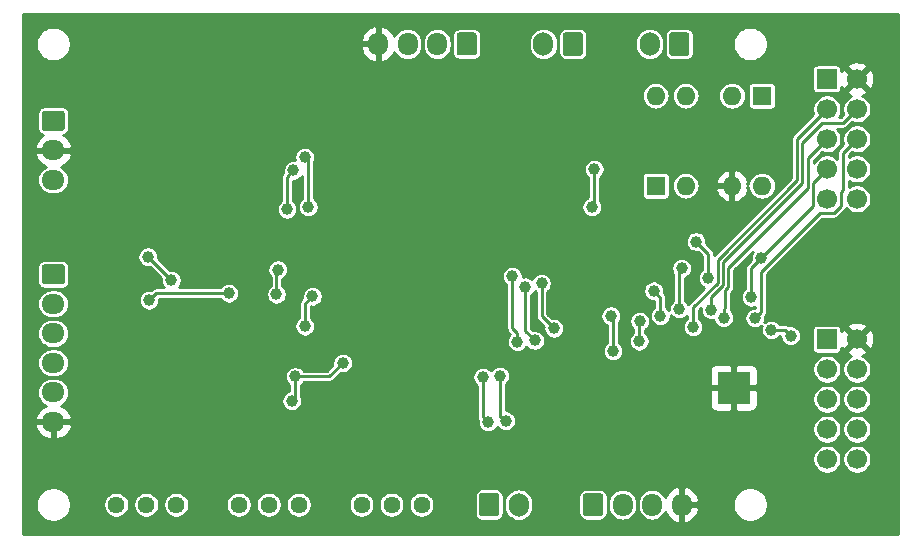
<source format=gbl>
G04 #@! TF.GenerationSoftware,KiCad,Pcbnew,6.0.0-rc1-unknown-179dfa0~84~ubuntu18.04.1*
G04 #@! TF.CreationDate,2019-04-16T21:03:25-07:00
G04 #@! TF.ProjectId,big_battery_v3,6269675f-6261-4747-9465-72795f76332e,rev?*
G04 #@! TF.SameCoordinates,Original*
G04 #@! TF.FileFunction,Copper,L2,Bot*
G04 #@! TF.FilePolarity,Positive*
%FSLAX46Y46*%
G04 Gerber Fmt 4.6, Leading zero omitted, Abs format (unit mm)*
G04 Created by KiCad (PCBNEW 6.0.0-rc1-unknown-179dfa0~84~ubuntu18.04.1) date Tue 16 Apr 2019 09:03:25 PM PDT*
%MOMM*%
%LPD*%
G04 APERTURE LIST*
%ADD10R,2.800000X2.800000*%
%ADD11C,0.600000*%
%ADD12C,0.100000*%
%ADD13C,1.700000*%
%ADD14O,1.700000X2.000000*%
%ADD15O,1.600000X1.600000*%
%ADD16R,1.600000X1.600000*%
%ADD17O,1.950000X1.700000*%
%ADD18O,1.700000X1.950000*%
%ADD19R,1.700000X1.700000*%
%ADD20C,1.440000*%
%ADD21C,1.000000*%
%ADD22C,0.250000*%
%ADD23C,0.254000*%
G04 APERTURE END LIST*
D10*
X60600000Y-32100000D03*
D11*
X60150000Y-32100000D03*
X60600000Y-31650000D03*
X60600000Y-32100000D03*
X60600000Y-32550000D03*
X61050000Y-32100000D03*
D12*
G36*
X40524504Y-41001204D02*
G01*
X40548773Y-41004804D01*
X40572571Y-41010765D01*
X40595671Y-41019030D01*
X40617849Y-41029520D01*
X40638893Y-41042133D01*
X40658598Y-41056747D01*
X40676777Y-41073223D01*
X40693253Y-41091402D01*
X40707867Y-41111107D01*
X40720480Y-41132151D01*
X40730970Y-41154329D01*
X40739235Y-41177429D01*
X40745196Y-41201227D01*
X40748796Y-41225496D01*
X40750000Y-41250000D01*
X40750000Y-42750000D01*
X40748796Y-42774504D01*
X40745196Y-42798773D01*
X40739235Y-42822571D01*
X40730970Y-42845671D01*
X40720480Y-42867849D01*
X40707867Y-42888893D01*
X40693253Y-42908598D01*
X40676777Y-42926777D01*
X40658598Y-42943253D01*
X40638893Y-42957867D01*
X40617849Y-42970480D01*
X40595671Y-42980970D01*
X40572571Y-42989235D01*
X40548773Y-42995196D01*
X40524504Y-42998796D01*
X40500000Y-43000000D01*
X39300000Y-43000000D01*
X39275496Y-42998796D01*
X39251227Y-42995196D01*
X39227429Y-42989235D01*
X39204329Y-42980970D01*
X39182151Y-42970480D01*
X39161107Y-42957867D01*
X39141402Y-42943253D01*
X39123223Y-42926777D01*
X39106747Y-42908598D01*
X39092133Y-42888893D01*
X39079520Y-42867849D01*
X39069030Y-42845671D01*
X39060765Y-42822571D01*
X39054804Y-42798773D01*
X39051204Y-42774504D01*
X39050000Y-42750000D01*
X39050000Y-41250000D01*
X39051204Y-41225496D01*
X39054804Y-41201227D01*
X39060765Y-41177429D01*
X39069030Y-41154329D01*
X39079520Y-41132151D01*
X39092133Y-41111107D01*
X39106747Y-41091402D01*
X39123223Y-41073223D01*
X39141402Y-41056747D01*
X39161107Y-41042133D01*
X39182151Y-41029520D01*
X39204329Y-41019030D01*
X39227429Y-41010765D01*
X39251227Y-41004804D01*
X39275496Y-41001204D01*
X39300000Y-41000000D01*
X40500000Y-41000000D01*
X40524504Y-41001204D01*
X40524504Y-41001204D01*
G37*
D13*
X39900000Y-42000000D03*
D14*
X42400000Y-42000000D03*
X53500000Y-3000000D03*
D12*
G36*
X56624504Y-2001204D02*
G01*
X56648773Y-2004804D01*
X56672571Y-2010765D01*
X56695671Y-2019030D01*
X56717849Y-2029520D01*
X56738893Y-2042133D01*
X56758598Y-2056747D01*
X56776777Y-2073223D01*
X56793253Y-2091402D01*
X56807867Y-2111107D01*
X56820480Y-2132151D01*
X56830970Y-2154329D01*
X56839235Y-2177429D01*
X56845196Y-2201227D01*
X56848796Y-2225496D01*
X56850000Y-2250000D01*
X56850000Y-3750000D01*
X56848796Y-3774504D01*
X56845196Y-3798773D01*
X56839235Y-3822571D01*
X56830970Y-3845671D01*
X56820480Y-3867849D01*
X56807867Y-3888893D01*
X56793253Y-3908598D01*
X56776777Y-3926777D01*
X56758598Y-3943253D01*
X56738893Y-3957867D01*
X56717849Y-3970480D01*
X56695671Y-3980970D01*
X56672571Y-3989235D01*
X56648773Y-3995196D01*
X56624504Y-3998796D01*
X56600000Y-4000000D01*
X55400000Y-4000000D01*
X55375496Y-3998796D01*
X55351227Y-3995196D01*
X55327429Y-3989235D01*
X55304329Y-3980970D01*
X55282151Y-3970480D01*
X55261107Y-3957867D01*
X55241402Y-3943253D01*
X55223223Y-3926777D01*
X55206747Y-3908598D01*
X55192133Y-3888893D01*
X55179520Y-3867849D01*
X55169030Y-3845671D01*
X55160765Y-3822571D01*
X55154804Y-3798773D01*
X55151204Y-3774504D01*
X55150000Y-3750000D01*
X55150000Y-2250000D01*
X55151204Y-2225496D01*
X55154804Y-2201227D01*
X55160765Y-2177429D01*
X55169030Y-2154329D01*
X55179520Y-2132151D01*
X55192133Y-2111107D01*
X55206747Y-2091402D01*
X55223223Y-2073223D01*
X55241402Y-2056747D01*
X55261107Y-2042133D01*
X55282151Y-2029520D01*
X55304329Y-2019030D01*
X55327429Y-2010765D01*
X55351227Y-2004804D01*
X55375496Y-2001204D01*
X55400000Y-2000000D01*
X56600000Y-2000000D01*
X56624504Y-2001204D01*
X56624504Y-2001204D01*
G37*
D13*
X56000000Y-3000000D03*
D12*
G36*
X47624504Y-2001204D02*
G01*
X47648773Y-2004804D01*
X47672571Y-2010765D01*
X47695671Y-2019030D01*
X47717849Y-2029520D01*
X47738893Y-2042133D01*
X47758598Y-2056747D01*
X47776777Y-2073223D01*
X47793253Y-2091402D01*
X47807867Y-2111107D01*
X47820480Y-2132151D01*
X47830970Y-2154329D01*
X47839235Y-2177429D01*
X47845196Y-2201227D01*
X47848796Y-2225496D01*
X47850000Y-2250000D01*
X47850000Y-3750000D01*
X47848796Y-3774504D01*
X47845196Y-3798773D01*
X47839235Y-3822571D01*
X47830970Y-3845671D01*
X47820480Y-3867849D01*
X47807867Y-3888893D01*
X47793253Y-3908598D01*
X47776777Y-3926777D01*
X47758598Y-3943253D01*
X47738893Y-3957867D01*
X47717849Y-3970480D01*
X47695671Y-3980970D01*
X47672571Y-3989235D01*
X47648773Y-3995196D01*
X47624504Y-3998796D01*
X47600000Y-4000000D01*
X46400000Y-4000000D01*
X46375496Y-3998796D01*
X46351227Y-3995196D01*
X46327429Y-3989235D01*
X46304329Y-3980970D01*
X46282151Y-3970480D01*
X46261107Y-3957867D01*
X46241402Y-3943253D01*
X46223223Y-3926777D01*
X46206747Y-3908598D01*
X46192133Y-3888893D01*
X46179520Y-3867849D01*
X46169030Y-3845671D01*
X46160765Y-3822571D01*
X46154804Y-3798773D01*
X46151204Y-3774504D01*
X46150000Y-3750000D01*
X46150000Y-2250000D01*
X46151204Y-2225496D01*
X46154804Y-2201227D01*
X46160765Y-2177429D01*
X46169030Y-2154329D01*
X46179520Y-2132151D01*
X46192133Y-2111107D01*
X46206747Y-2091402D01*
X46223223Y-2073223D01*
X46241402Y-2056747D01*
X46261107Y-2042133D01*
X46282151Y-2029520D01*
X46304329Y-2019030D01*
X46327429Y-2010765D01*
X46351227Y-2004804D01*
X46375496Y-2001204D01*
X46400000Y-2000000D01*
X47600000Y-2000000D01*
X47624504Y-2001204D01*
X47624504Y-2001204D01*
G37*
D13*
X47000000Y-3000000D03*
D14*
X44500000Y-3000000D03*
D15*
X63000000Y-15000000D03*
X60460000Y-7380000D03*
X60460000Y-15000000D03*
D16*
X63000000Y-7380000D03*
X54000000Y-15000000D03*
D15*
X56540000Y-7380000D03*
X56540000Y-15000000D03*
X54000000Y-7380000D03*
D12*
G36*
X3749504Y-8651204D02*
G01*
X3773773Y-8654804D01*
X3797571Y-8660765D01*
X3820671Y-8669030D01*
X3842849Y-8679520D01*
X3863893Y-8692133D01*
X3883598Y-8706747D01*
X3901777Y-8723223D01*
X3918253Y-8741402D01*
X3932867Y-8761107D01*
X3945480Y-8782151D01*
X3955970Y-8804329D01*
X3964235Y-8827429D01*
X3970196Y-8851227D01*
X3973796Y-8875496D01*
X3975000Y-8900000D01*
X3975000Y-10100000D01*
X3973796Y-10124504D01*
X3970196Y-10148773D01*
X3964235Y-10172571D01*
X3955970Y-10195671D01*
X3945480Y-10217849D01*
X3932867Y-10238893D01*
X3918253Y-10258598D01*
X3901777Y-10276777D01*
X3883598Y-10293253D01*
X3863893Y-10307867D01*
X3842849Y-10320480D01*
X3820671Y-10330970D01*
X3797571Y-10339235D01*
X3773773Y-10345196D01*
X3749504Y-10348796D01*
X3725000Y-10350000D01*
X2275000Y-10350000D01*
X2250496Y-10348796D01*
X2226227Y-10345196D01*
X2202429Y-10339235D01*
X2179329Y-10330970D01*
X2157151Y-10320480D01*
X2136107Y-10307867D01*
X2116402Y-10293253D01*
X2098223Y-10276777D01*
X2081747Y-10258598D01*
X2067133Y-10238893D01*
X2054520Y-10217849D01*
X2044030Y-10195671D01*
X2035765Y-10172571D01*
X2029804Y-10148773D01*
X2026204Y-10124504D01*
X2025000Y-10100000D01*
X2025000Y-8900000D01*
X2026204Y-8875496D01*
X2029804Y-8851227D01*
X2035765Y-8827429D01*
X2044030Y-8804329D01*
X2054520Y-8782151D01*
X2067133Y-8761107D01*
X2081747Y-8741402D01*
X2098223Y-8723223D01*
X2116402Y-8706747D01*
X2136107Y-8692133D01*
X2157151Y-8679520D01*
X2179329Y-8669030D01*
X2202429Y-8660765D01*
X2226227Y-8654804D01*
X2250496Y-8651204D01*
X2275000Y-8650000D01*
X3725000Y-8650000D01*
X3749504Y-8651204D01*
X3749504Y-8651204D01*
G37*
D13*
X3000000Y-9500000D03*
D17*
X3000000Y-12000000D03*
X3000000Y-14500000D03*
D18*
X56200000Y-42000000D03*
X53700000Y-42000000D03*
X51200000Y-42000000D03*
D12*
G36*
X49324504Y-41026204D02*
G01*
X49348773Y-41029804D01*
X49372571Y-41035765D01*
X49395671Y-41044030D01*
X49417849Y-41054520D01*
X49438893Y-41067133D01*
X49458598Y-41081747D01*
X49476777Y-41098223D01*
X49493253Y-41116402D01*
X49507867Y-41136107D01*
X49520480Y-41157151D01*
X49530970Y-41179329D01*
X49539235Y-41202429D01*
X49545196Y-41226227D01*
X49548796Y-41250496D01*
X49550000Y-41275000D01*
X49550000Y-42725000D01*
X49548796Y-42749504D01*
X49545196Y-42773773D01*
X49539235Y-42797571D01*
X49530970Y-42820671D01*
X49520480Y-42842849D01*
X49507867Y-42863893D01*
X49493253Y-42883598D01*
X49476777Y-42901777D01*
X49458598Y-42918253D01*
X49438893Y-42932867D01*
X49417849Y-42945480D01*
X49395671Y-42955970D01*
X49372571Y-42964235D01*
X49348773Y-42970196D01*
X49324504Y-42973796D01*
X49300000Y-42975000D01*
X48100000Y-42975000D01*
X48075496Y-42973796D01*
X48051227Y-42970196D01*
X48027429Y-42964235D01*
X48004329Y-42955970D01*
X47982151Y-42945480D01*
X47961107Y-42932867D01*
X47941402Y-42918253D01*
X47923223Y-42901777D01*
X47906747Y-42883598D01*
X47892133Y-42863893D01*
X47879520Y-42842849D01*
X47869030Y-42820671D01*
X47860765Y-42797571D01*
X47854804Y-42773773D01*
X47851204Y-42749504D01*
X47850000Y-42725000D01*
X47850000Y-41275000D01*
X47851204Y-41250496D01*
X47854804Y-41226227D01*
X47860765Y-41202429D01*
X47869030Y-41179329D01*
X47879520Y-41157151D01*
X47892133Y-41136107D01*
X47906747Y-41116402D01*
X47923223Y-41098223D01*
X47941402Y-41081747D01*
X47961107Y-41067133D01*
X47982151Y-41054520D01*
X48004329Y-41044030D01*
X48027429Y-41035765D01*
X48051227Y-41029804D01*
X48075496Y-41026204D01*
X48100000Y-41025000D01*
X49300000Y-41025000D01*
X49324504Y-41026204D01*
X49324504Y-41026204D01*
G37*
D13*
X48700000Y-42000000D03*
D12*
G36*
X38624504Y-2026204D02*
G01*
X38648773Y-2029804D01*
X38672571Y-2035765D01*
X38695671Y-2044030D01*
X38717849Y-2054520D01*
X38738893Y-2067133D01*
X38758598Y-2081747D01*
X38776777Y-2098223D01*
X38793253Y-2116402D01*
X38807867Y-2136107D01*
X38820480Y-2157151D01*
X38830970Y-2179329D01*
X38839235Y-2202429D01*
X38845196Y-2226227D01*
X38848796Y-2250496D01*
X38850000Y-2275000D01*
X38850000Y-3725000D01*
X38848796Y-3749504D01*
X38845196Y-3773773D01*
X38839235Y-3797571D01*
X38830970Y-3820671D01*
X38820480Y-3842849D01*
X38807867Y-3863893D01*
X38793253Y-3883598D01*
X38776777Y-3901777D01*
X38758598Y-3918253D01*
X38738893Y-3932867D01*
X38717849Y-3945480D01*
X38695671Y-3955970D01*
X38672571Y-3964235D01*
X38648773Y-3970196D01*
X38624504Y-3973796D01*
X38600000Y-3975000D01*
X37400000Y-3975000D01*
X37375496Y-3973796D01*
X37351227Y-3970196D01*
X37327429Y-3964235D01*
X37304329Y-3955970D01*
X37282151Y-3945480D01*
X37261107Y-3932867D01*
X37241402Y-3918253D01*
X37223223Y-3901777D01*
X37206747Y-3883598D01*
X37192133Y-3863893D01*
X37179520Y-3842849D01*
X37169030Y-3820671D01*
X37160765Y-3797571D01*
X37154804Y-3773773D01*
X37151204Y-3749504D01*
X37150000Y-3725000D01*
X37150000Y-2275000D01*
X37151204Y-2250496D01*
X37154804Y-2226227D01*
X37160765Y-2202429D01*
X37169030Y-2179329D01*
X37179520Y-2157151D01*
X37192133Y-2136107D01*
X37206747Y-2116402D01*
X37223223Y-2098223D01*
X37241402Y-2081747D01*
X37261107Y-2067133D01*
X37282151Y-2054520D01*
X37304329Y-2044030D01*
X37327429Y-2035765D01*
X37351227Y-2029804D01*
X37375496Y-2026204D01*
X37400000Y-2025000D01*
X38600000Y-2025000D01*
X38624504Y-2026204D01*
X38624504Y-2026204D01*
G37*
D13*
X38000000Y-3000000D03*
D18*
X35500000Y-3000000D03*
X33000000Y-3000000D03*
X30500000Y-3000000D03*
D12*
G36*
X3749504Y-21651204D02*
G01*
X3773773Y-21654804D01*
X3797571Y-21660765D01*
X3820671Y-21669030D01*
X3842849Y-21679520D01*
X3863893Y-21692133D01*
X3883598Y-21706747D01*
X3901777Y-21723223D01*
X3918253Y-21741402D01*
X3932867Y-21761107D01*
X3945480Y-21782151D01*
X3955970Y-21804329D01*
X3964235Y-21827429D01*
X3970196Y-21851227D01*
X3973796Y-21875496D01*
X3975000Y-21900000D01*
X3975000Y-23100000D01*
X3973796Y-23124504D01*
X3970196Y-23148773D01*
X3964235Y-23172571D01*
X3955970Y-23195671D01*
X3945480Y-23217849D01*
X3932867Y-23238893D01*
X3918253Y-23258598D01*
X3901777Y-23276777D01*
X3883598Y-23293253D01*
X3863893Y-23307867D01*
X3842849Y-23320480D01*
X3820671Y-23330970D01*
X3797571Y-23339235D01*
X3773773Y-23345196D01*
X3749504Y-23348796D01*
X3725000Y-23350000D01*
X2275000Y-23350000D01*
X2250496Y-23348796D01*
X2226227Y-23345196D01*
X2202429Y-23339235D01*
X2179329Y-23330970D01*
X2157151Y-23320480D01*
X2136107Y-23307867D01*
X2116402Y-23293253D01*
X2098223Y-23276777D01*
X2081747Y-23258598D01*
X2067133Y-23238893D01*
X2054520Y-23217849D01*
X2044030Y-23195671D01*
X2035765Y-23172571D01*
X2029804Y-23148773D01*
X2026204Y-23124504D01*
X2025000Y-23100000D01*
X2025000Y-21900000D01*
X2026204Y-21875496D01*
X2029804Y-21851227D01*
X2035765Y-21827429D01*
X2044030Y-21804329D01*
X2054520Y-21782151D01*
X2067133Y-21761107D01*
X2081747Y-21741402D01*
X2098223Y-21723223D01*
X2116402Y-21706747D01*
X2136107Y-21692133D01*
X2157151Y-21679520D01*
X2179329Y-21669030D01*
X2202429Y-21660765D01*
X2226227Y-21654804D01*
X2250496Y-21651204D01*
X2275000Y-21650000D01*
X3725000Y-21650000D01*
X3749504Y-21651204D01*
X3749504Y-21651204D01*
G37*
D13*
X3000000Y-22500000D03*
D17*
X3000000Y-25000000D03*
X3000000Y-27500000D03*
X3000000Y-30000000D03*
X3000000Y-32500000D03*
X3000000Y-35000000D03*
D13*
X71040000Y-38160000D03*
X68500000Y-38160000D03*
X71040000Y-35620000D03*
X68500000Y-35620000D03*
X71040000Y-33080000D03*
X68500000Y-33080000D03*
X71040000Y-30540000D03*
X68500000Y-30540000D03*
X71040000Y-28000000D03*
D19*
X68500000Y-28000000D03*
X68500000Y-5960000D03*
D13*
X71040000Y-5960000D03*
X68500000Y-8500000D03*
X71040000Y-8500000D03*
X68500000Y-11040000D03*
X71040000Y-11040000D03*
X68500000Y-13580000D03*
X71040000Y-13580000D03*
X68500000Y-16120000D03*
X71040000Y-16120000D03*
D20*
X34180000Y-42000000D03*
X31640000Y-42000000D03*
X29100000Y-42000000D03*
X8320000Y-42000000D03*
X10860000Y-42000000D03*
X13400000Y-42000000D03*
X23780000Y-42000000D03*
X21240000Y-42000000D03*
X18700000Y-42000000D03*
D21*
X43761802Y-28104207D03*
X42970540Y-23549946D03*
X11100000Y-24700000D03*
X17870000Y-24100000D03*
X15772341Y-14539252D03*
X26600000Y-22000000D03*
X18000000Y-9300000D03*
X26000000Y-9400000D03*
X16500000Y-1700000D03*
X6500000Y-11600000D03*
X12500000Y-9800000D03*
X17723708Y-27336779D03*
X37400000Y-24200000D03*
X9400000Y-36500000D03*
X30500000Y-16000000D03*
X39300000Y-16600000D03*
X39576846Y-36692241D03*
X39000000Y-29800000D03*
X27877521Y-33472606D03*
X15886975Y-21324984D03*
X20900000Y-19118838D03*
X63300000Y-33125012D03*
X57800000Y-31700000D03*
X30900000Y-29800000D03*
X40900000Y-11100000D03*
X45100000Y-14200000D03*
X61400000Y-10700000D03*
X43500000Y-31800000D03*
X20200000Y-34500000D03*
X17100000Y-33900000D03*
X5500000Y-38700000D03*
X70400000Y-42500000D03*
X68600000Y-1400000D03*
X5500000Y-4700000D03*
X33698585Y-37823264D03*
X57870871Y-38870871D03*
X51600000Y-34425010D03*
X45405200Y-39474880D03*
X9000000Y-31600000D03*
X39372852Y-31201341D03*
X39800928Y-34999072D03*
X24300000Y-26900000D03*
X24950034Y-24349966D03*
X56200000Y-22000000D03*
X56000008Y-25450056D03*
X24600000Y-16800000D03*
X24284017Y-12588495D03*
X22000000Y-22099977D03*
X21900000Y-24200000D03*
X22800008Y-17000000D03*
X23341267Y-13700001D03*
X27500044Y-29999971D03*
X23200000Y-33200000D03*
X23477408Y-31149989D03*
X42300000Y-28200000D03*
X41872489Y-22681432D03*
X40800000Y-31100000D03*
X41300000Y-34900000D03*
X50400000Y-29000000D03*
X50200000Y-25999955D03*
X11000000Y-21000000D03*
X45372323Y-27084356D03*
X44340565Y-23261737D03*
X13000000Y-23000000D03*
X58724998Y-25525000D03*
X52614783Y-28162290D03*
X52644854Y-26488107D03*
X57176709Y-26964662D03*
X48800003Y-13599997D03*
X48599995Y-16800005D03*
X57413397Y-19725422D03*
X58440598Y-22825010D03*
X63782647Y-27205099D03*
X65427725Y-27691201D03*
X62916629Y-21116629D03*
X62074989Y-24444369D03*
X62400000Y-26200000D03*
X59752731Y-26172495D03*
X53825010Y-23899977D03*
X54400000Y-26000000D03*
D22*
X42970540Y-24257052D02*
X42970540Y-23549946D01*
X42970540Y-27312945D02*
X42970540Y-24257052D01*
X43761802Y-28104207D02*
X42970540Y-27312945D01*
X17870000Y-24100000D02*
X11700000Y-24100000D01*
X11700000Y-24100000D02*
X11100000Y-24700000D01*
X39372852Y-31201341D02*
X39372852Y-34570996D01*
X39372852Y-34570996D02*
X39800928Y-34999072D01*
X24300000Y-26192894D02*
X24300000Y-26900000D01*
X24300000Y-25000000D02*
X24300000Y-26192894D01*
X24950034Y-24349966D02*
X24300000Y-25000000D01*
X56000008Y-22199992D02*
X56200000Y-22000000D01*
X56000008Y-25450056D02*
X56000008Y-22199992D01*
X24600000Y-12904478D02*
X24284017Y-12588495D01*
X24600000Y-16800000D02*
X24600000Y-12904478D01*
X21900000Y-24200000D02*
X21900000Y-22199977D01*
X21900000Y-22199977D02*
X22000000Y-22099977D01*
X22800008Y-14241260D02*
X22841268Y-14200000D01*
X22841268Y-14200000D02*
X23341267Y-13700001D01*
X22800008Y-17000000D02*
X22800008Y-14241260D01*
X23400000Y-33000000D02*
X23200000Y-33200000D01*
X26350026Y-31149989D02*
X24184514Y-31149989D01*
X24184514Y-31149989D02*
X23477408Y-31149989D01*
X27500044Y-29999971D02*
X26350026Y-31149989D01*
X23477408Y-32922592D02*
X23200000Y-33200000D01*
X23477408Y-31149989D02*
X23477408Y-32922592D01*
X42300000Y-27492894D02*
X41872489Y-27065383D01*
X42300000Y-28200000D02*
X42300000Y-27492894D01*
X41872489Y-23388538D02*
X41872489Y-22681432D01*
X41872489Y-27065383D02*
X41872489Y-23388538D01*
X40800000Y-31100000D02*
X40800000Y-34500000D01*
X40800000Y-34500000D02*
X41200000Y-34900000D01*
X41200000Y-34900000D02*
X41300000Y-34900000D01*
X50400000Y-26199955D02*
X50200000Y-25999955D01*
X50400000Y-29000000D02*
X50400000Y-26199955D01*
X44340565Y-23968843D02*
X44340565Y-23261737D01*
X45372323Y-27084356D02*
X44340565Y-26052598D01*
X44340565Y-26052598D02*
X44340565Y-23968843D01*
X13000000Y-23000000D02*
X11000000Y-21000000D01*
X58724998Y-24398025D02*
X58724998Y-24817894D01*
X66424977Y-14738613D02*
X59715611Y-21447979D01*
X66424977Y-12478612D02*
X66424977Y-14738613D01*
X59715611Y-21447979D02*
X59715611Y-23407412D01*
X59715611Y-23407412D02*
X58724998Y-24398025D01*
X69864999Y-9675001D02*
X68125997Y-9675001D01*
X66424978Y-11376020D02*
X66424977Y-12478612D01*
X68125997Y-9675001D02*
X66424978Y-11376020D01*
X58724998Y-24817894D02*
X58724998Y-25525000D01*
X71040000Y-8500000D02*
X69864999Y-9675001D01*
X52614783Y-28162290D02*
X52614783Y-26518178D01*
X52614783Y-26518178D02*
X52644854Y-26488107D01*
X57176709Y-25309903D02*
X57176709Y-26257556D01*
X65974967Y-11025033D02*
X65974966Y-14552214D01*
X57176709Y-26257556D02*
X57176709Y-26964662D01*
X59265600Y-23221012D02*
X57176709Y-25309903D01*
X68500000Y-8500000D02*
X65974967Y-11025033D01*
X65974966Y-14552214D02*
X59265600Y-21261580D01*
X59265600Y-21261580D02*
X59265600Y-23221012D01*
X48800003Y-13599997D02*
X48800003Y-16599997D01*
X48800003Y-16599997D02*
X48599995Y-16800005D01*
X57413397Y-19725422D02*
X58440598Y-20752623D01*
X58440598Y-22117904D02*
X58440598Y-22825010D01*
X58440598Y-20752623D02*
X58440598Y-22117904D01*
X64941623Y-27205099D02*
X65427725Y-27691201D01*
X63782647Y-27205099D02*
X64941623Y-27205099D01*
X62074989Y-21958269D02*
X62416630Y-21616628D01*
X67324999Y-14755001D02*
X67324999Y-16708259D01*
X68500000Y-13580000D02*
X67324999Y-14755001D01*
X67324999Y-16708259D02*
X63416628Y-20616630D01*
X63416628Y-20616630D02*
X62916629Y-21116629D01*
X62074989Y-24444369D02*
X62074989Y-21958269D01*
X62416630Y-21616628D02*
X62916629Y-21116629D01*
X67920499Y-17279501D02*
X62899999Y-22300001D01*
X67935999Y-17295001D02*
X67920499Y-17279501D01*
X69064001Y-17295001D02*
X67935999Y-17295001D01*
X69675001Y-16684001D02*
X69064001Y-17295001D01*
X69864999Y-15335001D02*
X69659501Y-15540499D01*
X69864999Y-12215001D02*
X69864999Y-15335001D01*
X71040000Y-11040000D02*
X69864999Y-12215001D01*
X69675001Y-15555999D02*
X69675001Y-16684001D01*
X62899999Y-22300001D02*
X62899999Y-25700001D01*
X62899999Y-25700001D02*
X62400000Y-26200000D01*
X69659501Y-15540499D02*
X69675001Y-15555999D01*
X59889903Y-25328217D02*
X59752731Y-25465389D01*
X66874988Y-12665012D02*
X66874988Y-15219339D01*
X66874988Y-15219339D02*
X60165622Y-21928705D01*
X59752731Y-25465389D02*
X59752731Y-26172495D01*
X68500000Y-11040000D02*
X66874988Y-12665012D01*
X59889903Y-23869530D02*
X59889903Y-25328217D01*
X60165622Y-23593812D02*
X59889903Y-23869530D01*
X60165622Y-21928705D02*
X60165622Y-23593812D01*
X54400000Y-25292894D02*
X54400000Y-26000000D01*
X54400000Y-24474967D02*
X54400000Y-25292894D01*
X53825010Y-23899977D02*
X54400000Y-24474967D01*
D23*
G36*
X74523000Y-44523000D02*
G01*
X477000Y-44523000D01*
X477000Y-41854528D01*
X1523000Y-41854528D01*
X1523000Y-42145472D01*
X1579760Y-42430825D01*
X1691099Y-42699622D01*
X1852739Y-42941533D01*
X2058467Y-43147261D01*
X2300378Y-43308901D01*
X2569175Y-43420240D01*
X2854528Y-43477000D01*
X3145472Y-43477000D01*
X3430825Y-43420240D01*
X3699622Y-43308901D01*
X3941533Y-43147261D01*
X4147261Y-42941533D01*
X4308901Y-42699622D01*
X4420240Y-42430825D01*
X4477000Y-42145472D01*
X4477000Y-41891955D01*
X7223000Y-41891955D01*
X7223000Y-42108045D01*
X7265157Y-42319983D01*
X7347851Y-42519624D01*
X7467904Y-42699297D01*
X7620703Y-42852096D01*
X7800376Y-42972149D01*
X8000017Y-43054843D01*
X8211955Y-43097000D01*
X8428045Y-43097000D01*
X8639983Y-43054843D01*
X8839624Y-42972149D01*
X9019297Y-42852096D01*
X9172096Y-42699297D01*
X9292149Y-42519624D01*
X9374843Y-42319983D01*
X9417000Y-42108045D01*
X9417000Y-41891955D01*
X9763000Y-41891955D01*
X9763000Y-42108045D01*
X9805157Y-42319983D01*
X9887851Y-42519624D01*
X10007904Y-42699297D01*
X10160703Y-42852096D01*
X10340376Y-42972149D01*
X10540017Y-43054843D01*
X10751955Y-43097000D01*
X10968045Y-43097000D01*
X11179983Y-43054843D01*
X11379624Y-42972149D01*
X11559297Y-42852096D01*
X11712096Y-42699297D01*
X11832149Y-42519624D01*
X11914843Y-42319983D01*
X11957000Y-42108045D01*
X11957000Y-41891955D01*
X12303000Y-41891955D01*
X12303000Y-42108045D01*
X12345157Y-42319983D01*
X12427851Y-42519624D01*
X12547904Y-42699297D01*
X12700703Y-42852096D01*
X12880376Y-42972149D01*
X13080017Y-43054843D01*
X13291955Y-43097000D01*
X13508045Y-43097000D01*
X13719983Y-43054843D01*
X13919624Y-42972149D01*
X14099297Y-42852096D01*
X14252096Y-42699297D01*
X14372149Y-42519624D01*
X14454843Y-42319983D01*
X14497000Y-42108045D01*
X14497000Y-41891955D01*
X17603000Y-41891955D01*
X17603000Y-42108045D01*
X17645157Y-42319983D01*
X17727851Y-42519624D01*
X17847904Y-42699297D01*
X18000703Y-42852096D01*
X18180376Y-42972149D01*
X18380017Y-43054843D01*
X18591955Y-43097000D01*
X18808045Y-43097000D01*
X19019983Y-43054843D01*
X19219624Y-42972149D01*
X19399297Y-42852096D01*
X19552096Y-42699297D01*
X19672149Y-42519624D01*
X19754843Y-42319983D01*
X19797000Y-42108045D01*
X19797000Y-41891955D01*
X20143000Y-41891955D01*
X20143000Y-42108045D01*
X20185157Y-42319983D01*
X20267851Y-42519624D01*
X20387904Y-42699297D01*
X20540703Y-42852096D01*
X20720376Y-42972149D01*
X20920017Y-43054843D01*
X21131955Y-43097000D01*
X21348045Y-43097000D01*
X21559983Y-43054843D01*
X21759624Y-42972149D01*
X21939297Y-42852096D01*
X22092096Y-42699297D01*
X22212149Y-42519624D01*
X22294843Y-42319983D01*
X22337000Y-42108045D01*
X22337000Y-41891955D01*
X22683000Y-41891955D01*
X22683000Y-42108045D01*
X22725157Y-42319983D01*
X22807851Y-42519624D01*
X22927904Y-42699297D01*
X23080703Y-42852096D01*
X23260376Y-42972149D01*
X23460017Y-43054843D01*
X23671955Y-43097000D01*
X23888045Y-43097000D01*
X24099983Y-43054843D01*
X24299624Y-42972149D01*
X24479297Y-42852096D01*
X24632096Y-42699297D01*
X24752149Y-42519624D01*
X24834843Y-42319983D01*
X24877000Y-42108045D01*
X24877000Y-41891955D01*
X28003000Y-41891955D01*
X28003000Y-42108045D01*
X28045157Y-42319983D01*
X28127851Y-42519624D01*
X28247904Y-42699297D01*
X28400703Y-42852096D01*
X28580376Y-42972149D01*
X28780017Y-43054843D01*
X28991955Y-43097000D01*
X29208045Y-43097000D01*
X29419983Y-43054843D01*
X29619624Y-42972149D01*
X29799297Y-42852096D01*
X29952096Y-42699297D01*
X30072149Y-42519624D01*
X30154843Y-42319983D01*
X30197000Y-42108045D01*
X30197000Y-41891955D01*
X30543000Y-41891955D01*
X30543000Y-42108045D01*
X30585157Y-42319983D01*
X30667851Y-42519624D01*
X30787904Y-42699297D01*
X30940703Y-42852096D01*
X31120376Y-42972149D01*
X31320017Y-43054843D01*
X31531955Y-43097000D01*
X31748045Y-43097000D01*
X31959983Y-43054843D01*
X32159624Y-42972149D01*
X32339297Y-42852096D01*
X32492096Y-42699297D01*
X32612149Y-42519624D01*
X32694843Y-42319983D01*
X32737000Y-42108045D01*
X32737000Y-41891955D01*
X33083000Y-41891955D01*
X33083000Y-42108045D01*
X33125157Y-42319983D01*
X33207851Y-42519624D01*
X33327904Y-42699297D01*
X33480703Y-42852096D01*
X33660376Y-42972149D01*
X33860017Y-43054843D01*
X34071955Y-43097000D01*
X34288045Y-43097000D01*
X34499983Y-43054843D01*
X34699624Y-42972149D01*
X34879297Y-42852096D01*
X35032096Y-42699297D01*
X35152149Y-42519624D01*
X35234843Y-42319983D01*
X35277000Y-42108045D01*
X35277000Y-41891955D01*
X35234843Y-41680017D01*
X35152149Y-41480376D01*
X35032096Y-41300703D01*
X34981393Y-41250000D01*
X38671176Y-41250000D01*
X38671176Y-42750000D01*
X38683259Y-42872677D01*
X38719042Y-42990641D01*
X38777152Y-43099356D01*
X38855354Y-43194646D01*
X38950644Y-43272848D01*
X39059359Y-43330958D01*
X39177323Y-43366741D01*
X39300000Y-43378824D01*
X40500000Y-43378824D01*
X40622677Y-43366741D01*
X40740641Y-43330958D01*
X40849356Y-43272848D01*
X40944646Y-43194646D01*
X41022848Y-43099356D01*
X41080958Y-42990641D01*
X41116741Y-42872677D01*
X41128824Y-42750000D01*
X41128824Y-41789733D01*
X41173000Y-41789733D01*
X41173000Y-42210268D01*
X41190755Y-42390534D01*
X41260916Y-42621824D01*
X41374852Y-42834983D01*
X41528184Y-43021817D01*
X41715018Y-43175149D01*
X41928177Y-43289084D01*
X42159467Y-43359245D01*
X42400000Y-43382936D01*
X42640534Y-43359245D01*
X42871824Y-43289084D01*
X43084983Y-43175149D01*
X43271817Y-43021817D01*
X43425149Y-42834982D01*
X43539084Y-42621823D01*
X43609245Y-42390533D01*
X43627000Y-42210267D01*
X43627000Y-41789732D01*
X43609245Y-41609466D01*
X43539084Y-41378176D01*
X43483936Y-41275000D01*
X47471176Y-41275000D01*
X47471176Y-42725000D01*
X47483259Y-42847677D01*
X47519042Y-42965641D01*
X47577152Y-43074356D01*
X47655354Y-43169646D01*
X47750644Y-43247848D01*
X47859359Y-43305958D01*
X47977323Y-43341741D01*
X48100000Y-43353824D01*
X49300000Y-43353824D01*
X49422677Y-43341741D01*
X49540641Y-43305958D01*
X49649356Y-43247848D01*
X49744646Y-43169646D01*
X49822848Y-43074356D01*
X49880958Y-42965641D01*
X49916741Y-42847677D01*
X49928824Y-42725000D01*
X49928824Y-41814733D01*
X49973000Y-41814733D01*
X49973000Y-42185268D01*
X49990755Y-42365534D01*
X50060916Y-42596824D01*
X50174851Y-42809983D01*
X50328184Y-42996817D01*
X50515018Y-43150149D01*
X50728177Y-43264084D01*
X50959467Y-43334245D01*
X51200000Y-43357936D01*
X51440534Y-43334245D01*
X51671824Y-43264084D01*
X51884983Y-43150149D01*
X52071817Y-42996817D01*
X52225149Y-42809982D01*
X52339084Y-42596823D01*
X52409245Y-42365533D01*
X52427000Y-42185267D01*
X52427000Y-41814733D01*
X52473000Y-41814733D01*
X52473000Y-42185268D01*
X52490755Y-42365534D01*
X52560916Y-42596824D01*
X52674851Y-42809983D01*
X52828184Y-42996817D01*
X53015018Y-43150149D01*
X53228177Y-43264084D01*
X53459467Y-43334245D01*
X53700000Y-43357936D01*
X53940534Y-43334245D01*
X54171824Y-43264084D01*
X54384983Y-43150149D01*
X54571817Y-42996817D01*
X54725149Y-42809982D01*
X54811373Y-42648668D01*
X54934947Y-42902570D01*
X55110951Y-43134429D01*
X55328807Y-43327496D01*
X55580142Y-43474352D01*
X55843110Y-43566476D01*
X56073000Y-43445155D01*
X56073000Y-42127000D01*
X56327000Y-42127000D01*
X56327000Y-43445155D01*
X56556890Y-43566476D01*
X56819858Y-43474352D01*
X57071193Y-43327496D01*
X57289049Y-43134429D01*
X57465053Y-42902570D01*
X57592442Y-42640830D01*
X57666320Y-42359267D01*
X57526165Y-42127000D01*
X56327000Y-42127000D01*
X56073000Y-42127000D01*
X56053000Y-42127000D01*
X56053000Y-41873000D01*
X56073000Y-41873000D01*
X56073000Y-40554845D01*
X56327000Y-40554845D01*
X56327000Y-41873000D01*
X57526165Y-41873000D01*
X57537311Y-41854528D01*
X60523000Y-41854528D01*
X60523000Y-42145472D01*
X60579760Y-42430825D01*
X60691099Y-42699622D01*
X60852739Y-42941533D01*
X61058467Y-43147261D01*
X61300378Y-43308901D01*
X61569175Y-43420240D01*
X61854528Y-43477000D01*
X62145472Y-43477000D01*
X62430825Y-43420240D01*
X62699622Y-43308901D01*
X62941533Y-43147261D01*
X63147261Y-42941533D01*
X63308901Y-42699622D01*
X63420240Y-42430825D01*
X63477000Y-42145472D01*
X63477000Y-41854528D01*
X63420240Y-41569175D01*
X63308901Y-41300378D01*
X63147261Y-41058467D01*
X62941533Y-40852739D01*
X62699622Y-40691099D01*
X62430825Y-40579760D01*
X62145472Y-40523000D01*
X61854528Y-40523000D01*
X61569175Y-40579760D01*
X61300378Y-40691099D01*
X61058467Y-40852739D01*
X60852739Y-41058467D01*
X60691099Y-41300378D01*
X60579760Y-41569175D01*
X60523000Y-41854528D01*
X57537311Y-41854528D01*
X57666320Y-41640733D01*
X57592442Y-41359170D01*
X57465053Y-41097430D01*
X57289049Y-40865571D01*
X57071193Y-40672504D01*
X56819858Y-40525648D01*
X56556890Y-40433524D01*
X56327000Y-40554845D01*
X56073000Y-40554845D01*
X55843110Y-40433524D01*
X55580142Y-40525648D01*
X55328807Y-40672504D01*
X55110951Y-40865571D01*
X54934947Y-41097430D01*
X54811373Y-41351332D01*
X54725149Y-41190017D01*
X54571817Y-41003183D01*
X54384982Y-40849851D01*
X54171823Y-40735916D01*
X53940533Y-40665755D01*
X53700000Y-40642064D01*
X53459466Y-40665755D01*
X53228176Y-40735916D01*
X53015017Y-40849851D01*
X52828183Y-41003183D01*
X52674851Y-41190018D01*
X52560916Y-41403177D01*
X52490755Y-41634467D01*
X52473000Y-41814733D01*
X52427000Y-41814733D01*
X52427000Y-41814732D01*
X52409245Y-41634466D01*
X52339084Y-41403176D01*
X52225149Y-41190017D01*
X52071817Y-41003183D01*
X51884982Y-40849851D01*
X51671823Y-40735916D01*
X51440533Y-40665755D01*
X51200000Y-40642064D01*
X50959466Y-40665755D01*
X50728176Y-40735916D01*
X50515017Y-40849851D01*
X50328183Y-41003183D01*
X50174851Y-41190018D01*
X50060916Y-41403177D01*
X49990755Y-41634467D01*
X49973000Y-41814733D01*
X49928824Y-41814733D01*
X49928824Y-41275000D01*
X49916741Y-41152323D01*
X49880958Y-41034359D01*
X49822848Y-40925644D01*
X49744646Y-40830354D01*
X49649356Y-40752152D01*
X49540641Y-40694042D01*
X49422677Y-40658259D01*
X49300000Y-40646176D01*
X48100000Y-40646176D01*
X47977323Y-40658259D01*
X47859359Y-40694042D01*
X47750644Y-40752152D01*
X47655354Y-40830354D01*
X47577152Y-40925644D01*
X47519042Y-41034359D01*
X47483259Y-41152323D01*
X47471176Y-41275000D01*
X43483936Y-41275000D01*
X43425149Y-41165017D01*
X43271817Y-40978183D01*
X43084982Y-40824851D01*
X42871823Y-40710916D01*
X42640533Y-40640755D01*
X42400000Y-40617064D01*
X42159466Y-40640755D01*
X41928176Y-40710916D01*
X41715017Y-40824851D01*
X41528183Y-40978183D01*
X41374851Y-41165018D01*
X41260916Y-41378177D01*
X41190755Y-41609467D01*
X41173000Y-41789733D01*
X41128824Y-41789733D01*
X41128824Y-41250000D01*
X41116741Y-41127323D01*
X41080958Y-41009359D01*
X41022848Y-40900644D01*
X40944646Y-40805354D01*
X40849356Y-40727152D01*
X40740641Y-40669042D01*
X40622677Y-40633259D01*
X40500000Y-40621176D01*
X39300000Y-40621176D01*
X39177323Y-40633259D01*
X39059359Y-40669042D01*
X38950644Y-40727152D01*
X38855354Y-40805354D01*
X38777152Y-40900644D01*
X38719042Y-41009359D01*
X38683259Y-41127323D01*
X38671176Y-41250000D01*
X34981393Y-41250000D01*
X34879297Y-41147904D01*
X34699624Y-41027851D01*
X34499983Y-40945157D01*
X34288045Y-40903000D01*
X34071955Y-40903000D01*
X33860017Y-40945157D01*
X33660376Y-41027851D01*
X33480703Y-41147904D01*
X33327904Y-41300703D01*
X33207851Y-41480376D01*
X33125157Y-41680017D01*
X33083000Y-41891955D01*
X32737000Y-41891955D01*
X32694843Y-41680017D01*
X32612149Y-41480376D01*
X32492096Y-41300703D01*
X32339297Y-41147904D01*
X32159624Y-41027851D01*
X31959983Y-40945157D01*
X31748045Y-40903000D01*
X31531955Y-40903000D01*
X31320017Y-40945157D01*
X31120376Y-41027851D01*
X30940703Y-41147904D01*
X30787904Y-41300703D01*
X30667851Y-41480376D01*
X30585157Y-41680017D01*
X30543000Y-41891955D01*
X30197000Y-41891955D01*
X30154843Y-41680017D01*
X30072149Y-41480376D01*
X29952096Y-41300703D01*
X29799297Y-41147904D01*
X29619624Y-41027851D01*
X29419983Y-40945157D01*
X29208045Y-40903000D01*
X28991955Y-40903000D01*
X28780017Y-40945157D01*
X28580376Y-41027851D01*
X28400703Y-41147904D01*
X28247904Y-41300703D01*
X28127851Y-41480376D01*
X28045157Y-41680017D01*
X28003000Y-41891955D01*
X24877000Y-41891955D01*
X24834843Y-41680017D01*
X24752149Y-41480376D01*
X24632096Y-41300703D01*
X24479297Y-41147904D01*
X24299624Y-41027851D01*
X24099983Y-40945157D01*
X23888045Y-40903000D01*
X23671955Y-40903000D01*
X23460017Y-40945157D01*
X23260376Y-41027851D01*
X23080703Y-41147904D01*
X22927904Y-41300703D01*
X22807851Y-41480376D01*
X22725157Y-41680017D01*
X22683000Y-41891955D01*
X22337000Y-41891955D01*
X22294843Y-41680017D01*
X22212149Y-41480376D01*
X22092096Y-41300703D01*
X21939297Y-41147904D01*
X21759624Y-41027851D01*
X21559983Y-40945157D01*
X21348045Y-40903000D01*
X21131955Y-40903000D01*
X20920017Y-40945157D01*
X20720376Y-41027851D01*
X20540703Y-41147904D01*
X20387904Y-41300703D01*
X20267851Y-41480376D01*
X20185157Y-41680017D01*
X20143000Y-41891955D01*
X19797000Y-41891955D01*
X19754843Y-41680017D01*
X19672149Y-41480376D01*
X19552096Y-41300703D01*
X19399297Y-41147904D01*
X19219624Y-41027851D01*
X19019983Y-40945157D01*
X18808045Y-40903000D01*
X18591955Y-40903000D01*
X18380017Y-40945157D01*
X18180376Y-41027851D01*
X18000703Y-41147904D01*
X17847904Y-41300703D01*
X17727851Y-41480376D01*
X17645157Y-41680017D01*
X17603000Y-41891955D01*
X14497000Y-41891955D01*
X14454843Y-41680017D01*
X14372149Y-41480376D01*
X14252096Y-41300703D01*
X14099297Y-41147904D01*
X13919624Y-41027851D01*
X13719983Y-40945157D01*
X13508045Y-40903000D01*
X13291955Y-40903000D01*
X13080017Y-40945157D01*
X12880376Y-41027851D01*
X12700703Y-41147904D01*
X12547904Y-41300703D01*
X12427851Y-41480376D01*
X12345157Y-41680017D01*
X12303000Y-41891955D01*
X11957000Y-41891955D01*
X11914843Y-41680017D01*
X11832149Y-41480376D01*
X11712096Y-41300703D01*
X11559297Y-41147904D01*
X11379624Y-41027851D01*
X11179983Y-40945157D01*
X10968045Y-40903000D01*
X10751955Y-40903000D01*
X10540017Y-40945157D01*
X10340376Y-41027851D01*
X10160703Y-41147904D01*
X10007904Y-41300703D01*
X9887851Y-41480376D01*
X9805157Y-41680017D01*
X9763000Y-41891955D01*
X9417000Y-41891955D01*
X9374843Y-41680017D01*
X9292149Y-41480376D01*
X9172096Y-41300703D01*
X9019297Y-41147904D01*
X8839624Y-41027851D01*
X8639983Y-40945157D01*
X8428045Y-40903000D01*
X8211955Y-40903000D01*
X8000017Y-40945157D01*
X7800376Y-41027851D01*
X7620703Y-41147904D01*
X7467904Y-41300703D01*
X7347851Y-41480376D01*
X7265157Y-41680017D01*
X7223000Y-41891955D01*
X4477000Y-41891955D01*
X4477000Y-41854528D01*
X4420240Y-41569175D01*
X4308901Y-41300378D01*
X4147261Y-41058467D01*
X3941533Y-40852739D01*
X3699622Y-40691099D01*
X3430825Y-40579760D01*
X3145472Y-40523000D01*
X2854528Y-40523000D01*
X2569175Y-40579760D01*
X2300378Y-40691099D01*
X2058467Y-40852739D01*
X1852739Y-41058467D01*
X1691099Y-41300378D01*
X1579760Y-41569175D01*
X1523000Y-41854528D01*
X477000Y-41854528D01*
X477000Y-38039151D01*
X67273000Y-38039151D01*
X67273000Y-38280849D01*
X67320153Y-38517903D01*
X67412647Y-38741202D01*
X67546927Y-38942167D01*
X67717833Y-39113073D01*
X67918798Y-39247353D01*
X68142097Y-39339847D01*
X68379151Y-39387000D01*
X68620849Y-39387000D01*
X68857903Y-39339847D01*
X69081202Y-39247353D01*
X69282167Y-39113073D01*
X69453073Y-38942167D01*
X69587353Y-38741202D01*
X69679847Y-38517903D01*
X69727000Y-38280849D01*
X69727000Y-38039151D01*
X69813000Y-38039151D01*
X69813000Y-38280849D01*
X69860153Y-38517903D01*
X69952647Y-38741202D01*
X70086927Y-38942167D01*
X70257833Y-39113073D01*
X70458798Y-39247353D01*
X70682097Y-39339847D01*
X70919151Y-39387000D01*
X71160849Y-39387000D01*
X71397903Y-39339847D01*
X71621202Y-39247353D01*
X71822167Y-39113073D01*
X71993073Y-38942167D01*
X72127353Y-38741202D01*
X72219847Y-38517903D01*
X72267000Y-38280849D01*
X72267000Y-38039151D01*
X72219847Y-37802097D01*
X72127353Y-37578798D01*
X71993073Y-37377833D01*
X71822167Y-37206927D01*
X71621202Y-37072647D01*
X71397903Y-36980153D01*
X71160849Y-36933000D01*
X70919151Y-36933000D01*
X70682097Y-36980153D01*
X70458798Y-37072647D01*
X70257833Y-37206927D01*
X70086927Y-37377833D01*
X69952647Y-37578798D01*
X69860153Y-37802097D01*
X69813000Y-38039151D01*
X69727000Y-38039151D01*
X69679847Y-37802097D01*
X69587353Y-37578798D01*
X69453073Y-37377833D01*
X69282167Y-37206927D01*
X69081202Y-37072647D01*
X68857903Y-36980153D01*
X68620849Y-36933000D01*
X68379151Y-36933000D01*
X68142097Y-36980153D01*
X67918798Y-37072647D01*
X67717833Y-37206927D01*
X67546927Y-37377833D01*
X67412647Y-37578798D01*
X67320153Y-37802097D01*
X67273000Y-38039151D01*
X477000Y-38039151D01*
X477000Y-35356890D01*
X1433524Y-35356890D01*
X1525648Y-35619858D01*
X1672504Y-35871193D01*
X1865571Y-36089049D01*
X2097430Y-36265053D01*
X2359170Y-36392442D01*
X2640733Y-36466320D01*
X2873000Y-36326165D01*
X2873000Y-35127000D01*
X3127000Y-35127000D01*
X3127000Y-36326165D01*
X3359267Y-36466320D01*
X3640830Y-36392442D01*
X3902570Y-36265053D01*
X4134429Y-36089049D01*
X4327496Y-35871193D01*
X4474352Y-35619858D01*
X4566476Y-35356890D01*
X4445155Y-35127000D01*
X3127000Y-35127000D01*
X2873000Y-35127000D01*
X1554845Y-35127000D01*
X1433524Y-35356890D01*
X477000Y-35356890D01*
X477000Y-34643110D01*
X1433524Y-34643110D01*
X1554845Y-34873000D01*
X2873000Y-34873000D01*
X2873000Y-34853000D01*
X3127000Y-34853000D01*
X3127000Y-34873000D01*
X4445155Y-34873000D01*
X4566476Y-34643110D01*
X4474352Y-34380142D01*
X4327496Y-34128807D01*
X4134429Y-33910951D01*
X3902570Y-33734947D01*
X3648668Y-33611373D01*
X3809983Y-33525149D01*
X3996817Y-33371817D01*
X4150149Y-33184983D01*
X4188291Y-33113623D01*
X22323000Y-33113623D01*
X22323000Y-33286377D01*
X22356703Y-33455811D01*
X22422813Y-33615415D01*
X22518790Y-33759055D01*
X22640945Y-33881210D01*
X22784585Y-33977187D01*
X22944189Y-34043297D01*
X23113623Y-34077000D01*
X23286377Y-34077000D01*
X23455811Y-34043297D01*
X23615415Y-33977187D01*
X23759055Y-33881210D01*
X23881210Y-33759055D01*
X23977187Y-33615415D01*
X24043297Y-33455811D01*
X24077000Y-33286377D01*
X24077000Y-33113623D01*
X24043297Y-32944189D01*
X23979408Y-32789947D01*
X23979408Y-31869322D01*
X24036463Y-31831199D01*
X24158618Y-31709044D01*
X24196741Y-31651989D01*
X26325383Y-31651989D01*
X26350026Y-31654416D01*
X26374669Y-31651989D01*
X26374679Y-31651989D01*
X26448435Y-31644725D01*
X26543062Y-31616020D01*
X26630271Y-31569406D01*
X26706710Y-31506673D01*
X26722427Y-31487522D01*
X27094985Y-31114964D01*
X38495852Y-31114964D01*
X38495852Y-31287718D01*
X38529555Y-31457152D01*
X38595665Y-31616756D01*
X38691642Y-31760396D01*
X38813797Y-31882551D01*
X38870852Y-31920674D01*
X38870853Y-34546343D01*
X38868425Y-34570996D01*
X38878117Y-34669405D01*
X38906822Y-34764032D01*
X38940840Y-34827675D01*
X38923928Y-34912695D01*
X38923928Y-35085449D01*
X38957631Y-35254883D01*
X39023741Y-35414487D01*
X39119718Y-35558127D01*
X39241873Y-35680282D01*
X39385513Y-35776259D01*
X39545117Y-35842369D01*
X39714551Y-35876072D01*
X39887305Y-35876072D01*
X40056739Y-35842369D01*
X40216343Y-35776259D01*
X40359983Y-35680282D01*
X40482138Y-35558127D01*
X40578115Y-35414487D01*
X40582285Y-35404421D01*
X40618790Y-35459055D01*
X40740945Y-35581210D01*
X40884585Y-35677187D01*
X41044189Y-35743297D01*
X41213623Y-35777000D01*
X41386377Y-35777000D01*
X41555811Y-35743297D01*
X41715415Y-35677187D01*
X41859055Y-35581210D01*
X41941114Y-35499151D01*
X67273000Y-35499151D01*
X67273000Y-35740849D01*
X67320153Y-35977903D01*
X67412647Y-36201202D01*
X67546927Y-36402167D01*
X67717833Y-36573073D01*
X67918798Y-36707353D01*
X68142097Y-36799847D01*
X68379151Y-36847000D01*
X68620849Y-36847000D01*
X68857903Y-36799847D01*
X69081202Y-36707353D01*
X69282167Y-36573073D01*
X69453073Y-36402167D01*
X69587353Y-36201202D01*
X69679847Y-35977903D01*
X69727000Y-35740849D01*
X69727000Y-35499151D01*
X69813000Y-35499151D01*
X69813000Y-35740849D01*
X69860153Y-35977903D01*
X69952647Y-36201202D01*
X70086927Y-36402167D01*
X70257833Y-36573073D01*
X70458798Y-36707353D01*
X70682097Y-36799847D01*
X70919151Y-36847000D01*
X71160849Y-36847000D01*
X71397903Y-36799847D01*
X71621202Y-36707353D01*
X71822167Y-36573073D01*
X71993073Y-36402167D01*
X72127353Y-36201202D01*
X72219847Y-35977903D01*
X72267000Y-35740849D01*
X72267000Y-35499151D01*
X72219847Y-35262097D01*
X72127353Y-35038798D01*
X71993073Y-34837833D01*
X71822167Y-34666927D01*
X71621202Y-34532647D01*
X71397903Y-34440153D01*
X71160849Y-34393000D01*
X70919151Y-34393000D01*
X70682097Y-34440153D01*
X70458798Y-34532647D01*
X70257833Y-34666927D01*
X70086927Y-34837833D01*
X69952647Y-35038798D01*
X69860153Y-35262097D01*
X69813000Y-35499151D01*
X69727000Y-35499151D01*
X69679847Y-35262097D01*
X69587353Y-35038798D01*
X69453073Y-34837833D01*
X69282167Y-34666927D01*
X69081202Y-34532647D01*
X68857903Y-34440153D01*
X68620849Y-34393000D01*
X68379151Y-34393000D01*
X68142097Y-34440153D01*
X67918798Y-34532647D01*
X67717833Y-34666927D01*
X67546927Y-34837833D01*
X67412647Y-35038798D01*
X67320153Y-35262097D01*
X67273000Y-35499151D01*
X41941114Y-35499151D01*
X41981210Y-35459055D01*
X42077187Y-35315415D01*
X42143297Y-35155811D01*
X42177000Y-34986377D01*
X42177000Y-34813623D01*
X42143297Y-34644189D01*
X42077187Y-34484585D01*
X41981210Y-34340945D01*
X41859055Y-34218790D01*
X41715415Y-34122813D01*
X41555811Y-34056703D01*
X41386377Y-34023000D01*
X41302000Y-34023000D01*
X41302000Y-31819333D01*
X41359055Y-31781210D01*
X41481210Y-31659055D01*
X41577187Y-31515415D01*
X41643297Y-31355811D01*
X41677000Y-31186377D01*
X41677000Y-31013623D01*
X41643297Y-30844189D01*
X41577187Y-30684585D01*
X41545698Y-30637458D01*
X58565000Y-30637458D01*
X58565000Y-31814250D01*
X58723750Y-31973000D01*
X59221835Y-31973000D01*
X59215172Y-32006176D01*
X59214829Y-32190355D01*
X59222048Y-32227000D01*
X58723750Y-32227000D01*
X58565000Y-32385750D01*
X58565000Y-33562542D01*
X58589403Y-33685223D01*
X58637270Y-33800785D01*
X58706763Y-33904789D01*
X58795211Y-33993237D01*
X58899215Y-34062730D01*
X59014777Y-34110597D01*
X59137458Y-34135000D01*
X60314250Y-34135000D01*
X60473000Y-33976250D01*
X60473000Y-33478165D01*
X60506176Y-33484828D01*
X60690355Y-33485171D01*
X60727000Y-33477952D01*
X60727000Y-33976250D01*
X60885750Y-34135000D01*
X62062542Y-34135000D01*
X62185223Y-34110597D01*
X62300785Y-34062730D01*
X62404789Y-33993237D01*
X62493237Y-33904789D01*
X62562730Y-33800785D01*
X62610597Y-33685223D01*
X62635000Y-33562542D01*
X62635000Y-32959151D01*
X67273000Y-32959151D01*
X67273000Y-33200849D01*
X67320153Y-33437903D01*
X67412647Y-33661202D01*
X67546927Y-33862167D01*
X67717833Y-34033073D01*
X67918798Y-34167353D01*
X68142097Y-34259847D01*
X68379151Y-34307000D01*
X68620849Y-34307000D01*
X68857903Y-34259847D01*
X69081202Y-34167353D01*
X69282167Y-34033073D01*
X69453073Y-33862167D01*
X69587353Y-33661202D01*
X69679847Y-33437903D01*
X69727000Y-33200849D01*
X69727000Y-32959151D01*
X69813000Y-32959151D01*
X69813000Y-33200849D01*
X69860153Y-33437903D01*
X69952647Y-33661202D01*
X70086927Y-33862167D01*
X70257833Y-34033073D01*
X70458798Y-34167353D01*
X70682097Y-34259847D01*
X70919151Y-34307000D01*
X71160849Y-34307000D01*
X71397903Y-34259847D01*
X71621202Y-34167353D01*
X71822167Y-34033073D01*
X71993073Y-33862167D01*
X72127353Y-33661202D01*
X72219847Y-33437903D01*
X72267000Y-33200849D01*
X72267000Y-32959151D01*
X72219847Y-32722097D01*
X72127353Y-32498798D01*
X71993073Y-32297833D01*
X71822167Y-32126927D01*
X71621202Y-31992647D01*
X71397903Y-31900153D01*
X71160849Y-31853000D01*
X70919151Y-31853000D01*
X70682097Y-31900153D01*
X70458798Y-31992647D01*
X70257833Y-32126927D01*
X70086927Y-32297833D01*
X69952647Y-32498798D01*
X69860153Y-32722097D01*
X69813000Y-32959151D01*
X69727000Y-32959151D01*
X69679847Y-32722097D01*
X69587353Y-32498798D01*
X69453073Y-32297833D01*
X69282167Y-32126927D01*
X69081202Y-31992647D01*
X68857903Y-31900153D01*
X68620849Y-31853000D01*
X68379151Y-31853000D01*
X68142097Y-31900153D01*
X67918798Y-31992647D01*
X67717833Y-32126927D01*
X67546927Y-32297833D01*
X67412647Y-32498798D01*
X67320153Y-32722097D01*
X67273000Y-32959151D01*
X62635000Y-32959151D01*
X62635000Y-32385750D01*
X62476250Y-32227000D01*
X61978165Y-32227000D01*
X61984828Y-32193824D01*
X61985171Y-32009645D01*
X61977952Y-31973000D01*
X62476250Y-31973000D01*
X62635000Y-31814250D01*
X62635000Y-30637458D01*
X62610597Y-30514777D01*
X62570988Y-30419151D01*
X67273000Y-30419151D01*
X67273000Y-30660849D01*
X67320153Y-30897903D01*
X67412647Y-31121202D01*
X67546927Y-31322167D01*
X67717833Y-31493073D01*
X67918798Y-31627353D01*
X68142097Y-31719847D01*
X68379151Y-31767000D01*
X68620849Y-31767000D01*
X68857903Y-31719847D01*
X69081202Y-31627353D01*
X69282167Y-31493073D01*
X69453073Y-31322167D01*
X69587353Y-31121202D01*
X69679847Y-30897903D01*
X69727000Y-30660849D01*
X69727000Y-30419151D01*
X69813000Y-30419151D01*
X69813000Y-30660849D01*
X69860153Y-30897903D01*
X69952647Y-31121202D01*
X70086927Y-31322167D01*
X70257833Y-31493073D01*
X70458798Y-31627353D01*
X70682097Y-31719847D01*
X70919151Y-31767000D01*
X71160849Y-31767000D01*
X71397903Y-31719847D01*
X71621202Y-31627353D01*
X71822167Y-31493073D01*
X71993073Y-31322167D01*
X72127353Y-31121202D01*
X72219847Y-30897903D01*
X72267000Y-30660849D01*
X72267000Y-30419151D01*
X72219847Y-30182097D01*
X72127353Y-29958798D01*
X71993073Y-29757833D01*
X71822167Y-29586927D01*
X71621202Y-29452647D01*
X71513049Y-29407848D01*
X71673747Y-29350919D01*
X71811157Y-29277472D01*
X71888792Y-29028397D01*
X71040000Y-28179605D01*
X70191208Y-29028397D01*
X70268843Y-29277472D01*
X70532883Y-29403371D01*
X70560709Y-29410434D01*
X70458798Y-29452647D01*
X70257833Y-29586927D01*
X70086927Y-29757833D01*
X69952647Y-29958798D01*
X69860153Y-30182097D01*
X69813000Y-30419151D01*
X69727000Y-30419151D01*
X69679847Y-30182097D01*
X69587353Y-29958798D01*
X69453073Y-29757833D01*
X69282167Y-29586927D01*
X69081202Y-29452647D01*
X68857903Y-29360153D01*
X68620849Y-29313000D01*
X68379151Y-29313000D01*
X68142097Y-29360153D01*
X67918798Y-29452647D01*
X67717833Y-29586927D01*
X67546927Y-29757833D01*
X67412647Y-29958798D01*
X67320153Y-30182097D01*
X67273000Y-30419151D01*
X62570988Y-30419151D01*
X62562730Y-30399215D01*
X62493237Y-30295211D01*
X62404789Y-30206763D01*
X62300785Y-30137270D01*
X62185223Y-30089403D01*
X62062542Y-30065000D01*
X60885750Y-30065000D01*
X60727000Y-30223750D01*
X60727000Y-30721835D01*
X60693824Y-30715172D01*
X60509645Y-30714829D01*
X60473000Y-30722048D01*
X60473000Y-30223750D01*
X60314250Y-30065000D01*
X59137458Y-30065000D01*
X59014777Y-30089403D01*
X58899215Y-30137270D01*
X58795211Y-30206763D01*
X58706763Y-30295211D01*
X58637270Y-30399215D01*
X58589403Y-30514777D01*
X58565000Y-30637458D01*
X41545698Y-30637458D01*
X41481210Y-30540945D01*
X41359055Y-30418790D01*
X41215415Y-30322813D01*
X41055811Y-30256703D01*
X40886377Y-30223000D01*
X40713623Y-30223000D01*
X40544189Y-30256703D01*
X40384585Y-30322813D01*
X40240945Y-30418790D01*
X40118790Y-30540945D01*
X40052272Y-30640496D01*
X39931907Y-30520131D01*
X39788267Y-30424154D01*
X39628663Y-30358044D01*
X39459229Y-30324341D01*
X39286475Y-30324341D01*
X39117041Y-30358044D01*
X38957437Y-30424154D01*
X38813797Y-30520131D01*
X38691642Y-30642286D01*
X38595665Y-30785926D01*
X38529555Y-30945530D01*
X38495852Y-31114964D01*
X27094985Y-31114964D01*
X27346366Y-30863584D01*
X27413667Y-30876971D01*
X27586421Y-30876971D01*
X27755855Y-30843268D01*
X27915459Y-30777158D01*
X28059099Y-30681181D01*
X28181254Y-30559026D01*
X28277231Y-30415386D01*
X28343341Y-30255782D01*
X28377044Y-30086348D01*
X28377044Y-29913594D01*
X28343341Y-29744160D01*
X28277231Y-29584556D01*
X28181254Y-29440916D01*
X28059099Y-29318761D01*
X27915459Y-29222784D01*
X27755855Y-29156674D01*
X27586421Y-29122971D01*
X27413667Y-29122971D01*
X27244233Y-29156674D01*
X27084629Y-29222784D01*
X26940989Y-29318761D01*
X26818834Y-29440916D01*
X26722857Y-29584556D01*
X26656747Y-29744160D01*
X26623044Y-29913594D01*
X26623044Y-30086348D01*
X26636431Y-30153649D01*
X26142092Y-30647989D01*
X24196741Y-30647989D01*
X24158618Y-30590934D01*
X24036463Y-30468779D01*
X23892823Y-30372802D01*
X23733219Y-30306692D01*
X23563785Y-30272989D01*
X23391031Y-30272989D01*
X23221597Y-30306692D01*
X23061993Y-30372802D01*
X22918353Y-30468779D01*
X22796198Y-30590934D01*
X22700221Y-30734574D01*
X22634111Y-30894178D01*
X22600408Y-31063612D01*
X22600408Y-31236366D01*
X22634111Y-31405800D01*
X22700221Y-31565404D01*
X22796198Y-31709044D01*
X22918353Y-31831199D01*
X22975408Y-31869322D01*
X22975409Y-32350493D01*
X22944189Y-32356703D01*
X22784585Y-32422813D01*
X22640945Y-32518790D01*
X22518790Y-32640945D01*
X22422813Y-32784585D01*
X22356703Y-32944189D01*
X22323000Y-33113623D01*
X4188291Y-33113623D01*
X4264084Y-32971824D01*
X4334245Y-32740534D01*
X4357936Y-32500000D01*
X4334245Y-32259466D01*
X4264084Y-32028176D01*
X4150149Y-31815017D01*
X3996817Y-31628183D01*
X3809983Y-31474851D01*
X3596824Y-31360916D01*
X3365534Y-31290755D01*
X3185268Y-31273000D01*
X2814732Y-31273000D01*
X2634466Y-31290755D01*
X2403176Y-31360916D01*
X2190017Y-31474851D01*
X2003183Y-31628183D01*
X1849851Y-31815017D01*
X1735916Y-32028176D01*
X1665755Y-32259466D01*
X1642064Y-32500000D01*
X1665755Y-32740534D01*
X1735916Y-32971824D01*
X1849851Y-33184983D01*
X2003183Y-33371817D01*
X2190017Y-33525149D01*
X2351332Y-33611373D01*
X2097430Y-33734947D01*
X1865571Y-33910951D01*
X1672504Y-34128807D01*
X1525648Y-34380142D01*
X1433524Y-34643110D01*
X477000Y-34643110D01*
X477000Y-30000000D01*
X1642064Y-30000000D01*
X1665755Y-30240534D01*
X1735916Y-30471824D01*
X1849851Y-30684983D01*
X2003183Y-30871817D01*
X2190017Y-31025149D01*
X2403176Y-31139084D01*
X2634466Y-31209245D01*
X2814732Y-31227000D01*
X3185268Y-31227000D01*
X3365534Y-31209245D01*
X3596824Y-31139084D01*
X3809983Y-31025149D01*
X3996817Y-30871817D01*
X4150149Y-30684983D01*
X4264084Y-30471824D01*
X4334245Y-30240534D01*
X4357936Y-30000000D01*
X4334245Y-29759466D01*
X4264084Y-29528176D01*
X4150149Y-29315017D01*
X3996817Y-29128183D01*
X3809983Y-28974851D01*
X3596824Y-28860916D01*
X3365534Y-28790755D01*
X3185268Y-28773000D01*
X2814732Y-28773000D01*
X2634466Y-28790755D01*
X2403176Y-28860916D01*
X2190017Y-28974851D01*
X2003183Y-29128183D01*
X1849851Y-29315017D01*
X1735916Y-29528176D01*
X1665755Y-29759466D01*
X1642064Y-30000000D01*
X477000Y-30000000D01*
X477000Y-27500000D01*
X1642064Y-27500000D01*
X1665755Y-27740534D01*
X1735916Y-27971824D01*
X1849851Y-28184983D01*
X2003183Y-28371817D01*
X2190017Y-28525149D01*
X2403176Y-28639084D01*
X2634466Y-28709245D01*
X2814732Y-28727000D01*
X3185268Y-28727000D01*
X3365534Y-28709245D01*
X3596824Y-28639084D01*
X3809983Y-28525149D01*
X3996817Y-28371817D01*
X4150149Y-28184983D01*
X4264084Y-27971824D01*
X4334245Y-27740534D01*
X4357936Y-27500000D01*
X4334245Y-27259466D01*
X4264084Y-27028176D01*
X4150149Y-26815017D01*
X4149005Y-26813623D01*
X23423000Y-26813623D01*
X23423000Y-26986377D01*
X23456703Y-27155811D01*
X23522813Y-27315415D01*
X23618790Y-27459055D01*
X23740945Y-27581210D01*
X23884585Y-27677187D01*
X24044189Y-27743297D01*
X24213623Y-27777000D01*
X24386377Y-27777000D01*
X24555811Y-27743297D01*
X24715415Y-27677187D01*
X24859055Y-27581210D01*
X24981210Y-27459055D01*
X25077187Y-27315415D01*
X25143297Y-27155811D01*
X25177000Y-26986377D01*
X25177000Y-26813623D01*
X25143297Y-26644189D01*
X25077187Y-26484585D01*
X24981210Y-26340945D01*
X24859055Y-26218790D01*
X24802000Y-26180667D01*
X24802000Y-25214701D01*
X24863657Y-25226966D01*
X25036411Y-25226966D01*
X25205845Y-25193263D01*
X25365449Y-25127153D01*
X25509089Y-25031176D01*
X25631244Y-24909021D01*
X25727221Y-24765381D01*
X25793331Y-24605777D01*
X25827034Y-24436343D01*
X25827034Y-24263589D01*
X25793331Y-24094155D01*
X25727221Y-23934551D01*
X25631244Y-23790911D01*
X25509089Y-23668756D01*
X25365449Y-23572779D01*
X25205845Y-23506669D01*
X25036411Y-23472966D01*
X24863657Y-23472966D01*
X24694223Y-23506669D01*
X24534619Y-23572779D01*
X24390979Y-23668756D01*
X24268824Y-23790911D01*
X24172847Y-23934551D01*
X24106737Y-24094155D01*
X24073034Y-24263589D01*
X24073034Y-24436343D01*
X24086421Y-24503644D01*
X23962467Y-24627599D01*
X23943316Y-24643316D01*
X23880583Y-24719755D01*
X23833969Y-24806965D01*
X23805264Y-24901592D01*
X23798000Y-24975348D01*
X23798000Y-24975357D01*
X23795573Y-25000000D01*
X23798000Y-25024643D01*
X23798001Y-26168232D01*
X23798000Y-26168242D01*
X23798000Y-26180667D01*
X23740945Y-26218790D01*
X23618790Y-26340945D01*
X23522813Y-26484585D01*
X23456703Y-26644189D01*
X23423000Y-26813623D01*
X4149005Y-26813623D01*
X3996817Y-26628183D01*
X3809983Y-26474851D01*
X3596824Y-26360916D01*
X3365534Y-26290755D01*
X3185268Y-26273000D01*
X2814732Y-26273000D01*
X2634466Y-26290755D01*
X2403176Y-26360916D01*
X2190017Y-26474851D01*
X2003183Y-26628183D01*
X1849851Y-26815017D01*
X1735916Y-27028176D01*
X1665755Y-27259466D01*
X1642064Y-27500000D01*
X477000Y-27500000D01*
X477000Y-25000000D01*
X1642064Y-25000000D01*
X1665755Y-25240534D01*
X1735916Y-25471824D01*
X1849851Y-25684983D01*
X2003183Y-25871817D01*
X2190017Y-26025149D01*
X2403176Y-26139084D01*
X2634466Y-26209245D01*
X2814732Y-26227000D01*
X3185268Y-26227000D01*
X3365534Y-26209245D01*
X3596824Y-26139084D01*
X3809983Y-26025149D01*
X3996817Y-25871817D01*
X4150149Y-25684983D01*
X4264084Y-25471824D01*
X4334245Y-25240534D01*
X4357936Y-25000000D01*
X4334245Y-24759466D01*
X4264084Y-24528176D01*
X4150149Y-24315017D01*
X3996817Y-24128183D01*
X3809983Y-23974851D01*
X3596824Y-23860916D01*
X3365534Y-23790755D01*
X3185268Y-23773000D01*
X2814732Y-23773000D01*
X2634466Y-23790755D01*
X2403176Y-23860916D01*
X2190017Y-23974851D01*
X2003183Y-24128183D01*
X1849851Y-24315017D01*
X1735916Y-24528176D01*
X1665755Y-24759466D01*
X1642064Y-25000000D01*
X477000Y-25000000D01*
X477000Y-21900000D01*
X1646176Y-21900000D01*
X1646176Y-23100000D01*
X1658259Y-23222677D01*
X1694042Y-23340641D01*
X1752152Y-23449356D01*
X1830354Y-23544646D01*
X1925644Y-23622848D01*
X2034359Y-23680958D01*
X2152323Y-23716741D01*
X2275000Y-23728824D01*
X3725000Y-23728824D01*
X3847677Y-23716741D01*
X3965641Y-23680958D01*
X4074356Y-23622848D01*
X4169646Y-23544646D01*
X4247848Y-23449356D01*
X4305958Y-23340641D01*
X4341741Y-23222677D01*
X4353824Y-23100000D01*
X4353824Y-21900000D01*
X4341741Y-21777323D01*
X4305958Y-21659359D01*
X4247848Y-21550644D01*
X4169646Y-21455354D01*
X4074356Y-21377152D01*
X3965641Y-21319042D01*
X3847677Y-21283259D01*
X3725000Y-21271176D01*
X2275000Y-21271176D01*
X2152323Y-21283259D01*
X2034359Y-21319042D01*
X1925644Y-21377152D01*
X1830354Y-21455354D01*
X1752152Y-21550644D01*
X1694042Y-21659359D01*
X1658259Y-21777323D01*
X1646176Y-21900000D01*
X477000Y-21900000D01*
X477000Y-20913623D01*
X10123000Y-20913623D01*
X10123000Y-21086377D01*
X10156703Y-21255811D01*
X10222813Y-21415415D01*
X10318790Y-21559055D01*
X10440945Y-21681210D01*
X10584585Y-21777187D01*
X10744189Y-21843297D01*
X10913623Y-21877000D01*
X11086377Y-21877000D01*
X11153678Y-21863613D01*
X12136387Y-22846322D01*
X12123000Y-22913623D01*
X12123000Y-23086377D01*
X12156703Y-23255811D01*
X12222813Y-23415415D01*
X12318790Y-23559055D01*
X12357735Y-23598000D01*
X11724642Y-23598000D01*
X11699999Y-23595573D01*
X11675356Y-23598000D01*
X11675347Y-23598000D01*
X11601591Y-23605264D01*
X11506964Y-23633969D01*
X11419755Y-23680583D01*
X11411134Y-23687658D01*
X11365098Y-23725440D01*
X11343316Y-23743316D01*
X11327603Y-23762462D01*
X11253678Y-23836387D01*
X11186377Y-23823000D01*
X11013623Y-23823000D01*
X10844189Y-23856703D01*
X10684585Y-23922813D01*
X10540945Y-24018790D01*
X10418790Y-24140945D01*
X10322813Y-24284585D01*
X10256703Y-24444189D01*
X10223000Y-24613623D01*
X10223000Y-24786377D01*
X10256703Y-24955811D01*
X10322813Y-25115415D01*
X10418790Y-25259055D01*
X10540945Y-25381210D01*
X10684585Y-25477187D01*
X10844189Y-25543297D01*
X11013623Y-25577000D01*
X11186377Y-25577000D01*
X11355811Y-25543297D01*
X11515415Y-25477187D01*
X11659055Y-25381210D01*
X11781210Y-25259055D01*
X11877187Y-25115415D01*
X11943297Y-24955811D01*
X11977000Y-24786377D01*
X11977000Y-24613623D01*
X11974688Y-24602000D01*
X17150667Y-24602000D01*
X17188790Y-24659055D01*
X17310945Y-24781210D01*
X17454585Y-24877187D01*
X17614189Y-24943297D01*
X17783623Y-24977000D01*
X17956377Y-24977000D01*
X18125811Y-24943297D01*
X18285415Y-24877187D01*
X18429055Y-24781210D01*
X18551210Y-24659055D01*
X18647187Y-24515415D01*
X18713297Y-24355811D01*
X18747000Y-24186377D01*
X18747000Y-24113623D01*
X21023000Y-24113623D01*
X21023000Y-24286377D01*
X21056703Y-24455811D01*
X21122813Y-24615415D01*
X21218790Y-24759055D01*
X21340945Y-24881210D01*
X21484585Y-24977187D01*
X21644189Y-25043297D01*
X21813623Y-25077000D01*
X21986377Y-25077000D01*
X22155811Y-25043297D01*
X22315415Y-24977187D01*
X22459055Y-24881210D01*
X22581210Y-24759055D01*
X22677187Y-24615415D01*
X22743297Y-24455811D01*
X22777000Y-24286377D01*
X22777000Y-24113623D01*
X22743297Y-23944189D01*
X22677187Y-23784585D01*
X22581210Y-23640945D01*
X22459055Y-23518790D01*
X22402000Y-23480667D01*
X22402000Y-22882721D01*
X22415415Y-22877164D01*
X22559055Y-22781187D01*
X22681210Y-22659032D01*
X22723957Y-22595055D01*
X40995489Y-22595055D01*
X40995489Y-22767809D01*
X41029192Y-22937243D01*
X41095302Y-23096847D01*
X41191279Y-23240487D01*
X41313434Y-23362642D01*
X41370489Y-23400765D01*
X41370489Y-23413190D01*
X41370490Y-23413200D01*
X41370489Y-27040740D01*
X41368062Y-27065383D01*
X41370489Y-27090026D01*
X41370489Y-27090035D01*
X41377753Y-27163791D01*
X41406458Y-27258418D01*
X41453072Y-27345628D01*
X41515805Y-27422067D01*
X41534956Y-27437784D01*
X41678453Y-27581282D01*
X41618790Y-27640945D01*
X41522813Y-27784585D01*
X41456703Y-27944189D01*
X41423000Y-28113623D01*
X41423000Y-28286377D01*
X41456703Y-28455811D01*
X41522813Y-28615415D01*
X41618790Y-28759055D01*
X41740945Y-28881210D01*
X41884585Y-28977187D01*
X42044189Y-29043297D01*
X42213623Y-29077000D01*
X42386377Y-29077000D01*
X42555811Y-29043297D01*
X42715415Y-28977187D01*
X42859055Y-28881210D01*
X42981210Y-28759055D01*
X43062904Y-28636791D01*
X43080592Y-28663262D01*
X43202747Y-28785417D01*
X43346387Y-28881394D01*
X43505991Y-28947504D01*
X43675425Y-28981207D01*
X43848179Y-28981207D01*
X44017613Y-28947504D01*
X44177217Y-28881394D01*
X44320857Y-28785417D01*
X44443012Y-28663262D01*
X44538989Y-28519622D01*
X44605099Y-28360018D01*
X44638802Y-28190584D01*
X44638802Y-28017830D01*
X44605099Y-27848396D01*
X44538989Y-27688792D01*
X44443012Y-27545152D01*
X44320857Y-27422997D01*
X44177217Y-27327020D01*
X44017613Y-27260910D01*
X43848179Y-27227207D01*
X43675425Y-27227207D01*
X43608124Y-27240594D01*
X43472540Y-27105011D01*
X43472540Y-24269279D01*
X43529595Y-24231156D01*
X43651750Y-24109001D01*
X43747727Y-23965361D01*
X43764187Y-23925624D01*
X43781510Y-23942947D01*
X43838565Y-23981070D01*
X43838565Y-23993495D01*
X43838566Y-23993505D01*
X43838565Y-26027955D01*
X43836138Y-26052598D01*
X43838565Y-26077241D01*
X43838565Y-26077250D01*
X43845829Y-26151006D01*
X43874534Y-26245633D01*
X43921148Y-26332843D01*
X43983881Y-26409282D01*
X44003032Y-26424999D01*
X44508710Y-26930678D01*
X44495323Y-26997979D01*
X44495323Y-27170733D01*
X44529026Y-27340167D01*
X44595136Y-27499771D01*
X44691113Y-27643411D01*
X44813268Y-27765566D01*
X44956908Y-27861543D01*
X45116512Y-27927653D01*
X45285946Y-27961356D01*
X45458700Y-27961356D01*
X45628134Y-27927653D01*
X45787738Y-27861543D01*
X45931378Y-27765566D01*
X46053533Y-27643411D01*
X46149510Y-27499771D01*
X46215620Y-27340167D01*
X46249323Y-27170733D01*
X46249323Y-26997979D01*
X46215620Y-26828545D01*
X46149510Y-26668941D01*
X46053533Y-26525301D01*
X45931378Y-26403146D01*
X45787738Y-26307169D01*
X45628134Y-26241059D01*
X45458700Y-26207356D01*
X45285946Y-26207356D01*
X45218645Y-26220743D01*
X44911480Y-25913578D01*
X49323000Y-25913578D01*
X49323000Y-26086332D01*
X49356703Y-26255766D01*
X49422813Y-26415370D01*
X49518790Y-26559010D01*
X49640945Y-26681165D01*
X49784585Y-26777142D01*
X49898001Y-26824120D01*
X49898000Y-28280667D01*
X49840945Y-28318790D01*
X49718790Y-28440945D01*
X49622813Y-28584585D01*
X49556703Y-28744189D01*
X49523000Y-28913623D01*
X49523000Y-29086377D01*
X49556703Y-29255811D01*
X49622813Y-29415415D01*
X49718790Y-29559055D01*
X49840945Y-29681210D01*
X49984585Y-29777187D01*
X50144189Y-29843297D01*
X50313623Y-29877000D01*
X50486377Y-29877000D01*
X50655811Y-29843297D01*
X50815415Y-29777187D01*
X50959055Y-29681210D01*
X51081210Y-29559055D01*
X51177187Y-29415415D01*
X51243297Y-29255811D01*
X51277000Y-29086377D01*
X51277000Y-28913623D01*
X51243297Y-28744189D01*
X51177187Y-28584585D01*
X51081210Y-28440945D01*
X50959055Y-28318790D01*
X50902000Y-28280667D01*
X50902000Y-28075913D01*
X51737783Y-28075913D01*
X51737783Y-28248667D01*
X51771486Y-28418101D01*
X51837596Y-28577705D01*
X51933573Y-28721345D01*
X52055728Y-28843500D01*
X52199368Y-28939477D01*
X52358972Y-29005587D01*
X52528406Y-29039290D01*
X52701160Y-29039290D01*
X52870594Y-29005587D01*
X53030198Y-28939477D01*
X53173838Y-28843500D01*
X53295993Y-28721345D01*
X53391970Y-28577705D01*
X53458080Y-28418101D01*
X53491783Y-28248667D01*
X53491783Y-28075913D01*
X53458080Y-27906479D01*
X53391970Y-27746875D01*
X53295993Y-27603235D01*
X53173838Y-27481080D01*
X53116783Y-27442957D01*
X53116783Y-27227533D01*
X53203909Y-27169317D01*
X53326064Y-27047162D01*
X53422041Y-26903522D01*
X53488151Y-26743918D01*
X53521854Y-26574484D01*
X53521854Y-26401730D01*
X53488151Y-26232296D01*
X53422041Y-26072692D01*
X53326064Y-25929052D01*
X53203909Y-25806897D01*
X53060269Y-25710920D01*
X52900665Y-25644810D01*
X52731231Y-25611107D01*
X52558477Y-25611107D01*
X52389043Y-25644810D01*
X52229439Y-25710920D01*
X52085799Y-25806897D01*
X51963644Y-25929052D01*
X51867667Y-26072692D01*
X51801557Y-26232296D01*
X51767854Y-26401730D01*
X51767854Y-26574484D01*
X51801557Y-26743918D01*
X51867667Y-26903522D01*
X51963644Y-27047162D01*
X52085799Y-27169317D01*
X52112784Y-27187347D01*
X52112783Y-27442957D01*
X52055728Y-27481080D01*
X51933573Y-27603235D01*
X51837596Y-27746875D01*
X51771486Y-27906479D01*
X51737783Y-28075913D01*
X50902000Y-28075913D01*
X50902000Y-26527896D01*
X50977187Y-26415370D01*
X51043297Y-26255766D01*
X51077000Y-26086332D01*
X51077000Y-25913578D01*
X51043297Y-25744144D01*
X50977187Y-25584540D01*
X50881210Y-25440900D01*
X50759055Y-25318745D01*
X50615415Y-25222768D01*
X50455811Y-25156658D01*
X50286377Y-25122955D01*
X50113623Y-25122955D01*
X49944189Y-25156658D01*
X49784585Y-25222768D01*
X49640945Y-25318745D01*
X49518790Y-25440900D01*
X49422813Y-25584540D01*
X49356703Y-25744144D01*
X49323000Y-25913578D01*
X44911480Y-25913578D01*
X44842565Y-25844664D01*
X44842565Y-23981070D01*
X44899620Y-23942947D01*
X45021775Y-23820792D01*
X45026580Y-23813600D01*
X52948010Y-23813600D01*
X52948010Y-23986354D01*
X52981713Y-24155788D01*
X53047823Y-24315392D01*
X53143800Y-24459032D01*
X53265955Y-24581187D01*
X53409595Y-24677164D01*
X53569199Y-24743274D01*
X53738633Y-24776977D01*
X53898000Y-24776977D01*
X53898001Y-25268232D01*
X53898000Y-25268242D01*
X53898000Y-25280667D01*
X53840945Y-25318790D01*
X53718790Y-25440945D01*
X53622813Y-25584585D01*
X53556703Y-25744189D01*
X53523000Y-25913623D01*
X53523000Y-26086377D01*
X53556703Y-26255811D01*
X53622813Y-26415415D01*
X53718790Y-26559055D01*
X53840945Y-26681210D01*
X53984585Y-26777187D01*
X54144189Y-26843297D01*
X54313623Y-26877000D01*
X54486377Y-26877000D01*
X54655811Y-26843297D01*
X54815415Y-26777187D01*
X54959055Y-26681210D01*
X55081210Y-26559055D01*
X55177187Y-26415415D01*
X55243297Y-26255811D01*
X55277000Y-26086377D01*
X55277000Y-25946556D01*
X55318798Y-26009111D01*
X55440953Y-26131266D01*
X55584593Y-26227243D01*
X55744197Y-26293353D01*
X55913631Y-26327056D01*
X56086385Y-26327056D01*
X56255819Y-26293353D01*
X56415423Y-26227243D01*
X56559063Y-26131266D01*
X56674710Y-26015619D01*
X56674710Y-26232894D01*
X56674709Y-26232904D01*
X56674709Y-26245329D01*
X56617654Y-26283452D01*
X56495499Y-26405607D01*
X56399522Y-26549247D01*
X56333412Y-26708851D01*
X56299709Y-26878285D01*
X56299709Y-27051039D01*
X56333412Y-27220473D01*
X56399522Y-27380077D01*
X56495499Y-27523717D01*
X56617654Y-27645872D01*
X56761294Y-27741849D01*
X56920898Y-27807959D01*
X57090332Y-27841662D01*
X57263086Y-27841662D01*
X57432520Y-27807959D01*
X57592124Y-27741849D01*
X57735764Y-27645872D01*
X57857919Y-27523717D01*
X57953896Y-27380077D01*
X58020006Y-27220473D01*
X58053709Y-27051039D01*
X58053709Y-26878285D01*
X58020006Y-26708851D01*
X57953896Y-26549247D01*
X57857919Y-26405607D01*
X57735764Y-26283452D01*
X57678709Y-26245329D01*
X57678709Y-25517837D01*
X57870364Y-25326182D01*
X57847998Y-25438623D01*
X57847998Y-25611377D01*
X57881701Y-25780811D01*
X57947811Y-25940415D01*
X58043788Y-26084055D01*
X58165943Y-26206210D01*
X58309583Y-26302187D01*
X58469187Y-26368297D01*
X58638621Y-26402000D01*
X58811375Y-26402000D01*
X58900668Y-26384238D01*
X58909434Y-26428306D01*
X58975544Y-26587910D01*
X59071521Y-26731550D01*
X59193676Y-26853705D01*
X59337316Y-26949682D01*
X59496920Y-27015792D01*
X59666354Y-27049495D01*
X59839108Y-27049495D01*
X60008542Y-27015792D01*
X60168146Y-26949682D01*
X60311786Y-26853705D01*
X60433941Y-26731550D01*
X60529918Y-26587910D01*
X60596028Y-26428306D01*
X60629731Y-26258872D01*
X60629731Y-26086118D01*
X60596028Y-25916684D01*
X60529918Y-25757080D01*
X60433941Y-25613440D01*
X60350995Y-25530494D01*
X60355934Y-25521253D01*
X60366649Y-25485930D01*
X60384639Y-25426627D01*
X60388118Y-25391303D01*
X60391903Y-25352870D01*
X60391903Y-25352863D01*
X60394330Y-25328217D01*
X60391903Y-25303572D01*
X60391903Y-24077465D01*
X60503154Y-23966214D01*
X60522306Y-23950496D01*
X60585039Y-23874057D01*
X60625633Y-23798111D01*
X60631652Y-23786850D01*
X60632339Y-23784585D01*
X60660358Y-23692221D01*
X60667622Y-23618465D01*
X60667622Y-23618456D01*
X60670049Y-23593813D01*
X60667622Y-23569168D01*
X60667622Y-22136639D01*
X62212729Y-20591533D01*
X62139442Y-20701214D01*
X62073332Y-20860818D01*
X62039629Y-21030252D01*
X62039629Y-21203006D01*
X62053016Y-21270307D01*
X61737451Y-21585872D01*
X61718306Y-21601585D01*
X61702593Y-21620731D01*
X61702590Y-21620734D01*
X61655573Y-21678024D01*
X61608959Y-21765233D01*
X61580254Y-21859860D01*
X61570562Y-21958269D01*
X61572990Y-21982922D01*
X61572989Y-23725036D01*
X61515934Y-23763159D01*
X61393779Y-23885314D01*
X61297802Y-24028954D01*
X61231692Y-24188558D01*
X61197989Y-24357992D01*
X61197989Y-24530746D01*
X61231692Y-24700180D01*
X61297802Y-24859784D01*
X61393779Y-25003424D01*
X61515934Y-25125579D01*
X61659574Y-25221556D01*
X61819178Y-25287666D01*
X61988612Y-25321369D01*
X62161366Y-25321369D01*
X62330800Y-25287666D01*
X62398000Y-25259831D01*
X62398000Y-25323000D01*
X62313623Y-25323000D01*
X62144189Y-25356703D01*
X61984585Y-25422813D01*
X61840945Y-25518790D01*
X61718790Y-25640945D01*
X61622813Y-25784585D01*
X61556703Y-25944189D01*
X61523000Y-26113623D01*
X61523000Y-26286377D01*
X61556703Y-26455811D01*
X61622813Y-26615415D01*
X61718790Y-26759055D01*
X61840945Y-26881210D01*
X61984585Y-26977187D01*
X62144189Y-27043297D01*
X62313623Y-27077000D01*
X62486377Y-27077000D01*
X62655811Y-27043297D01*
X62815415Y-26977187D01*
X62959055Y-26881210D01*
X62973555Y-26866710D01*
X62939350Y-26949288D01*
X62905647Y-27118722D01*
X62905647Y-27291476D01*
X62939350Y-27460910D01*
X63005460Y-27620514D01*
X63101437Y-27764154D01*
X63223592Y-27886309D01*
X63367232Y-27982286D01*
X63526836Y-28048396D01*
X63696270Y-28082099D01*
X63869024Y-28082099D01*
X64038458Y-28048396D01*
X64198062Y-27982286D01*
X64341702Y-27886309D01*
X64463857Y-27764154D01*
X64501980Y-27707099D01*
X64550725Y-27707099D01*
X64550725Y-27777578D01*
X64584428Y-27947012D01*
X64650538Y-28106616D01*
X64746515Y-28250256D01*
X64868670Y-28372411D01*
X65012310Y-28468388D01*
X65171914Y-28534498D01*
X65341348Y-28568201D01*
X65514102Y-28568201D01*
X65683536Y-28534498D01*
X65843140Y-28468388D01*
X65986780Y-28372411D01*
X66108935Y-28250256D01*
X66204912Y-28106616D01*
X66271022Y-27947012D01*
X66304725Y-27777578D01*
X66304725Y-27604824D01*
X66271022Y-27435390D01*
X66204912Y-27275786D01*
X66120865Y-27150000D01*
X67271176Y-27150000D01*
X67271176Y-28850000D01*
X67278455Y-28923905D01*
X67300012Y-28994970D01*
X67335019Y-29060463D01*
X67382131Y-29117869D01*
X67439537Y-29164981D01*
X67505030Y-29199988D01*
X67576095Y-29221545D01*
X67650000Y-29228824D01*
X69350000Y-29228824D01*
X69423905Y-29221545D01*
X69494970Y-29199988D01*
X69560463Y-29164981D01*
X69617869Y-29117869D01*
X69664981Y-29060463D01*
X69699988Y-28994970D01*
X69721545Y-28923905D01*
X69728824Y-28850000D01*
X69728824Y-28708101D01*
X69762528Y-28771157D01*
X70011603Y-28848792D01*
X70860395Y-28000000D01*
X71219605Y-28000000D01*
X72068397Y-28848792D01*
X72317472Y-28771157D01*
X72443371Y-28507117D01*
X72515339Y-28223589D01*
X72530611Y-27931469D01*
X72488599Y-27641981D01*
X72390919Y-27366253D01*
X72317472Y-27228843D01*
X72068397Y-27151208D01*
X71219605Y-28000000D01*
X70860395Y-28000000D01*
X70011603Y-27151208D01*
X69762528Y-27228843D01*
X69728824Y-27299528D01*
X69728824Y-27150000D01*
X69721545Y-27076095D01*
X69699988Y-27005030D01*
X69682121Y-26971603D01*
X70191208Y-26971603D01*
X71040000Y-27820395D01*
X71888792Y-26971603D01*
X71811157Y-26722528D01*
X71547117Y-26596629D01*
X71263589Y-26524661D01*
X70971469Y-26509389D01*
X70681981Y-26551401D01*
X70406253Y-26649081D01*
X70268843Y-26722528D01*
X70191208Y-26971603D01*
X69682121Y-26971603D01*
X69664981Y-26939537D01*
X69617869Y-26882131D01*
X69560463Y-26835019D01*
X69494970Y-26800012D01*
X69423905Y-26778455D01*
X69350000Y-26771176D01*
X67650000Y-26771176D01*
X67576095Y-26778455D01*
X67505030Y-26800012D01*
X67439537Y-26835019D01*
X67382131Y-26882131D01*
X67335019Y-26939537D01*
X67300012Y-27005030D01*
X67278455Y-27076095D01*
X67271176Y-27150000D01*
X66120865Y-27150000D01*
X66108935Y-27132146D01*
X65986780Y-27009991D01*
X65843140Y-26914014D01*
X65683536Y-26847904D01*
X65514102Y-26814201D01*
X65341348Y-26814201D01*
X65273148Y-26827767D01*
X65221868Y-26785682D01*
X65134659Y-26739068D01*
X65040032Y-26710363D01*
X64966276Y-26703099D01*
X64966266Y-26703099D01*
X64941623Y-26700672D01*
X64916980Y-26703099D01*
X64501980Y-26703099D01*
X64463857Y-26646044D01*
X64341702Y-26523889D01*
X64198062Y-26427912D01*
X64038458Y-26361802D01*
X63869024Y-26328099D01*
X63696270Y-26328099D01*
X63526836Y-26361802D01*
X63367232Y-26427912D01*
X63223592Y-26523889D01*
X63209092Y-26538389D01*
X63243297Y-26455811D01*
X63277000Y-26286377D01*
X63277000Y-26113623D01*
X63263920Y-26047867D01*
X63282565Y-26025149D01*
X63319415Y-25980247D01*
X63319416Y-25980246D01*
X63366030Y-25893037D01*
X63394735Y-25798410D01*
X63401999Y-25724654D01*
X63401999Y-25724645D01*
X63404426Y-25700002D01*
X63401999Y-25675359D01*
X63401999Y-22507935D01*
X68112934Y-17797001D01*
X69039358Y-17797001D01*
X69064001Y-17799428D01*
X69088644Y-17797001D01*
X69088654Y-17797001D01*
X69162410Y-17789737D01*
X69257037Y-17761032D01*
X69344246Y-17714418D01*
X69420685Y-17651685D01*
X69436402Y-17632534D01*
X70012539Y-17056398D01*
X70031685Y-17040685D01*
X70094418Y-16964246D01*
X70113432Y-16928672D01*
X70257833Y-17073073D01*
X70458798Y-17207353D01*
X70682097Y-17299847D01*
X70919151Y-17347000D01*
X71160849Y-17347000D01*
X71397903Y-17299847D01*
X71621202Y-17207353D01*
X71822167Y-17073073D01*
X71993073Y-16902167D01*
X72127353Y-16701202D01*
X72219847Y-16477903D01*
X72267000Y-16240849D01*
X72267000Y-15999151D01*
X72219847Y-15762097D01*
X72127353Y-15538798D01*
X71993073Y-15337833D01*
X71822167Y-15166927D01*
X71621202Y-15032647D01*
X71397903Y-14940153D01*
X71160849Y-14893000D01*
X70919151Y-14893000D01*
X70682097Y-14940153D01*
X70458798Y-15032647D01*
X70366999Y-15093985D01*
X70366999Y-14606015D01*
X70458798Y-14667353D01*
X70682097Y-14759847D01*
X70919151Y-14807000D01*
X71160849Y-14807000D01*
X71397903Y-14759847D01*
X71621202Y-14667353D01*
X71822167Y-14533073D01*
X71993073Y-14362167D01*
X72127353Y-14161202D01*
X72219847Y-13937903D01*
X72267000Y-13700849D01*
X72267000Y-13459151D01*
X72219847Y-13222097D01*
X72127353Y-12998798D01*
X71993073Y-12797833D01*
X71822167Y-12626927D01*
X71621202Y-12492647D01*
X71397903Y-12400153D01*
X71160849Y-12353000D01*
X70919151Y-12353000D01*
X70682097Y-12400153D01*
X70458798Y-12492647D01*
X70366999Y-12553985D01*
X70366999Y-12422935D01*
X70602894Y-12187040D01*
X70682097Y-12219847D01*
X70919151Y-12267000D01*
X71160849Y-12267000D01*
X71397903Y-12219847D01*
X71621202Y-12127353D01*
X71822167Y-11993073D01*
X71993073Y-11822167D01*
X72127353Y-11621202D01*
X72219847Y-11397903D01*
X72267000Y-11160849D01*
X72267000Y-10919151D01*
X72219847Y-10682097D01*
X72127353Y-10458798D01*
X71993073Y-10257833D01*
X71822167Y-10086927D01*
X71621202Y-9952647D01*
X71397903Y-9860153D01*
X71160849Y-9813000D01*
X70919151Y-9813000D01*
X70682097Y-9860153D01*
X70458798Y-9952647D01*
X70257833Y-10086927D01*
X70086927Y-10257833D01*
X69952647Y-10458798D01*
X69860153Y-10682097D01*
X69813000Y-10919151D01*
X69813000Y-11160849D01*
X69860153Y-11397903D01*
X69892960Y-11477106D01*
X69527466Y-11842600D01*
X69508315Y-11858317D01*
X69445582Y-11934756D01*
X69398968Y-12021966D01*
X69370263Y-12116593D01*
X69362999Y-12190349D01*
X69362999Y-12190358D01*
X69360572Y-12215001D01*
X69362999Y-12239644D01*
X69362999Y-12707759D01*
X69282167Y-12626927D01*
X69081202Y-12492647D01*
X68857903Y-12400153D01*
X68620849Y-12353000D01*
X68379151Y-12353000D01*
X68142097Y-12400153D01*
X67918798Y-12492647D01*
X67717833Y-12626927D01*
X67546927Y-12797833D01*
X67412647Y-12998798D01*
X67376988Y-13084886D01*
X67376988Y-12872946D01*
X68062894Y-12187040D01*
X68142097Y-12219847D01*
X68379151Y-12267000D01*
X68620849Y-12267000D01*
X68857903Y-12219847D01*
X69081202Y-12127353D01*
X69282167Y-11993073D01*
X69453073Y-11822167D01*
X69587353Y-11621202D01*
X69679847Y-11397903D01*
X69727000Y-11160849D01*
X69727000Y-10919151D01*
X69679847Y-10682097D01*
X69587353Y-10458798D01*
X69453073Y-10257833D01*
X69372241Y-10177001D01*
X69840356Y-10177001D01*
X69864999Y-10179428D01*
X69889642Y-10177001D01*
X69889652Y-10177001D01*
X69963408Y-10169737D01*
X70058035Y-10141032D01*
X70145244Y-10094418D01*
X70221683Y-10031685D01*
X70237400Y-10012534D01*
X70602894Y-9647040D01*
X70682097Y-9679847D01*
X70919151Y-9727000D01*
X71160849Y-9727000D01*
X71397903Y-9679847D01*
X71621202Y-9587353D01*
X71822167Y-9453073D01*
X71993073Y-9282167D01*
X72127353Y-9081202D01*
X72219847Y-8857903D01*
X72267000Y-8620849D01*
X72267000Y-8379151D01*
X72219847Y-8142097D01*
X72127353Y-7918798D01*
X71993073Y-7717833D01*
X71822167Y-7546927D01*
X71621202Y-7412647D01*
X71513049Y-7367848D01*
X71673747Y-7310919D01*
X71811157Y-7237472D01*
X71888792Y-6988397D01*
X71040000Y-6139605D01*
X70191208Y-6988397D01*
X70268843Y-7237472D01*
X70532883Y-7363371D01*
X70560709Y-7370434D01*
X70458798Y-7412647D01*
X70257833Y-7546927D01*
X70086927Y-7717833D01*
X69952647Y-7918798D01*
X69860153Y-8142097D01*
X69813000Y-8379151D01*
X69813000Y-8620849D01*
X69860153Y-8857903D01*
X69892960Y-8937106D01*
X69657065Y-9173001D01*
X69526015Y-9173001D01*
X69587353Y-9081202D01*
X69679847Y-8857903D01*
X69727000Y-8620849D01*
X69727000Y-8379151D01*
X69679847Y-8142097D01*
X69587353Y-7918798D01*
X69453073Y-7717833D01*
X69282167Y-7546927D01*
X69081202Y-7412647D01*
X68857903Y-7320153D01*
X68620849Y-7273000D01*
X68379151Y-7273000D01*
X68142097Y-7320153D01*
X67918798Y-7412647D01*
X67717833Y-7546927D01*
X67546927Y-7717833D01*
X67412647Y-7918798D01*
X67320153Y-8142097D01*
X67273000Y-8379151D01*
X67273000Y-8620849D01*
X67320153Y-8857903D01*
X67352960Y-8937105D01*
X65637430Y-10652636D01*
X65618284Y-10668349D01*
X65602571Y-10687495D01*
X65602568Y-10687498D01*
X65555551Y-10744788D01*
X65508937Y-10831997D01*
X65480232Y-10926624D01*
X65470540Y-11025033D01*
X65472968Y-11049686D01*
X65472966Y-14344279D01*
X58942598Y-20874648D01*
X58942598Y-20777268D01*
X58945025Y-20752623D01*
X58942598Y-20727977D01*
X58942598Y-20727970D01*
X58935334Y-20654214D01*
X58935334Y-20654213D01*
X58906629Y-20559586D01*
X58860015Y-20472377D01*
X58812998Y-20415087D01*
X58812990Y-20415079D01*
X58797282Y-20395939D01*
X58778141Y-20380230D01*
X58277010Y-19879100D01*
X58290397Y-19811799D01*
X58290397Y-19639045D01*
X58256694Y-19469611D01*
X58190584Y-19310007D01*
X58094607Y-19166367D01*
X57972452Y-19044212D01*
X57828812Y-18948235D01*
X57669208Y-18882125D01*
X57499774Y-18848422D01*
X57327020Y-18848422D01*
X57157586Y-18882125D01*
X56997982Y-18948235D01*
X56854342Y-19044212D01*
X56732187Y-19166367D01*
X56636210Y-19310007D01*
X56570100Y-19469611D01*
X56536397Y-19639045D01*
X56536397Y-19811799D01*
X56570100Y-19981233D01*
X56636210Y-20140837D01*
X56732187Y-20284477D01*
X56854342Y-20406632D01*
X56997982Y-20502609D01*
X57157586Y-20568719D01*
X57327020Y-20602422D01*
X57499774Y-20602422D01*
X57567075Y-20589035D01*
X57938598Y-20960559D01*
X57938599Y-22093242D01*
X57938598Y-22093252D01*
X57938598Y-22105677D01*
X57881543Y-22143800D01*
X57759388Y-22265955D01*
X57663411Y-22409595D01*
X57597301Y-22569199D01*
X57563598Y-22738633D01*
X57563598Y-22911387D01*
X57597301Y-23080821D01*
X57663411Y-23240425D01*
X57759388Y-23384065D01*
X57881543Y-23506220D01*
X58025183Y-23602197D01*
X58130752Y-23645925D01*
X56839176Y-24937501D01*
X56820025Y-24953219D01*
X56766428Y-25018526D01*
X56681218Y-24891001D01*
X56559063Y-24768846D01*
X56502008Y-24730723D01*
X56502008Y-22824162D01*
X56615415Y-22777187D01*
X56759055Y-22681210D01*
X56881210Y-22559055D01*
X56977187Y-22415415D01*
X57043297Y-22255811D01*
X57077000Y-22086377D01*
X57077000Y-21913623D01*
X57043297Y-21744189D01*
X56977187Y-21584585D01*
X56881210Y-21440945D01*
X56759055Y-21318790D01*
X56615415Y-21222813D01*
X56455811Y-21156703D01*
X56286377Y-21123000D01*
X56113623Y-21123000D01*
X55944189Y-21156703D01*
X55784585Y-21222813D01*
X55640945Y-21318790D01*
X55518790Y-21440945D01*
X55422813Y-21584585D01*
X55356703Y-21744189D01*
X55323000Y-21913623D01*
X55323000Y-22086377D01*
X55356703Y-22255811D01*
X55422813Y-22415415D01*
X55498009Y-22527954D01*
X55498008Y-24730723D01*
X55440953Y-24768846D01*
X55318798Y-24891001D01*
X55222821Y-25034641D01*
X55156711Y-25194245D01*
X55123008Y-25363679D01*
X55123008Y-25503500D01*
X55081210Y-25440945D01*
X54959055Y-25318790D01*
X54902000Y-25280667D01*
X54902000Y-24499610D01*
X54904427Y-24474967D01*
X54902000Y-24450324D01*
X54902000Y-24450314D01*
X54894736Y-24376558D01*
X54866031Y-24281931D01*
X54836249Y-24226213D01*
X54819417Y-24194721D01*
X54772400Y-24137431D01*
X54772392Y-24137423D01*
X54756684Y-24118283D01*
X54737543Y-24102574D01*
X54688623Y-24053654D01*
X54702010Y-23986354D01*
X54702010Y-23813600D01*
X54668307Y-23644166D01*
X54602197Y-23484562D01*
X54506220Y-23340922D01*
X54384065Y-23218767D01*
X54240425Y-23122790D01*
X54080821Y-23056680D01*
X53911387Y-23022977D01*
X53738633Y-23022977D01*
X53569199Y-23056680D01*
X53409595Y-23122790D01*
X53265955Y-23218767D01*
X53143800Y-23340922D01*
X53047823Y-23484562D01*
X52981713Y-23644166D01*
X52948010Y-23813600D01*
X45026580Y-23813600D01*
X45117752Y-23677152D01*
X45183862Y-23517548D01*
X45217565Y-23348114D01*
X45217565Y-23175360D01*
X45183862Y-23005926D01*
X45117752Y-22846322D01*
X45021775Y-22702682D01*
X44899620Y-22580527D01*
X44755980Y-22484550D01*
X44596376Y-22418440D01*
X44426942Y-22384737D01*
X44254188Y-22384737D01*
X44084754Y-22418440D01*
X43925150Y-22484550D01*
X43781510Y-22580527D01*
X43659355Y-22702682D01*
X43563378Y-22846322D01*
X43546918Y-22886059D01*
X43529595Y-22868736D01*
X43385955Y-22772759D01*
X43226351Y-22706649D01*
X43056917Y-22672946D01*
X42884163Y-22672946D01*
X42749489Y-22699735D01*
X42749489Y-22595055D01*
X42715786Y-22425621D01*
X42649676Y-22266017D01*
X42553699Y-22122377D01*
X42431544Y-22000222D01*
X42287904Y-21904245D01*
X42128300Y-21838135D01*
X41958866Y-21804432D01*
X41786112Y-21804432D01*
X41616678Y-21838135D01*
X41457074Y-21904245D01*
X41313434Y-22000222D01*
X41191279Y-22122377D01*
X41095302Y-22266017D01*
X41029192Y-22425621D01*
X40995489Y-22595055D01*
X22723957Y-22595055D01*
X22777187Y-22515392D01*
X22843297Y-22355788D01*
X22877000Y-22186354D01*
X22877000Y-22013600D01*
X22843297Y-21844166D01*
X22777187Y-21684562D01*
X22681210Y-21540922D01*
X22559055Y-21418767D01*
X22415415Y-21322790D01*
X22255811Y-21256680D01*
X22086377Y-21222977D01*
X21913623Y-21222977D01*
X21744189Y-21256680D01*
X21584585Y-21322790D01*
X21440945Y-21418767D01*
X21318790Y-21540922D01*
X21222813Y-21684562D01*
X21156703Y-21844166D01*
X21123000Y-22013600D01*
X21123000Y-22186354D01*
X21156703Y-22355788D01*
X21222813Y-22515392D01*
X21318790Y-22659032D01*
X21398001Y-22738243D01*
X21398000Y-23480667D01*
X21340945Y-23518790D01*
X21218790Y-23640945D01*
X21122813Y-23784585D01*
X21056703Y-23944189D01*
X21023000Y-24113623D01*
X18747000Y-24113623D01*
X18747000Y-24013623D01*
X18713297Y-23844189D01*
X18647187Y-23684585D01*
X18551210Y-23540945D01*
X18429055Y-23418790D01*
X18285415Y-23322813D01*
X18125811Y-23256703D01*
X17956377Y-23223000D01*
X17783623Y-23223000D01*
X17614189Y-23256703D01*
X17454585Y-23322813D01*
X17310945Y-23418790D01*
X17188790Y-23540945D01*
X17150667Y-23598000D01*
X13642265Y-23598000D01*
X13681210Y-23559055D01*
X13777187Y-23415415D01*
X13843297Y-23255811D01*
X13877000Y-23086377D01*
X13877000Y-22913623D01*
X13843297Y-22744189D01*
X13777187Y-22584585D01*
X13681210Y-22440945D01*
X13559055Y-22318790D01*
X13415415Y-22222813D01*
X13255811Y-22156703D01*
X13086377Y-22123000D01*
X12913623Y-22123000D01*
X12846322Y-22136387D01*
X11863613Y-21153678D01*
X11877000Y-21086377D01*
X11877000Y-20913623D01*
X11843297Y-20744189D01*
X11777187Y-20584585D01*
X11681210Y-20440945D01*
X11559055Y-20318790D01*
X11415415Y-20222813D01*
X11255811Y-20156703D01*
X11086377Y-20123000D01*
X10913623Y-20123000D01*
X10744189Y-20156703D01*
X10584585Y-20222813D01*
X10440945Y-20318790D01*
X10318790Y-20440945D01*
X10222813Y-20584585D01*
X10156703Y-20744189D01*
X10123000Y-20913623D01*
X477000Y-20913623D01*
X477000Y-16913623D01*
X21923008Y-16913623D01*
X21923008Y-17086377D01*
X21956711Y-17255811D01*
X22022821Y-17415415D01*
X22118798Y-17559055D01*
X22240953Y-17681210D01*
X22384593Y-17777187D01*
X22544197Y-17843297D01*
X22713631Y-17877000D01*
X22886385Y-17877000D01*
X23055819Y-17843297D01*
X23215423Y-17777187D01*
X23359063Y-17681210D01*
X23481218Y-17559055D01*
X23577195Y-17415415D01*
X23643305Y-17255811D01*
X23677008Y-17086377D01*
X23677008Y-16913623D01*
X23643305Y-16744189D01*
X23577195Y-16584585D01*
X23481218Y-16440945D01*
X23359063Y-16318790D01*
X23302008Y-16280667D01*
X23302008Y-14577001D01*
X23427644Y-14577001D01*
X23597078Y-14543298D01*
X23756682Y-14477188D01*
X23900322Y-14381211D01*
X24022477Y-14259056D01*
X24098001Y-14146027D01*
X24098000Y-16080667D01*
X24040945Y-16118790D01*
X23918790Y-16240945D01*
X23822813Y-16384585D01*
X23756703Y-16544189D01*
X23723000Y-16713623D01*
X23723000Y-16886377D01*
X23756703Y-17055811D01*
X23822813Y-17215415D01*
X23918790Y-17359055D01*
X24040945Y-17481210D01*
X24184585Y-17577187D01*
X24344189Y-17643297D01*
X24513623Y-17677000D01*
X24686377Y-17677000D01*
X24855811Y-17643297D01*
X25015415Y-17577187D01*
X25159055Y-17481210D01*
X25281210Y-17359055D01*
X25377187Y-17215415D01*
X25443297Y-17055811D01*
X25477000Y-16886377D01*
X25477000Y-16713628D01*
X47722995Y-16713628D01*
X47722995Y-16886382D01*
X47756698Y-17055816D01*
X47822808Y-17215420D01*
X47918785Y-17359060D01*
X48040940Y-17481215D01*
X48184580Y-17577192D01*
X48344184Y-17643302D01*
X48513618Y-17677005D01*
X48686372Y-17677005D01*
X48855806Y-17643302D01*
X49015410Y-17577192D01*
X49159050Y-17481215D01*
X49281205Y-17359060D01*
X49377182Y-17215420D01*
X49443292Y-17055816D01*
X49476995Y-16886382D01*
X49476995Y-16713628D01*
X49443292Y-16544194D01*
X49377182Y-16384590D01*
X49302003Y-16272076D01*
X49302003Y-14319330D01*
X49359058Y-14281207D01*
X49440265Y-14200000D01*
X52821176Y-14200000D01*
X52821176Y-15800000D01*
X52828455Y-15873905D01*
X52850012Y-15944970D01*
X52885019Y-16010463D01*
X52932131Y-16067869D01*
X52989537Y-16114981D01*
X53055030Y-16149988D01*
X53126095Y-16171545D01*
X53200000Y-16178824D01*
X54800000Y-16178824D01*
X54873905Y-16171545D01*
X54944970Y-16149988D01*
X55010463Y-16114981D01*
X55067869Y-16067869D01*
X55114981Y-16010463D01*
X55149988Y-15944970D01*
X55171545Y-15873905D01*
X55178824Y-15800000D01*
X55178824Y-15000000D01*
X55357306Y-15000000D01*
X55380031Y-15230732D01*
X55447333Y-15452597D01*
X55556626Y-15657070D01*
X55703709Y-15836291D01*
X55882930Y-15983374D01*
X56087403Y-16092667D01*
X56309268Y-16159969D01*
X56482188Y-16177000D01*
X56597812Y-16177000D01*
X56770732Y-16159969D01*
X56992597Y-16092667D01*
X57197070Y-15983374D01*
X57376291Y-15836291D01*
X57523374Y-15657070D01*
X57632667Y-15452597D01*
X57664080Y-15349040D01*
X59068091Y-15349040D01*
X59162930Y-15613881D01*
X59307615Y-15855131D01*
X59496586Y-16063519D01*
X59722580Y-16231037D01*
X59976913Y-16351246D01*
X60110961Y-16391904D01*
X60333000Y-16269915D01*
X60333000Y-15127000D01*
X59189376Y-15127000D01*
X59068091Y-15349040D01*
X57664080Y-15349040D01*
X57699969Y-15230732D01*
X57722694Y-15000000D01*
X57699969Y-14769268D01*
X57664081Y-14650960D01*
X59068091Y-14650960D01*
X59189376Y-14873000D01*
X60333000Y-14873000D01*
X60333000Y-13730085D01*
X60587000Y-13730085D01*
X60587000Y-14873000D01*
X60607000Y-14873000D01*
X60607000Y-15127000D01*
X60587000Y-15127000D01*
X60587000Y-16269915D01*
X60809039Y-16391904D01*
X60943087Y-16351246D01*
X61197420Y-16231037D01*
X61423414Y-16063519D01*
X61612385Y-15855131D01*
X61757070Y-15613881D01*
X61851909Y-15349040D01*
X61730625Y-15127002D01*
X61829815Y-15127002D01*
X61840031Y-15230732D01*
X61907333Y-15452597D01*
X62016626Y-15657070D01*
X62163709Y-15836291D01*
X62342930Y-15983374D01*
X62547403Y-16092667D01*
X62769268Y-16159969D01*
X62942188Y-16177000D01*
X63057812Y-16177000D01*
X63230732Y-16159969D01*
X63452597Y-16092667D01*
X63657070Y-15983374D01*
X63836291Y-15836291D01*
X63983374Y-15657070D01*
X64092667Y-15452597D01*
X64159969Y-15230732D01*
X64182694Y-15000000D01*
X64159969Y-14769268D01*
X64092667Y-14547403D01*
X63983374Y-14342930D01*
X63836291Y-14163709D01*
X63657070Y-14016626D01*
X63452597Y-13907333D01*
X63230732Y-13840031D01*
X63057812Y-13823000D01*
X62942188Y-13823000D01*
X62769268Y-13840031D01*
X62547403Y-13907333D01*
X62342930Y-14016626D01*
X62163709Y-14163709D01*
X62016626Y-14342930D01*
X61907333Y-14547403D01*
X61840031Y-14769268D01*
X61829815Y-14872998D01*
X61730625Y-14872998D01*
X61851909Y-14650960D01*
X61757070Y-14386119D01*
X61612385Y-14144869D01*
X61423414Y-13936481D01*
X61197420Y-13768963D01*
X60943087Y-13648754D01*
X60809039Y-13608096D01*
X60587000Y-13730085D01*
X60333000Y-13730085D01*
X60110961Y-13608096D01*
X59976913Y-13648754D01*
X59722580Y-13768963D01*
X59496586Y-13936481D01*
X59307615Y-14144869D01*
X59162930Y-14386119D01*
X59068091Y-14650960D01*
X57664081Y-14650960D01*
X57632667Y-14547403D01*
X57523374Y-14342930D01*
X57376291Y-14163709D01*
X57197070Y-14016626D01*
X56992597Y-13907333D01*
X56770732Y-13840031D01*
X56597812Y-13823000D01*
X56482188Y-13823000D01*
X56309268Y-13840031D01*
X56087403Y-13907333D01*
X55882930Y-14016626D01*
X55703709Y-14163709D01*
X55556626Y-14342930D01*
X55447333Y-14547403D01*
X55380031Y-14769268D01*
X55357306Y-15000000D01*
X55178824Y-15000000D01*
X55178824Y-14200000D01*
X55171545Y-14126095D01*
X55149988Y-14055030D01*
X55114981Y-13989537D01*
X55067869Y-13932131D01*
X55010463Y-13885019D01*
X54944970Y-13850012D01*
X54873905Y-13828455D01*
X54800000Y-13821176D01*
X53200000Y-13821176D01*
X53126095Y-13828455D01*
X53055030Y-13850012D01*
X52989537Y-13885019D01*
X52932131Y-13932131D01*
X52885019Y-13989537D01*
X52850012Y-14055030D01*
X52828455Y-14126095D01*
X52821176Y-14200000D01*
X49440265Y-14200000D01*
X49481213Y-14159052D01*
X49577190Y-14015412D01*
X49643300Y-13855808D01*
X49677003Y-13686374D01*
X49677003Y-13513620D01*
X49643300Y-13344186D01*
X49577190Y-13184582D01*
X49481213Y-13040942D01*
X49359058Y-12918787D01*
X49215418Y-12822810D01*
X49055814Y-12756700D01*
X48886380Y-12722997D01*
X48713626Y-12722997D01*
X48544192Y-12756700D01*
X48384588Y-12822810D01*
X48240948Y-12918787D01*
X48118793Y-13040942D01*
X48022816Y-13184582D01*
X47956706Y-13344186D01*
X47923003Y-13513620D01*
X47923003Y-13686374D01*
X47956706Y-13855808D01*
X48022816Y-14015412D01*
X48118793Y-14159052D01*
X48240948Y-14281207D01*
X48298003Y-14319330D01*
X48298004Y-15975836D01*
X48184580Y-16022818D01*
X48040940Y-16118795D01*
X47918785Y-16240950D01*
X47822808Y-16384590D01*
X47756698Y-16544194D01*
X47722995Y-16713628D01*
X25477000Y-16713628D01*
X25477000Y-16713623D01*
X25443297Y-16544189D01*
X25377187Y-16384585D01*
X25281210Y-16240945D01*
X25159055Y-16118790D01*
X25102000Y-16080667D01*
X25102000Y-12929120D01*
X25104427Y-12904477D01*
X25104036Y-12900505D01*
X25127314Y-12844306D01*
X25161017Y-12674872D01*
X25161017Y-12502118D01*
X25127314Y-12332684D01*
X25061204Y-12173080D01*
X24965227Y-12029440D01*
X24843072Y-11907285D01*
X24699432Y-11811308D01*
X24539828Y-11745198D01*
X24370394Y-11711495D01*
X24197640Y-11711495D01*
X24028206Y-11745198D01*
X23868602Y-11811308D01*
X23724962Y-11907285D01*
X23602807Y-12029440D01*
X23506830Y-12173080D01*
X23440720Y-12332684D01*
X23407017Y-12502118D01*
X23407017Y-12674872D01*
X23436846Y-12824831D01*
X23427644Y-12823001D01*
X23254890Y-12823001D01*
X23085456Y-12856704D01*
X22925852Y-12922814D01*
X22782212Y-13018791D01*
X22660057Y-13140946D01*
X22564080Y-13284586D01*
X22497970Y-13444190D01*
X22464267Y-13613624D01*
X22464267Y-13786378D01*
X22477654Y-13853680D01*
X22462471Y-13868863D01*
X22443325Y-13884576D01*
X22427612Y-13903722D01*
X22427609Y-13903725D01*
X22380592Y-13961015D01*
X22333978Y-14048224D01*
X22305273Y-14142851D01*
X22295581Y-14241260D01*
X22298009Y-14265913D01*
X22298008Y-16280667D01*
X22240953Y-16318790D01*
X22118798Y-16440945D01*
X22022821Y-16584585D01*
X21956711Y-16744189D01*
X21923008Y-16913623D01*
X477000Y-16913623D01*
X477000Y-12356890D01*
X1433524Y-12356890D01*
X1525648Y-12619858D01*
X1672504Y-12871193D01*
X1865571Y-13089049D01*
X2097430Y-13265053D01*
X2351332Y-13388627D01*
X2190017Y-13474851D01*
X2003183Y-13628183D01*
X1849851Y-13815017D01*
X1735916Y-14028176D01*
X1665755Y-14259466D01*
X1642064Y-14500000D01*
X1665755Y-14740534D01*
X1735916Y-14971824D01*
X1849851Y-15184983D01*
X2003183Y-15371817D01*
X2190017Y-15525149D01*
X2403176Y-15639084D01*
X2634466Y-15709245D01*
X2814732Y-15727000D01*
X3185268Y-15727000D01*
X3365534Y-15709245D01*
X3596824Y-15639084D01*
X3809983Y-15525149D01*
X3996817Y-15371817D01*
X4150149Y-15184983D01*
X4264084Y-14971824D01*
X4334245Y-14740534D01*
X4357936Y-14500000D01*
X4334245Y-14259466D01*
X4264084Y-14028176D01*
X4150149Y-13815017D01*
X3996817Y-13628183D01*
X3809983Y-13474851D01*
X3648668Y-13388627D01*
X3902570Y-13265053D01*
X4134429Y-13089049D01*
X4327496Y-12871193D01*
X4474352Y-12619858D01*
X4566476Y-12356890D01*
X4445155Y-12127000D01*
X3127000Y-12127000D01*
X3127000Y-12147000D01*
X2873000Y-12147000D01*
X2873000Y-12127000D01*
X1554845Y-12127000D01*
X1433524Y-12356890D01*
X477000Y-12356890D01*
X477000Y-11643110D01*
X1433524Y-11643110D01*
X1554845Y-11873000D01*
X2873000Y-11873000D01*
X2873000Y-11853000D01*
X3127000Y-11853000D01*
X3127000Y-11873000D01*
X4445155Y-11873000D01*
X4566476Y-11643110D01*
X4474352Y-11380142D01*
X4327496Y-11128807D01*
X4134429Y-10910951D01*
X3902570Y-10734947D01*
X3858449Y-10713473D01*
X3965641Y-10680958D01*
X4074356Y-10622848D01*
X4169646Y-10544646D01*
X4247848Y-10449356D01*
X4305958Y-10340641D01*
X4341741Y-10222677D01*
X4353824Y-10100000D01*
X4353824Y-8900000D01*
X4341741Y-8777323D01*
X4305958Y-8659359D01*
X4247848Y-8550644D01*
X4169646Y-8455354D01*
X4074356Y-8377152D01*
X3965641Y-8319042D01*
X3847677Y-8283259D01*
X3725000Y-8271176D01*
X2275000Y-8271176D01*
X2152323Y-8283259D01*
X2034359Y-8319042D01*
X1925644Y-8377152D01*
X1830354Y-8455354D01*
X1752152Y-8550644D01*
X1694042Y-8659359D01*
X1658259Y-8777323D01*
X1646176Y-8900000D01*
X1646176Y-10100000D01*
X1658259Y-10222677D01*
X1694042Y-10340641D01*
X1752152Y-10449356D01*
X1830354Y-10544646D01*
X1925644Y-10622848D01*
X2034359Y-10680958D01*
X2141551Y-10713473D01*
X2097430Y-10734947D01*
X1865571Y-10910951D01*
X1672504Y-11128807D01*
X1525648Y-11380142D01*
X1433524Y-11643110D01*
X477000Y-11643110D01*
X477000Y-7380000D01*
X52817306Y-7380000D01*
X52840031Y-7610732D01*
X52907333Y-7832597D01*
X53016626Y-8037070D01*
X53163709Y-8216291D01*
X53342930Y-8363374D01*
X53547403Y-8472667D01*
X53769268Y-8539969D01*
X53942188Y-8557000D01*
X54057812Y-8557000D01*
X54230732Y-8539969D01*
X54452597Y-8472667D01*
X54657070Y-8363374D01*
X54836291Y-8216291D01*
X54983374Y-8037070D01*
X55092667Y-7832597D01*
X55159969Y-7610732D01*
X55182694Y-7380000D01*
X55357306Y-7380000D01*
X55380031Y-7610732D01*
X55447333Y-7832597D01*
X55556626Y-8037070D01*
X55703709Y-8216291D01*
X55882930Y-8363374D01*
X56087403Y-8472667D01*
X56309268Y-8539969D01*
X56482188Y-8557000D01*
X56597812Y-8557000D01*
X56770732Y-8539969D01*
X56992597Y-8472667D01*
X57197070Y-8363374D01*
X57376291Y-8216291D01*
X57523374Y-8037070D01*
X57632667Y-7832597D01*
X57699969Y-7610732D01*
X57722694Y-7380000D01*
X59277306Y-7380000D01*
X59300031Y-7610732D01*
X59367333Y-7832597D01*
X59476626Y-8037070D01*
X59623709Y-8216291D01*
X59802930Y-8363374D01*
X60007403Y-8472667D01*
X60229268Y-8539969D01*
X60402188Y-8557000D01*
X60517812Y-8557000D01*
X60690732Y-8539969D01*
X60912597Y-8472667D01*
X61117070Y-8363374D01*
X61296291Y-8216291D01*
X61443374Y-8037070D01*
X61552667Y-7832597D01*
X61619969Y-7610732D01*
X61642694Y-7380000D01*
X61619969Y-7149268D01*
X61552667Y-6927403D01*
X61443374Y-6722930D01*
X61326075Y-6580000D01*
X61821176Y-6580000D01*
X61821176Y-8180000D01*
X61828455Y-8253905D01*
X61850012Y-8324970D01*
X61885019Y-8390463D01*
X61932131Y-8447869D01*
X61989537Y-8494981D01*
X62055030Y-8529988D01*
X62126095Y-8551545D01*
X62200000Y-8558824D01*
X63800000Y-8558824D01*
X63873905Y-8551545D01*
X63944970Y-8529988D01*
X64010463Y-8494981D01*
X64067869Y-8447869D01*
X64114981Y-8390463D01*
X64149988Y-8324970D01*
X64171545Y-8253905D01*
X64178824Y-8180000D01*
X64178824Y-6580000D01*
X64171545Y-6506095D01*
X64149988Y-6435030D01*
X64114981Y-6369537D01*
X64067869Y-6312131D01*
X64010463Y-6265019D01*
X63944970Y-6230012D01*
X63873905Y-6208455D01*
X63800000Y-6201176D01*
X62200000Y-6201176D01*
X62126095Y-6208455D01*
X62055030Y-6230012D01*
X61989537Y-6265019D01*
X61932131Y-6312131D01*
X61885019Y-6369537D01*
X61850012Y-6435030D01*
X61828455Y-6506095D01*
X61821176Y-6580000D01*
X61326075Y-6580000D01*
X61296291Y-6543709D01*
X61117070Y-6396626D01*
X60912597Y-6287333D01*
X60690732Y-6220031D01*
X60517812Y-6203000D01*
X60402188Y-6203000D01*
X60229268Y-6220031D01*
X60007403Y-6287333D01*
X59802930Y-6396626D01*
X59623709Y-6543709D01*
X59476626Y-6722930D01*
X59367333Y-6927403D01*
X59300031Y-7149268D01*
X59277306Y-7380000D01*
X57722694Y-7380000D01*
X57699969Y-7149268D01*
X57632667Y-6927403D01*
X57523374Y-6722930D01*
X57376291Y-6543709D01*
X57197070Y-6396626D01*
X56992597Y-6287333D01*
X56770732Y-6220031D01*
X56597812Y-6203000D01*
X56482188Y-6203000D01*
X56309268Y-6220031D01*
X56087403Y-6287333D01*
X55882930Y-6396626D01*
X55703709Y-6543709D01*
X55556626Y-6722930D01*
X55447333Y-6927403D01*
X55380031Y-7149268D01*
X55357306Y-7380000D01*
X55182694Y-7380000D01*
X55159969Y-7149268D01*
X55092667Y-6927403D01*
X54983374Y-6722930D01*
X54836291Y-6543709D01*
X54657070Y-6396626D01*
X54452597Y-6287333D01*
X54230732Y-6220031D01*
X54057812Y-6203000D01*
X53942188Y-6203000D01*
X53769268Y-6220031D01*
X53547403Y-6287333D01*
X53342930Y-6396626D01*
X53163709Y-6543709D01*
X53016626Y-6722930D01*
X52907333Y-6927403D01*
X52840031Y-7149268D01*
X52817306Y-7380000D01*
X477000Y-7380000D01*
X477000Y-5110000D01*
X67271176Y-5110000D01*
X67271176Y-6810000D01*
X67278455Y-6883905D01*
X67300012Y-6954970D01*
X67335019Y-7020463D01*
X67382131Y-7077869D01*
X67439537Y-7124981D01*
X67505030Y-7159988D01*
X67576095Y-7181545D01*
X67650000Y-7188824D01*
X69350000Y-7188824D01*
X69423905Y-7181545D01*
X69494970Y-7159988D01*
X69560463Y-7124981D01*
X69617869Y-7077869D01*
X69664981Y-7020463D01*
X69699988Y-6954970D01*
X69721545Y-6883905D01*
X69728824Y-6810000D01*
X69728824Y-6668101D01*
X69762528Y-6731157D01*
X70011603Y-6808792D01*
X70860395Y-5960000D01*
X71219605Y-5960000D01*
X72068397Y-6808792D01*
X72317472Y-6731157D01*
X72443371Y-6467117D01*
X72515339Y-6183589D01*
X72530611Y-5891469D01*
X72488599Y-5601981D01*
X72390919Y-5326253D01*
X72317472Y-5188843D01*
X72068397Y-5111208D01*
X71219605Y-5960000D01*
X70860395Y-5960000D01*
X70011603Y-5111208D01*
X69762528Y-5188843D01*
X69728824Y-5259528D01*
X69728824Y-5110000D01*
X69721545Y-5036095D01*
X69699988Y-4965030D01*
X69682121Y-4931603D01*
X70191208Y-4931603D01*
X71040000Y-5780395D01*
X71888792Y-4931603D01*
X71811157Y-4682528D01*
X71547117Y-4556629D01*
X71263589Y-4484661D01*
X70971469Y-4469389D01*
X70681981Y-4511401D01*
X70406253Y-4609081D01*
X70268843Y-4682528D01*
X70191208Y-4931603D01*
X69682121Y-4931603D01*
X69664981Y-4899537D01*
X69617869Y-4842131D01*
X69560463Y-4795019D01*
X69494970Y-4760012D01*
X69423905Y-4738455D01*
X69350000Y-4731176D01*
X67650000Y-4731176D01*
X67576095Y-4738455D01*
X67505030Y-4760012D01*
X67439537Y-4795019D01*
X67382131Y-4842131D01*
X67335019Y-4899537D01*
X67300012Y-4965030D01*
X67278455Y-5036095D01*
X67271176Y-5110000D01*
X477000Y-5110000D01*
X477000Y-2854528D01*
X1523000Y-2854528D01*
X1523000Y-3145472D01*
X1579760Y-3430825D01*
X1691099Y-3699622D01*
X1852739Y-3941533D01*
X2058467Y-4147261D01*
X2300378Y-4308901D01*
X2569175Y-4420240D01*
X2854528Y-4477000D01*
X3145472Y-4477000D01*
X3430825Y-4420240D01*
X3699622Y-4308901D01*
X3941533Y-4147261D01*
X4147261Y-3941533D01*
X4308901Y-3699622D01*
X4420240Y-3430825D01*
X4434473Y-3359267D01*
X29033680Y-3359267D01*
X29107558Y-3640830D01*
X29234947Y-3902570D01*
X29410951Y-4134429D01*
X29628807Y-4327496D01*
X29880142Y-4474352D01*
X30143110Y-4566476D01*
X30373000Y-4445155D01*
X30373000Y-3127000D01*
X29173835Y-3127000D01*
X29033680Y-3359267D01*
X4434473Y-3359267D01*
X4477000Y-3145472D01*
X4477000Y-2854528D01*
X4434474Y-2640733D01*
X29033680Y-2640733D01*
X29173835Y-2873000D01*
X30373000Y-2873000D01*
X30373000Y-1554845D01*
X30627000Y-1554845D01*
X30627000Y-2873000D01*
X30647000Y-2873000D01*
X30647000Y-3127000D01*
X30627000Y-3127000D01*
X30627000Y-4445155D01*
X30856890Y-4566476D01*
X31119858Y-4474352D01*
X31371193Y-4327496D01*
X31589049Y-4134429D01*
X31765053Y-3902570D01*
X31888627Y-3648668D01*
X31974851Y-3809982D01*
X32128183Y-3996817D01*
X32315017Y-4150149D01*
X32528176Y-4264084D01*
X32759466Y-4334245D01*
X33000000Y-4357936D01*
X33240533Y-4334245D01*
X33471823Y-4264084D01*
X33684982Y-4150149D01*
X33871817Y-3996817D01*
X34025149Y-3809983D01*
X34139084Y-3596824D01*
X34209245Y-3365534D01*
X34227000Y-3185268D01*
X34227000Y-2814733D01*
X34227000Y-2814732D01*
X34273000Y-2814732D01*
X34273000Y-3185267D01*
X34290755Y-3365533D01*
X34360916Y-3596823D01*
X34474851Y-3809982D01*
X34628183Y-3996817D01*
X34815017Y-4150149D01*
X35028176Y-4264084D01*
X35259466Y-4334245D01*
X35500000Y-4357936D01*
X35740533Y-4334245D01*
X35971823Y-4264084D01*
X36184982Y-4150149D01*
X36371817Y-3996817D01*
X36525149Y-3809983D01*
X36639084Y-3596824D01*
X36709245Y-3365534D01*
X36727000Y-3185268D01*
X36727000Y-2814733D01*
X36709245Y-2634467D01*
X36639084Y-2403177D01*
X36570573Y-2275000D01*
X36771176Y-2275000D01*
X36771176Y-3725000D01*
X36783259Y-3847677D01*
X36819042Y-3965641D01*
X36877152Y-4074356D01*
X36955354Y-4169646D01*
X37050644Y-4247848D01*
X37159359Y-4305958D01*
X37277323Y-4341741D01*
X37400000Y-4353824D01*
X38600000Y-4353824D01*
X38722677Y-4341741D01*
X38840641Y-4305958D01*
X38949356Y-4247848D01*
X39044646Y-4169646D01*
X39122848Y-4074356D01*
X39180958Y-3965641D01*
X39216741Y-3847677D01*
X39228824Y-3725000D01*
X39228824Y-2789732D01*
X43273000Y-2789732D01*
X43273000Y-3210267D01*
X43290755Y-3390533D01*
X43360916Y-3621823D01*
X43474851Y-3834982D01*
X43628183Y-4021817D01*
X43815017Y-4175149D01*
X44028176Y-4289084D01*
X44259466Y-4359245D01*
X44500000Y-4382936D01*
X44740533Y-4359245D01*
X44971823Y-4289084D01*
X45184982Y-4175149D01*
X45371817Y-4021817D01*
X45525149Y-3834983D01*
X45639084Y-3621824D01*
X45709245Y-3390534D01*
X45727000Y-3210268D01*
X45727000Y-2789733D01*
X45709245Y-2609467D01*
X45639084Y-2378177D01*
X45570573Y-2250000D01*
X45771176Y-2250000D01*
X45771176Y-3750000D01*
X45783259Y-3872677D01*
X45819042Y-3990641D01*
X45877152Y-4099356D01*
X45955354Y-4194646D01*
X46050644Y-4272848D01*
X46159359Y-4330958D01*
X46277323Y-4366741D01*
X46400000Y-4378824D01*
X47600000Y-4378824D01*
X47722677Y-4366741D01*
X47840641Y-4330958D01*
X47949356Y-4272848D01*
X48044646Y-4194646D01*
X48122848Y-4099356D01*
X48180958Y-3990641D01*
X48216741Y-3872677D01*
X48228824Y-3750000D01*
X48228824Y-2789732D01*
X52273000Y-2789732D01*
X52273000Y-3210267D01*
X52290755Y-3390533D01*
X52360916Y-3621823D01*
X52474851Y-3834982D01*
X52628183Y-4021817D01*
X52815017Y-4175149D01*
X53028176Y-4289084D01*
X53259466Y-4359245D01*
X53500000Y-4382936D01*
X53740533Y-4359245D01*
X53971823Y-4289084D01*
X54184982Y-4175149D01*
X54371817Y-4021817D01*
X54525149Y-3834983D01*
X54639084Y-3621824D01*
X54709245Y-3390534D01*
X54727000Y-3210268D01*
X54727000Y-2789733D01*
X54709245Y-2609467D01*
X54639084Y-2378177D01*
X54570573Y-2250000D01*
X54771176Y-2250000D01*
X54771176Y-3750000D01*
X54783259Y-3872677D01*
X54819042Y-3990641D01*
X54877152Y-4099356D01*
X54955354Y-4194646D01*
X55050644Y-4272848D01*
X55159359Y-4330958D01*
X55277323Y-4366741D01*
X55400000Y-4378824D01*
X56600000Y-4378824D01*
X56722677Y-4366741D01*
X56840641Y-4330958D01*
X56949356Y-4272848D01*
X57044646Y-4194646D01*
X57122848Y-4099356D01*
X57180958Y-3990641D01*
X57216741Y-3872677D01*
X57228824Y-3750000D01*
X57228824Y-2854528D01*
X60523000Y-2854528D01*
X60523000Y-3145472D01*
X60579760Y-3430825D01*
X60691099Y-3699622D01*
X60852739Y-3941533D01*
X61058467Y-4147261D01*
X61300378Y-4308901D01*
X61569175Y-4420240D01*
X61854528Y-4477000D01*
X62145472Y-4477000D01*
X62430825Y-4420240D01*
X62699622Y-4308901D01*
X62941533Y-4147261D01*
X63147261Y-3941533D01*
X63308901Y-3699622D01*
X63420240Y-3430825D01*
X63477000Y-3145472D01*
X63477000Y-2854528D01*
X63420240Y-2569175D01*
X63308901Y-2300378D01*
X63147261Y-2058467D01*
X62941533Y-1852739D01*
X62699622Y-1691099D01*
X62430825Y-1579760D01*
X62145472Y-1523000D01*
X61854528Y-1523000D01*
X61569175Y-1579760D01*
X61300378Y-1691099D01*
X61058467Y-1852739D01*
X60852739Y-2058467D01*
X60691099Y-2300378D01*
X60579760Y-2569175D01*
X60523000Y-2854528D01*
X57228824Y-2854528D01*
X57228824Y-2250000D01*
X57216741Y-2127323D01*
X57180958Y-2009359D01*
X57122848Y-1900644D01*
X57044646Y-1805354D01*
X56949356Y-1727152D01*
X56840641Y-1669042D01*
X56722677Y-1633259D01*
X56600000Y-1621176D01*
X55400000Y-1621176D01*
X55277323Y-1633259D01*
X55159359Y-1669042D01*
X55050644Y-1727152D01*
X54955354Y-1805354D01*
X54877152Y-1900644D01*
X54819042Y-2009359D01*
X54783259Y-2127323D01*
X54771176Y-2250000D01*
X54570573Y-2250000D01*
X54525149Y-2165018D01*
X54371817Y-1978183D01*
X54184983Y-1824851D01*
X53971824Y-1710916D01*
X53740534Y-1640755D01*
X53500000Y-1617064D01*
X53259467Y-1640755D01*
X53028177Y-1710916D01*
X52815018Y-1824851D01*
X52628184Y-1978183D01*
X52474852Y-2165017D01*
X52360916Y-2378176D01*
X52290755Y-2609466D01*
X52273000Y-2789732D01*
X48228824Y-2789732D01*
X48228824Y-2250000D01*
X48216741Y-2127323D01*
X48180958Y-2009359D01*
X48122848Y-1900644D01*
X48044646Y-1805354D01*
X47949356Y-1727152D01*
X47840641Y-1669042D01*
X47722677Y-1633259D01*
X47600000Y-1621176D01*
X46400000Y-1621176D01*
X46277323Y-1633259D01*
X46159359Y-1669042D01*
X46050644Y-1727152D01*
X45955354Y-1805354D01*
X45877152Y-1900644D01*
X45819042Y-2009359D01*
X45783259Y-2127323D01*
X45771176Y-2250000D01*
X45570573Y-2250000D01*
X45525149Y-2165018D01*
X45371817Y-1978183D01*
X45184983Y-1824851D01*
X44971824Y-1710916D01*
X44740534Y-1640755D01*
X44500000Y-1617064D01*
X44259467Y-1640755D01*
X44028177Y-1710916D01*
X43815018Y-1824851D01*
X43628184Y-1978183D01*
X43474852Y-2165017D01*
X43360916Y-2378176D01*
X43290755Y-2609466D01*
X43273000Y-2789732D01*
X39228824Y-2789732D01*
X39228824Y-2275000D01*
X39216741Y-2152323D01*
X39180958Y-2034359D01*
X39122848Y-1925644D01*
X39044646Y-1830354D01*
X38949356Y-1752152D01*
X38840641Y-1694042D01*
X38722677Y-1658259D01*
X38600000Y-1646176D01*
X37400000Y-1646176D01*
X37277323Y-1658259D01*
X37159359Y-1694042D01*
X37050644Y-1752152D01*
X36955354Y-1830354D01*
X36877152Y-1925644D01*
X36819042Y-2034359D01*
X36783259Y-2152323D01*
X36771176Y-2275000D01*
X36570573Y-2275000D01*
X36525149Y-2190018D01*
X36371817Y-2003183D01*
X36184983Y-1849851D01*
X35971824Y-1735916D01*
X35740534Y-1665755D01*
X35500000Y-1642064D01*
X35259467Y-1665755D01*
X35028177Y-1735916D01*
X34815018Y-1849851D01*
X34628184Y-2003183D01*
X34474851Y-2190017D01*
X34360916Y-2403176D01*
X34290755Y-2634466D01*
X34273000Y-2814732D01*
X34227000Y-2814732D01*
X34209245Y-2634467D01*
X34139084Y-2403177D01*
X34025149Y-2190018D01*
X33871817Y-2003183D01*
X33684983Y-1849851D01*
X33471824Y-1735916D01*
X33240534Y-1665755D01*
X33000000Y-1642064D01*
X32759467Y-1665755D01*
X32528177Y-1735916D01*
X32315018Y-1849851D01*
X32128184Y-2003183D01*
X31974851Y-2190017D01*
X31888627Y-2351332D01*
X31765053Y-2097430D01*
X31589049Y-1865571D01*
X31371193Y-1672504D01*
X31119858Y-1525648D01*
X30856890Y-1433524D01*
X30627000Y-1554845D01*
X30373000Y-1554845D01*
X30143110Y-1433524D01*
X29880142Y-1525648D01*
X29628807Y-1672504D01*
X29410951Y-1865571D01*
X29234947Y-2097430D01*
X29107558Y-2359170D01*
X29033680Y-2640733D01*
X4434474Y-2640733D01*
X4420240Y-2569175D01*
X4308901Y-2300378D01*
X4147261Y-2058467D01*
X3941533Y-1852739D01*
X3699622Y-1691099D01*
X3430825Y-1579760D01*
X3145472Y-1523000D01*
X2854528Y-1523000D01*
X2569175Y-1579760D01*
X2300378Y-1691099D01*
X2058467Y-1852739D01*
X1852739Y-2058467D01*
X1691099Y-2300378D01*
X1579760Y-2569175D01*
X1523000Y-2854528D01*
X477000Y-2854528D01*
X477000Y-477000D01*
X74523001Y-477000D01*
X74523000Y-44523000D01*
X74523000Y-44523000D01*
G37*
X74523000Y-44523000D02*
X477000Y-44523000D01*
X477000Y-41854528D01*
X1523000Y-41854528D01*
X1523000Y-42145472D01*
X1579760Y-42430825D01*
X1691099Y-42699622D01*
X1852739Y-42941533D01*
X2058467Y-43147261D01*
X2300378Y-43308901D01*
X2569175Y-43420240D01*
X2854528Y-43477000D01*
X3145472Y-43477000D01*
X3430825Y-43420240D01*
X3699622Y-43308901D01*
X3941533Y-43147261D01*
X4147261Y-42941533D01*
X4308901Y-42699622D01*
X4420240Y-42430825D01*
X4477000Y-42145472D01*
X4477000Y-41891955D01*
X7223000Y-41891955D01*
X7223000Y-42108045D01*
X7265157Y-42319983D01*
X7347851Y-42519624D01*
X7467904Y-42699297D01*
X7620703Y-42852096D01*
X7800376Y-42972149D01*
X8000017Y-43054843D01*
X8211955Y-43097000D01*
X8428045Y-43097000D01*
X8639983Y-43054843D01*
X8839624Y-42972149D01*
X9019297Y-42852096D01*
X9172096Y-42699297D01*
X9292149Y-42519624D01*
X9374843Y-42319983D01*
X9417000Y-42108045D01*
X9417000Y-41891955D01*
X9763000Y-41891955D01*
X9763000Y-42108045D01*
X9805157Y-42319983D01*
X9887851Y-42519624D01*
X10007904Y-42699297D01*
X10160703Y-42852096D01*
X10340376Y-42972149D01*
X10540017Y-43054843D01*
X10751955Y-43097000D01*
X10968045Y-43097000D01*
X11179983Y-43054843D01*
X11379624Y-42972149D01*
X11559297Y-42852096D01*
X11712096Y-42699297D01*
X11832149Y-42519624D01*
X11914843Y-42319983D01*
X11957000Y-42108045D01*
X11957000Y-41891955D01*
X12303000Y-41891955D01*
X12303000Y-42108045D01*
X12345157Y-42319983D01*
X12427851Y-42519624D01*
X12547904Y-42699297D01*
X12700703Y-42852096D01*
X12880376Y-42972149D01*
X13080017Y-43054843D01*
X13291955Y-43097000D01*
X13508045Y-43097000D01*
X13719983Y-43054843D01*
X13919624Y-42972149D01*
X14099297Y-42852096D01*
X14252096Y-42699297D01*
X14372149Y-42519624D01*
X14454843Y-42319983D01*
X14497000Y-42108045D01*
X14497000Y-41891955D01*
X17603000Y-41891955D01*
X17603000Y-42108045D01*
X17645157Y-42319983D01*
X17727851Y-42519624D01*
X17847904Y-42699297D01*
X18000703Y-42852096D01*
X18180376Y-42972149D01*
X18380017Y-43054843D01*
X18591955Y-43097000D01*
X18808045Y-43097000D01*
X19019983Y-43054843D01*
X19219624Y-42972149D01*
X19399297Y-42852096D01*
X19552096Y-42699297D01*
X19672149Y-42519624D01*
X19754843Y-42319983D01*
X19797000Y-42108045D01*
X19797000Y-41891955D01*
X20143000Y-41891955D01*
X20143000Y-42108045D01*
X20185157Y-42319983D01*
X20267851Y-42519624D01*
X20387904Y-42699297D01*
X20540703Y-42852096D01*
X20720376Y-42972149D01*
X20920017Y-43054843D01*
X21131955Y-43097000D01*
X21348045Y-43097000D01*
X21559983Y-43054843D01*
X21759624Y-42972149D01*
X21939297Y-42852096D01*
X22092096Y-42699297D01*
X22212149Y-42519624D01*
X22294843Y-42319983D01*
X22337000Y-42108045D01*
X22337000Y-41891955D01*
X22683000Y-41891955D01*
X22683000Y-42108045D01*
X22725157Y-42319983D01*
X22807851Y-42519624D01*
X22927904Y-42699297D01*
X23080703Y-42852096D01*
X23260376Y-42972149D01*
X23460017Y-43054843D01*
X23671955Y-43097000D01*
X23888045Y-43097000D01*
X24099983Y-43054843D01*
X24299624Y-42972149D01*
X24479297Y-42852096D01*
X24632096Y-42699297D01*
X24752149Y-42519624D01*
X24834843Y-42319983D01*
X24877000Y-42108045D01*
X24877000Y-41891955D01*
X28003000Y-41891955D01*
X28003000Y-42108045D01*
X28045157Y-42319983D01*
X28127851Y-42519624D01*
X28247904Y-42699297D01*
X28400703Y-42852096D01*
X28580376Y-42972149D01*
X28780017Y-43054843D01*
X28991955Y-43097000D01*
X29208045Y-43097000D01*
X29419983Y-43054843D01*
X29619624Y-42972149D01*
X29799297Y-42852096D01*
X29952096Y-42699297D01*
X30072149Y-42519624D01*
X30154843Y-42319983D01*
X30197000Y-42108045D01*
X30197000Y-41891955D01*
X30543000Y-41891955D01*
X30543000Y-42108045D01*
X30585157Y-42319983D01*
X30667851Y-42519624D01*
X30787904Y-42699297D01*
X30940703Y-42852096D01*
X31120376Y-42972149D01*
X31320017Y-43054843D01*
X31531955Y-43097000D01*
X31748045Y-43097000D01*
X31959983Y-43054843D01*
X32159624Y-42972149D01*
X32339297Y-42852096D01*
X32492096Y-42699297D01*
X32612149Y-42519624D01*
X32694843Y-42319983D01*
X32737000Y-42108045D01*
X32737000Y-41891955D01*
X33083000Y-41891955D01*
X33083000Y-42108045D01*
X33125157Y-42319983D01*
X33207851Y-42519624D01*
X33327904Y-42699297D01*
X33480703Y-42852096D01*
X33660376Y-42972149D01*
X33860017Y-43054843D01*
X34071955Y-43097000D01*
X34288045Y-43097000D01*
X34499983Y-43054843D01*
X34699624Y-42972149D01*
X34879297Y-42852096D01*
X35032096Y-42699297D01*
X35152149Y-42519624D01*
X35234843Y-42319983D01*
X35277000Y-42108045D01*
X35277000Y-41891955D01*
X35234843Y-41680017D01*
X35152149Y-41480376D01*
X35032096Y-41300703D01*
X34981393Y-41250000D01*
X38671176Y-41250000D01*
X38671176Y-42750000D01*
X38683259Y-42872677D01*
X38719042Y-42990641D01*
X38777152Y-43099356D01*
X38855354Y-43194646D01*
X38950644Y-43272848D01*
X39059359Y-43330958D01*
X39177323Y-43366741D01*
X39300000Y-43378824D01*
X40500000Y-43378824D01*
X40622677Y-43366741D01*
X40740641Y-43330958D01*
X40849356Y-43272848D01*
X40944646Y-43194646D01*
X41022848Y-43099356D01*
X41080958Y-42990641D01*
X41116741Y-42872677D01*
X41128824Y-42750000D01*
X41128824Y-41789733D01*
X41173000Y-41789733D01*
X41173000Y-42210268D01*
X41190755Y-42390534D01*
X41260916Y-42621824D01*
X41374852Y-42834983D01*
X41528184Y-43021817D01*
X41715018Y-43175149D01*
X41928177Y-43289084D01*
X42159467Y-43359245D01*
X42400000Y-43382936D01*
X42640534Y-43359245D01*
X42871824Y-43289084D01*
X43084983Y-43175149D01*
X43271817Y-43021817D01*
X43425149Y-42834982D01*
X43539084Y-42621823D01*
X43609245Y-42390533D01*
X43627000Y-42210267D01*
X43627000Y-41789732D01*
X43609245Y-41609466D01*
X43539084Y-41378176D01*
X43483936Y-41275000D01*
X47471176Y-41275000D01*
X47471176Y-42725000D01*
X47483259Y-42847677D01*
X47519042Y-42965641D01*
X47577152Y-43074356D01*
X47655354Y-43169646D01*
X47750644Y-43247848D01*
X47859359Y-43305958D01*
X47977323Y-43341741D01*
X48100000Y-43353824D01*
X49300000Y-43353824D01*
X49422677Y-43341741D01*
X49540641Y-43305958D01*
X49649356Y-43247848D01*
X49744646Y-43169646D01*
X49822848Y-43074356D01*
X49880958Y-42965641D01*
X49916741Y-42847677D01*
X49928824Y-42725000D01*
X49928824Y-41814733D01*
X49973000Y-41814733D01*
X49973000Y-42185268D01*
X49990755Y-42365534D01*
X50060916Y-42596824D01*
X50174851Y-42809983D01*
X50328184Y-42996817D01*
X50515018Y-43150149D01*
X50728177Y-43264084D01*
X50959467Y-43334245D01*
X51200000Y-43357936D01*
X51440534Y-43334245D01*
X51671824Y-43264084D01*
X51884983Y-43150149D01*
X52071817Y-42996817D01*
X52225149Y-42809982D01*
X52339084Y-42596823D01*
X52409245Y-42365533D01*
X52427000Y-42185267D01*
X52427000Y-41814733D01*
X52473000Y-41814733D01*
X52473000Y-42185268D01*
X52490755Y-42365534D01*
X52560916Y-42596824D01*
X52674851Y-42809983D01*
X52828184Y-42996817D01*
X53015018Y-43150149D01*
X53228177Y-43264084D01*
X53459467Y-43334245D01*
X53700000Y-43357936D01*
X53940534Y-43334245D01*
X54171824Y-43264084D01*
X54384983Y-43150149D01*
X54571817Y-42996817D01*
X54725149Y-42809982D01*
X54811373Y-42648668D01*
X54934947Y-42902570D01*
X55110951Y-43134429D01*
X55328807Y-43327496D01*
X55580142Y-43474352D01*
X55843110Y-43566476D01*
X56073000Y-43445155D01*
X56073000Y-42127000D01*
X56327000Y-42127000D01*
X56327000Y-43445155D01*
X56556890Y-43566476D01*
X56819858Y-43474352D01*
X57071193Y-43327496D01*
X57289049Y-43134429D01*
X57465053Y-42902570D01*
X57592442Y-42640830D01*
X57666320Y-42359267D01*
X57526165Y-42127000D01*
X56327000Y-42127000D01*
X56073000Y-42127000D01*
X56053000Y-42127000D01*
X56053000Y-41873000D01*
X56073000Y-41873000D01*
X56073000Y-40554845D01*
X56327000Y-40554845D01*
X56327000Y-41873000D01*
X57526165Y-41873000D01*
X57537311Y-41854528D01*
X60523000Y-41854528D01*
X60523000Y-42145472D01*
X60579760Y-42430825D01*
X60691099Y-42699622D01*
X60852739Y-42941533D01*
X61058467Y-43147261D01*
X61300378Y-43308901D01*
X61569175Y-43420240D01*
X61854528Y-43477000D01*
X62145472Y-43477000D01*
X62430825Y-43420240D01*
X62699622Y-43308901D01*
X62941533Y-43147261D01*
X63147261Y-42941533D01*
X63308901Y-42699622D01*
X63420240Y-42430825D01*
X63477000Y-42145472D01*
X63477000Y-41854528D01*
X63420240Y-41569175D01*
X63308901Y-41300378D01*
X63147261Y-41058467D01*
X62941533Y-40852739D01*
X62699622Y-40691099D01*
X62430825Y-40579760D01*
X62145472Y-40523000D01*
X61854528Y-40523000D01*
X61569175Y-40579760D01*
X61300378Y-40691099D01*
X61058467Y-40852739D01*
X60852739Y-41058467D01*
X60691099Y-41300378D01*
X60579760Y-41569175D01*
X60523000Y-41854528D01*
X57537311Y-41854528D01*
X57666320Y-41640733D01*
X57592442Y-41359170D01*
X57465053Y-41097430D01*
X57289049Y-40865571D01*
X57071193Y-40672504D01*
X56819858Y-40525648D01*
X56556890Y-40433524D01*
X56327000Y-40554845D01*
X56073000Y-40554845D01*
X55843110Y-40433524D01*
X55580142Y-40525648D01*
X55328807Y-40672504D01*
X55110951Y-40865571D01*
X54934947Y-41097430D01*
X54811373Y-41351332D01*
X54725149Y-41190017D01*
X54571817Y-41003183D01*
X54384982Y-40849851D01*
X54171823Y-40735916D01*
X53940533Y-40665755D01*
X53700000Y-40642064D01*
X53459466Y-40665755D01*
X53228176Y-40735916D01*
X53015017Y-40849851D01*
X52828183Y-41003183D01*
X52674851Y-41190018D01*
X52560916Y-41403177D01*
X52490755Y-41634467D01*
X52473000Y-41814733D01*
X52427000Y-41814733D01*
X52427000Y-41814732D01*
X52409245Y-41634466D01*
X52339084Y-41403176D01*
X52225149Y-41190017D01*
X52071817Y-41003183D01*
X51884982Y-40849851D01*
X51671823Y-40735916D01*
X51440533Y-40665755D01*
X51200000Y-40642064D01*
X50959466Y-40665755D01*
X50728176Y-40735916D01*
X50515017Y-40849851D01*
X50328183Y-41003183D01*
X50174851Y-41190018D01*
X50060916Y-41403177D01*
X49990755Y-41634467D01*
X49973000Y-41814733D01*
X49928824Y-41814733D01*
X49928824Y-41275000D01*
X49916741Y-41152323D01*
X49880958Y-41034359D01*
X49822848Y-40925644D01*
X49744646Y-40830354D01*
X49649356Y-40752152D01*
X49540641Y-40694042D01*
X49422677Y-40658259D01*
X49300000Y-40646176D01*
X48100000Y-40646176D01*
X47977323Y-40658259D01*
X47859359Y-40694042D01*
X47750644Y-40752152D01*
X47655354Y-40830354D01*
X47577152Y-40925644D01*
X47519042Y-41034359D01*
X47483259Y-41152323D01*
X47471176Y-41275000D01*
X43483936Y-41275000D01*
X43425149Y-41165017D01*
X43271817Y-40978183D01*
X43084982Y-40824851D01*
X42871823Y-40710916D01*
X42640533Y-40640755D01*
X42400000Y-40617064D01*
X42159466Y-40640755D01*
X41928176Y-40710916D01*
X41715017Y-40824851D01*
X41528183Y-40978183D01*
X41374851Y-41165018D01*
X41260916Y-41378177D01*
X41190755Y-41609467D01*
X41173000Y-41789733D01*
X41128824Y-41789733D01*
X41128824Y-41250000D01*
X41116741Y-41127323D01*
X41080958Y-41009359D01*
X41022848Y-40900644D01*
X40944646Y-40805354D01*
X40849356Y-40727152D01*
X40740641Y-40669042D01*
X40622677Y-40633259D01*
X40500000Y-40621176D01*
X39300000Y-40621176D01*
X39177323Y-40633259D01*
X39059359Y-40669042D01*
X38950644Y-40727152D01*
X38855354Y-40805354D01*
X38777152Y-40900644D01*
X38719042Y-41009359D01*
X38683259Y-41127323D01*
X38671176Y-41250000D01*
X34981393Y-41250000D01*
X34879297Y-41147904D01*
X34699624Y-41027851D01*
X34499983Y-40945157D01*
X34288045Y-40903000D01*
X34071955Y-40903000D01*
X33860017Y-40945157D01*
X33660376Y-41027851D01*
X33480703Y-41147904D01*
X33327904Y-41300703D01*
X33207851Y-41480376D01*
X33125157Y-41680017D01*
X33083000Y-41891955D01*
X32737000Y-41891955D01*
X32694843Y-41680017D01*
X32612149Y-41480376D01*
X32492096Y-41300703D01*
X32339297Y-41147904D01*
X32159624Y-41027851D01*
X31959983Y-40945157D01*
X31748045Y-40903000D01*
X31531955Y-40903000D01*
X31320017Y-40945157D01*
X31120376Y-41027851D01*
X30940703Y-41147904D01*
X30787904Y-41300703D01*
X30667851Y-41480376D01*
X30585157Y-41680017D01*
X30543000Y-41891955D01*
X30197000Y-41891955D01*
X30154843Y-41680017D01*
X30072149Y-41480376D01*
X29952096Y-41300703D01*
X29799297Y-41147904D01*
X29619624Y-41027851D01*
X29419983Y-40945157D01*
X29208045Y-40903000D01*
X28991955Y-40903000D01*
X28780017Y-40945157D01*
X28580376Y-41027851D01*
X28400703Y-41147904D01*
X28247904Y-41300703D01*
X28127851Y-41480376D01*
X28045157Y-41680017D01*
X28003000Y-41891955D01*
X24877000Y-41891955D01*
X24834843Y-41680017D01*
X24752149Y-41480376D01*
X24632096Y-41300703D01*
X24479297Y-41147904D01*
X24299624Y-41027851D01*
X24099983Y-40945157D01*
X23888045Y-40903000D01*
X23671955Y-40903000D01*
X23460017Y-40945157D01*
X23260376Y-41027851D01*
X23080703Y-41147904D01*
X22927904Y-41300703D01*
X22807851Y-41480376D01*
X22725157Y-41680017D01*
X22683000Y-41891955D01*
X22337000Y-41891955D01*
X22294843Y-41680017D01*
X22212149Y-41480376D01*
X22092096Y-41300703D01*
X21939297Y-41147904D01*
X21759624Y-41027851D01*
X21559983Y-40945157D01*
X21348045Y-40903000D01*
X21131955Y-40903000D01*
X20920017Y-40945157D01*
X20720376Y-41027851D01*
X20540703Y-41147904D01*
X20387904Y-41300703D01*
X20267851Y-41480376D01*
X20185157Y-41680017D01*
X20143000Y-41891955D01*
X19797000Y-41891955D01*
X19754843Y-41680017D01*
X19672149Y-41480376D01*
X19552096Y-41300703D01*
X19399297Y-41147904D01*
X19219624Y-41027851D01*
X19019983Y-40945157D01*
X18808045Y-40903000D01*
X18591955Y-40903000D01*
X18380017Y-40945157D01*
X18180376Y-41027851D01*
X18000703Y-41147904D01*
X17847904Y-41300703D01*
X17727851Y-41480376D01*
X17645157Y-41680017D01*
X17603000Y-41891955D01*
X14497000Y-41891955D01*
X14454843Y-41680017D01*
X14372149Y-41480376D01*
X14252096Y-41300703D01*
X14099297Y-41147904D01*
X13919624Y-41027851D01*
X13719983Y-40945157D01*
X13508045Y-40903000D01*
X13291955Y-40903000D01*
X13080017Y-40945157D01*
X12880376Y-41027851D01*
X12700703Y-41147904D01*
X12547904Y-41300703D01*
X12427851Y-41480376D01*
X12345157Y-41680017D01*
X12303000Y-41891955D01*
X11957000Y-41891955D01*
X11914843Y-41680017D01*
X11832149Y-41480376D01*
X11712096Y-41300703D01*
X11559297Y-41147904D01*
X11379624Y-41027851D01*
X11179983Y-40945157D01*
X10968045Y-40903000D01*
X10751955Y-40903000D01*
X10540017Y-40945157D01*
X10340376Y-41027851D01*
X10160703Y-41147904D01*
X10007904Y-41300703D01*
X9887851Y-41480376D01*
X9805157Y-41680017D01*
X9763000Y-41891955D01*
X9417000Y-41891955D01*
X9374843Y-41680017D01*
X9292149Y-41480376D01*
X9172096Y-41300703D01*
X9019297Y-41147904D01*
X8839624Y-41027851D01*
X8639983Y-40945157D01*
X8428045Y-40903000D01*
X8211955Y-40903000D01*
X8000017Y-40945157D01*
X7800376Y-41027851D01*
X7620703Y-41147904D01*
X7467904Y-41300703D01*
X7347851Y-41480376D01*
X7265157Y-41680017D01*
X7223000Y-41891955D01*
X4477000Y-41891955D01*
X4477000Y-41854528D01*
X4420240Y-41569175D01*
X4308901Y-41300378D01*
X4147261Y-41058467D01*
X3941533Y-40852739D01*
X3699622Y-40691099D01*
X3430825Y-40579760D01*
X3145472Y-40523000D01*
X2854528Y-40523000D01*
X2569175Y-40579760D01*
X2300378Y-40691099D01*
X2058467Y-40852739D01*
X1852739Y-41058467D01*
X1691099Y-41300378D01*
X1579760Y-41569175D01*
X1523000Y-41854528D01*
X477000Y-41854528D01*
X477000Y-38039151D01*
X67273000Y-38039151D01*
X67273000Y-38280849D01*
X67320153Y-38517903D01*
X67412647Y-38741202D01*
X67546927Y-38942167D01*
X67717833Y-39113073D01*
X67918798Y-39247353D01*
X68142097Y-39339847D01*
X68379151Y-39387000D01*
X68620849Y-39387000D01*
X68857903Y-39339847D01*
X69081202Y-39247353D01*
X69282167Y-39113073D01*
X69453073Y-38942167D01*
X69587353Y-38741202D01*
X69679847Y-38517903D01*
X69727000Y-38280849D01*
X69727000Y-38039151D01*
X69813000Y-38039151D01*
X69813000Y-38280849D01*
X69860153Y-38517903D01*
X69952647Y-38741202D01*
X70086927Y-38942167D01*
X70257833Y-39113073D01*
X70458798Y-39247353D01*
X70682097Y-39339847D01*
X70919151Y-39387000D01*
X71160849Y-39387000D01*
X71397903Y-39339847D01*
X71621202Y-39247353D01*
X71822167Y-39113073D01*
X71993073Y-38942167D01*
X72127353Y-38741202D01*
X72219847Y-38517903D01*
X72267000Y-38280849D01*
X72267000Y-38039151D01*
X72219847Y-37802097D01*
X72127353Y-37578798D01*
X71993073Y-37377833D01*
X71822167Y-37206927D01*
X71621202Y-37072647D01*
X71397903Y-36980153D01*
X71160849Y-36933000D01*
X70919151Y-36933000D01*
X70682097Y-36980153D01*
X70458798Y-37072647D01*
X70257833Y-37206927D01*
X70086927Y-37377833D01*
X69952647Y-37578798D01*
X69860153Y-37802097D01*
X69813000Y-38039151D01*
X69727000Y-38039151D01*
X69679847Y-37802097D01*
X69587353Y-37578798D01*
X69453073Y-37377833D01*
X69282167Y-37206927D01*
X69081202Y-37072647D01*
X68857903Y-36980153D01*
X68620849Y-36933000D01*
X68379151Y-36933000D01*
X68142097Y-36980153D01*
X67918798Y-37072647D01*
X67717833Y-37206927D01*
X67546927Y-37377833D01*
X67412647Y-37578798D01*
X67320153Y-37802097D01*
X67273000Y-38039151D01*
X477000Y-38039151D01*
X477000Y-35356890D01*
X1433524Y-35356890D01*
X1525648Y-35619858D01*
X1672504Y-35871193D01*
X1865571Y-36089049D01*
X2097430Y-36265053D01*
X2359170Y-36392442D01*
X2640733Y-36466320D01*
X2873000Y-36326165D01*
X2873000Y-35127000D01*
X3127000Y-35127000D01*
X3127000Y-36326165D01*
X3359267Y-36466320D01*
X3640830Y-36392442D01*
X3902570Y-36265053D01*
X4134429Y-36089049D01*
X4327496Y-35871193D01*
X4474352Y-35619858D01*
X4566476Y-35356890D01*
X4445155Y-35127000D01*
X3127000Y-35127000D01*
X2873000Y-35127000D01*
X1554845Y-35127000D01*
X1433524Y-35356890D01*
X477000Y-35356890D01*
X477000Y-34643110D01*
X1433524Y-34643110D01*
X1554845Y-34873000D01*
X2873000Y-34873000D01*
X2873000Y-34853000D01*
X3127000Y-34853000D01*
X3127000Y-34873000D01*
X4445155Y-34873000D01*
X4566476Y-34643110D01*
X4474352Y-34380142D01*
X4327496Y-34128807D01*
X4134429Y-33910951D01*
X3902570Y-33734947D01*
X3648668Y-33611373D01*
X3809983Y-33525149D01*
X3996817Y-33371817D01*
X4150149Y-33184983D01*
X4188291Y-33113623D01*
X22323000Y-33113623D01*
X22323000Y-33286377D01*
X22356703Y-33455811D01*
X22422813Y-33615415D01*
X22518790Y-33759055D01*
X22640945Y-33881210D01*
X22784585Y-33977187D01*
X22944189Y-34043297D01*
X23113623Y-34077000D01*
X23286377Y-34077000D01*
X23455811Y-34043297D01*
X23615415Y-33977187D01*
X23759055Y-33881210D01*
X23881210Y-33759055D01*
X23977187Y-33615415D01*
X24043297Y-33455811D01*
X24077000Y-33286377D01*
X24077000Y-33113623D01*
X24043297Y-32944189D01*
X23979408Y-32789947D01*
X23979408Y-31869322D01*
X24036463Y-31831199D01*
X24158618Y-31709044D01*
X24196741Y-31651989D01*
X26325383Y-31651989D01*
X26350026Y-31654416D01*
X26374669Y-31651989D01*
X26374679Y-31651989D01*
X26448435Y-31644725D01*
X26543062Y-31616020D01*
X26630271Y-31569406D01*
X26706710Y-31506673D01*
X26722427Y-31487522D01*
X27094985Y-31114964D01*
X38495852Y-31114964D01*
X38495852Y-31287718D01*
X38529555Y-31457152D01*
X38595665Y-31616756D01*
X38691642Y-31760396D01*
X38813797Y-31882551D01*
X38870852Y-31920674D01*
X38870853Y-34546343D01*
X38868425Y-34570996D01*
X38878117Y-34669405D01*
X38906822Y-34764032D01*
X38940840Y-34827675D01*
X38923928Y-34912695D01*
X38923928Y-35085449D01*
X38957631Y-35254883D01*
X39023741Y-35414487D01*
X39119718Y-35558127D01*
X39241873Y-35680282D01*
X39385513Y-35776259D01*
X39545117Y-35842369D01*
X39714551Y-35876072D01*
X39887305Y-35876072D01*
X40056739Y-35842369D01*
X40216343Y-35776259D01*
X40359983Y-35680282D01*
X40482138Y-35558127D01*
X40578115Y-35414487D01*
X40582285Y-35404421D01*
X40618790Y-35459055D01*
X40740945Y-35581210D01*
X40884585Y-35677187D01*
X41044189Y-35743297D01*
X41213623Y-35777000D01*
X41386377Y-35777000D01*
X41555811Y-35743297D01*
X41715415Y-35677187D01*
X41859055Y-35581210D01*
X41941114Y-35499151D01*
X67273000Y-35499151D01*
X67273000Y-35740849D01*
X67320153Y-35977903D01*
X67412647Y-36201202D01*
X67546927Y-36402167D01*
X67717833Y-36573073D01*
X67918798Y-36707353D01*
X68142097Y-36799847D01*
X68379151Y-36847000D01*
X68620849Y-36847000D01*
X68857903Y-36799847D01*
X69081202Y-36707353D01*
X69282167Y-36573073D01*
X69453073Y-36402167D01*
X69587353Y-36201202D01*
X69679847Y-35977903D01*
X69727000Y-35740849D01*
X69727000Y-35499151D01*
X69813000Y-35499151D01*
X69813000Y-35740849D01*
X69860153Y-35977903D01*
X69952647Y-36201202D01*
X70086927Y-36402167D01*
X70257833Y-36573073D01*
X70458798Y-36707353D01*
X70682097Y-36799847D01*
X70919151Y-36847000D01*
X71160849Y-36847000D01*
X71397903Y-36799847D01*
X71621202Y-36707353D01*
X71822167Y-36573073D01*
X71993073Y-36402167D01*
X72127353Y-36201202D01*
X72219847Y-35977903D01*
X72267000Y-35740849D01*
X72267000Y-35499151D01*
X72219847Y-35262097D01*
X72127353Y-35038798D01*
X71993073Y-34837833D01*
X71822167Y-34666927D01*
X71621202Y-34532647D01*
X71397903Y-34440153D01*
X71160849Y-34393000D01*
X70919151Y-34393000D01*
X70682097Y-34440153D01*
X70458798Y-34532647D01*
X70257833Y-34666927D01*
X70086927Y-34837833D01*
X69952647Y-35038798D01*
X69860153Y-35262097D01*
X69813000Y-35499151D01*
X69727000Y-35499151D01*
X69679847Y-35262097D01*
X69587353Y-35038798D01*
X69453073Y-34837833D01*
X69282167Y-34666927D01*
X69081202Y-34532647D01*
X68857903Y-34440153D01*
X68620849Y-34393000D01*
X68379151Y-34393000D01*
X68142097Y-34440153D01*
X67918798Y-34532647D01*
X67717833Y-34666927D01*
X67546927Y-34837833D01*
X67412647Y-35038798D01*
X67320153Y-35262097D01*
X67273000Y-35499151D01*
X41941114Y-35499151D01*
X41981210Y-35459055D01*
X42077187Y-35315415D01*
X42143297Y-35155811D01*
X42177000Y-34986377D01*
X42177000Y-34813623D01*
X42143297Y-34644189D01*
X42077187Y-34484585D01*
X41981210Y-34340945D01*
X41859055Y-34218790D01*
X41715415Y-34122813D01*
X41555811Y-34056703D01*
X41386377Y-34023000D01*
X41302000Y-34023000D01*
X41302000Y-31819333D01*
X41359055Y-31781210D01*
X41481210Y-31659055D01*
X41577187Y-31515415D01*
X41643297Y-31355811D01*
X41677000Y-31186377D01*
X41677000Y-31013623D01*
X41643297Y-30844189D01*
X41577187Y-30684585D01*
X41545698Y-30637458D01*
X58565000Y-30637458D01*
X58565000Y-31814250D01*
X58723750Y-31973000D01*
X59221835Y-31973000D01*
X59215172Y-32006176D01*
X59214829Y-32190355D01*
X59222048Y-32227000D01*
X58723750Y-32227000D01*
X58565000Y-32385750D01*
X58565000Y-33562542D01*
X58589403Y-33685223D01*
X58637270Y-33800785D01*
X58706763Y-33904789D01*
X58795211Y-33993237D01*
X58899215Y-34062730D01*
X59014777Y-34110597D01*
X59137458Y-34135000D01*
X60314250Y-34135000D01*
X60473000Y-33976250D01*
X60473000Y-33478165D01*
X60506176Y-33484828D01*
X60690355Y-33485171D01*
X60727000Y-33477952D01*
X60727000Y-33976250D01*
X60885750Y-34135000D01*
X62062542Y-34135000D01*
X62185223Y-34110597D01*
X62300785Y-34062730D01*
X62404789Y-33993237D01*
X62493237Y-33904789D01*
X62562730Y-33800785D01*
X62610597Y-33685223D01*
X62635000Y-33562542D01*
X62635000Y-32959151D01*
X67273000Y-32959151D01*
X67273000Y-33200849D01*
X67320153Y-33437903D01*
X67412647Y-33661202D01*
X67546927Y-33862167D01*
X67717833Y-34033073D01*
X67918798Y-34167353D01*
X68142097Y-34259847D01*
X68379151Y-34307000D01*
X68620849Y-34307000D01*
X68857903Y-34259847D01*
X69081202Y-34167353D01*
X69282167Y-34033073D01*
X69453073Y-33862167D01*
X69587353Y-33661202D01*
X69679847Y-33437903D01*
X69727000Y-33200849D01*
X69727000Y-32959151D01*
X69813000Y-32959151D01*
X69813000Y-33200849D01*
X69860153Y-33437903D01*
X69952647Y-33661202D01*
X70086927Y-33862167D01*
X70257833Y-34033073D01*
X70458798Y-34167353D01*
X70682097Y-34259847D01*
X70919151Y-34307000D01*
X71160849Y-34307000D01*
X71397903Y-34259847D01*
X71621202Y-34167353D01*
X71822167Y-34033073D01*
X71993073Y-33862167D01*
X72127353Y-33661202D01*
X72219847Y-33437903D01*
X72267000Y-33200849D01*
X72267000Y-32959151D01*
X72219847Y-32722097D01*
X72127353Y-32498798D01*
X71993073Y-32297833D01*
X71822167Y-32126927D01*
X71621202Y-31992647D01*
X71397903Y-31900153D01*
X71160849Y-31853000D01*
X70919151Y-31853000D01*
X70682097Y-31900153D01*
X70458798Y-31992647D01*
X70257833Y-32126927D01*
X70086927Y-32297833D01*
X69952647Y-32498798D01*
X69860153Y-32722097D01*
X69813000Y-32959151D01*
X69727000Y-32959151D01*
X69679847Y-32722097D01*
X69587353Y-32498798D01*
X69453073Y-32297833D01*
X69282167Y-32126927D01*
X69081202Y-31992647D01*
X68857903Y-31900153D01*
X68620849Y-31853000D01*
X68379151Y-31853000D01*
X68142097Y-31900153D01*
X67918798Y-31992647D01*
X67717833Y-32126927D01*
X67546927Y-32297833D01*
X67412647Y-32498798D01*
X67320153Y-32722097D01*
X67273000Y-32959151D01*
X62635000Y-32959151D01*
X62635000Y-32385750D01*
X62476250Y-32227000D01*
X61978165Y-32227000D01*
X61984828Y-32193824D01*
X61985171Y-32009645D01*
X61977952Y-31973000D01*
X62476250Y-31973000D01*
X62635000Y-31814250D01*
X62635000Y-30637458D01*
X62610597Y-30514777D01*
X62570988Y-30419151D01*
X67273000Y-30419151D01*
X67273000Y-30660849D01*
X67320153Y-30897903D01*
X67412647Y-31121202D01*
X67546927Y-31322167D01*
X67717833Y-31493073D01*
X67918798Y-31627353D01*
X68142097Y-31719847D01*
X68379151Y-31767000D01*
X68620849Y-31767000D01*
X68857903Y-31719847D01*
X69081202Y-31627353D01*
X69282167Y-31493073D01*
X69453073Y-31322167D01*
X69587353Y-31121202D01*
X69679847Y-30897903D01*
X69727000Y-30660849D01*
X69727000Y-30419151D01*
X69813000Y-30419151D01*
X69813000Y-30660849D01*
X69860153Y-30897903D01*
X69952647Y-31121202D01*
X70086927Y-31322167D01*
X70257833Y-31493073D01*
X70458798Y-31627353D01*
X70682097Y-31719847D01*
X70919151Y-31767000D01*
X71160849Y-31767000D01*
X71397903Y-31719847D01*
X71621202Y-31627353D01*
X71822167Y-31493073D01*
X71993073Y-31322167D01*
X72127353Y-31121202D01*
X72219847Y-30897903D01*
X72267000Y-30660849D01*
X72267000Y-30419151D01*
X72219847Y-30182097D01*
X72127353Y-29958798D01*
X71993073Y-29757833D01*
X71822167Y-29586927D01*
X71621202Y-29452647D01*
X71513049Y-29407848D01*
X71673747Y-29350919D01*
X71811157Y-29277472D01*
X71888792Y-29028397D01*
X71040000Y-28179605D01*
X70191208Y-29028397D01*
X70268843Y-29277472D01*
X70532883Y-29403371D01*
X70560709Y-29410434D01*
X70458798Y-29452647D01*
X70257833Y-29586927D01*
X70086927Y-29757833D01*
X69952647Y-29958798D01*
X69860153Y-30182097D01*
X69813000Y-30419151D01*
X69727000Y-30419151D01*
X69679847Y-30182097D01*
X69587353Y-29958798D01*
X69453073Y-29757833D01*
X69282167Y-29586927D01*
X69081202Y-29452647D01*
X68857903Y-29360153D01*
X68620849Y-29313000D01*
X68379151Y-29313000D01*
X68142097Y-29360153D01*
X67918798Y-29452647D01*
X67717833Y-29586927D01*
X67546927Y-29757833D01*
X67412647Y-29958798D01*
X67320153Y-30182097D01*
X67273000Y-30419151D01*
X62570988Y-30419151D01*
X62562730Y-30399215D01*
X62493237Y-30295211D01*
X62404789Y-30206763D01*
X62300785Y-30137270D01*
X62185223Y-30089403D01*
X62062542Y-30065000D01*
X60885750Y-30065000D01*
X60727000Y-30223750D01*
X60727000Y-30721835D01*
X60693824Y-30715172D01*
X60509645Y-30714829D01*
X60473000Y-30722048D01*
X60473000Y-30223750D01*
X60314250Y-30065000D01*
X59137458Y-30065000D01*
X59014777Y-30089403D01*
X58899215Y-30137270D01*
X58795211Y-30206763D01*
X58706763Y-30295211D01*
X58637270Y-30399215D01*
X58589403Y-30514777D01*
X58565000Y-30637458D01*
X41545698Y-30637458D01*
X41481210Y-30540945D01*
X41359055Y-30418790D01*
X41215415Y-30322813D01*
X41055811Y-30256703D01*
X40886377Y-30223000D01*
X40713623Y-30223000D01*
X40544189Y-30256703D01*
X40384585Y-30322813D01*
X40240945Y-30418790D01*
X40118790Y-30540945D01*
X40052272Y-30640496D01*
X39931907Y-30520131D01*
X39788267Y-30424154D01*
X39628663Y-30358044D01*
X39459229Y-30324341D01*
X39286475Y-30324341D01*
X39117041Y-30358044D01*
X38957437Y-30424154D01*
X38813797Y-30520131D01*
X38691642Y-30642286D01*
X38595665Y-30785926D01*
X38529555Y-30945530D01*
X38495852Y-31114964D01*
X27094985Y-31114964D01*
X27346366Y-30863584D01*
X27413667Y-30876971D01*
X27586421Y-30876971D01*
X27755855Y-30843268D01*
X27915459Y-30777158D01*
X28059099Y-30681181D01*
X28181254Y-30559026D01*
X28277231Y-30415386D01*
X28343341Y-30255782D01*
X28377044Y-30086348D01*
X28377044Y-29913594D01*
X28343341Y-29744160D01*
X28277231Y-29584556D01*
X28181254Y-29440916D01*
X28059099Y-29318761D01*
X27915459Y-29222784D01*
X27755855Y-29156674D01*
X27586421Y-29122971D01*
X27413667Y-29122971D01*
X27244233Y-29156674D01*
X27084629Y-29222784D01*
X26940989Y-29318761D01*
X26818834Y-29440916D01*
X26722857Y-29584556D01*
X26656747Y-29744160D01*
X26623044Y-29913594D01*
X26623044Y-30086348D01*
X26636431Y-30153649D01*
X26142092Y-30647989D01*
X24196741Y-30647989D01*
X24158618Y-30590934D01*
X24036463Y-30468779D01*
X23892823Y-30372802D01*
X23733219Y-30306692D01*
X23563785Y-30272989D01*
X23391031Y-30272989D01*
X23221597Y-30306692D01*
X23061993Y-30372802D01*
X22918353Y-30468779D01*
X22796198Y-30590934D01*
X22700221Y-30734574D01*
X22634111Y-30894178D01*
X22600408Y-31063612D01*
X22600408Y-31236366D01*
X22634111Y-31405800D01*
X22700221Y-31565404D01*
X22796198Y-31709044D01*
X22918353Y-31831199D01*
X22975408Y-31869322D01*
X22975409Y-32350493D01*
X22944189Y-32356703D01*
X22784585Y-32422813D01*
X22640945Y-32518790D01*
X22518790Y-32640945D01*
X22422813Y-32784585D01*
X22356703Y-32944189D01*
X22323000Y-33113623D01*
X4188291Y-33113623D01*
X4264084Y-32971824D01*
X4334245Y-32740534D01*
X4357936Y-32500000D01*
X4334245Y-32259466D01*
X4264084Y-32028176D01*
X4150149Y-31815017D01*
X3996817Y-31628183D01*
X3809983Y-31474851D01*
X3596824Y-31360916D01*
X3365534Y-31290755D01*
X3185268Y-31273000D01*
X2814732Y-31273000D01*
X2634466Y-31290755D01*
X2403176Y-31360916D01*
X2190017Y-31474851D01*
X2003183Y-31628183D01*
X1849851Y-31815017D01*
X1735916Y-32028176D01*
X1665755Y-32259466D01*
X1642064Y-32500000D01*
X1665755Y-32740534D01*
X1735916Y-32971824D01*
X1849851Y-33184983D01*
X2003183Y-33371817D01*
X2190017Y-33525149D01*
X2351332Y-33611373D01*
X2097430Y-33734947D01*
X1865571Y-33910951D01*
X1672504Y-34128807D01*
X1525648Y-34380142D01*
X1433524Y-34643110D01*
X477000Y-34643110D01*
X477000Y-30000000D01*
X1642064Y-30000000D01*
X1665755Y-30240534D01*
X1735916Y-30471824D01*
X1849851Y-30684983D01*
X2003183Y-30871817D01*
X2190017Y-31025149D01*
X2403176Y-31139084D01*
X2634466Y-31209245D01*
X2814732Y-31227000D01*
X3185268Y-31227000D01*
X3365534Y-31209245D01*
X3596824Y-31139084D01*
X3809983Y-31025149D01*
X3996817Y-30871817D01*
X4150149Y-30684983D01*
X4264084Y-30471824D01*
X4334245Y-30240534D01*
X4357936Y-30000000D01*
X4334245Y-29759466D01*
X4264084Y-29528176D01*
X4150149Y-29315017D01*
X3996817Y-29128183D01*
X3809983Y-28974851D01*
X3596824Y-28860916D01*
X3365534Y-28790755D01*
X3185268Y-28773000D01*
X2814732Y-28773000D01*
X2634466Y-28790755D01*
X2403176Y-28860916D01*
X2190017Y-28974851D01*
X2003183Y-29128183D01*
X1849851Y-29315017D01*
X1735916Y-29528176D01*
X1665755Y-29759466D01*
X1642064Y-30000000D01*
X477000Y-30000000D01*
X477000Y-27500000D01*
X1642064Y-27500000D01*
X1665755Y-27740534D01*
X1735916Y-27971824D01*
X1849851Y-28184983D01*
X2003183Y-28371817D01*
X2190017Y-28525149D01*
X2403176Y-28639084D01*
X2634466Y-28709245D01*
X2814732Y-28727000D01*
X3185268Y-28727000D01*
X3365534Y-28709245D01*
X3596824Y-28639084D01*
X3809983Y-28525149D01*
X3996817Y-28371817D01*
X4150149Y-28184983D01*
X4264084Y-27971824D01*
X4334245Y-27740534D01*
X4357936Y-27500000D01*
X4334245Y-27259466D01*
X4264084Y-27028176D01*
X4150149Y-26815017D01*
X4149005Y-26813623D01*
X23423000Y-26813623D01*
X23423000Y-26986377D01*
X23456703Y-27155811D01*
X23522813Y-27315415D01*
X23618790Y-27459055D01*
X23740945Y-27581210D01*
X23884585Y-27677187D01*
X24044189Y-27743297D01*
X24213623Y-27777000D01*
X24386377Y-27777000D01*
X24555811Y-27743297D01*
X24715415Y-27677187D01*
X24859055Y-27581210D01*
X24981210Y-27459055D01*
X25077187Y-27315415D01*
X25143297Y-27155811D01*
X25177000Y-26986377D01*
X25177000Y-26813623D01*
X25143297Y-26644189D01*
X25077187Y-26484585D01*
X24981210Y-26340945D01*
X24859055Y-26218790D01*
X24802000Y-26180667D01*
X24802000Y-25214701D01*
X24863657Y-25226966D01*
X25036411Y-25226966D01*
X25205845Y-25193263D01*
X25365449Y-25127153D01*
X25509089Y-25031176D01*
X25631244Y-24909021D01*
X25727221Y-24765381D01*
X25793331Y-24605777D01*
X25827034Y-24436343D01*
X25827034Y-24263589D01*
X25793331Y-24094155D01*
X25727221Y-23934551D01*
X25631244Y-23790911D01*
X25509089Y-23668756D01*
X25365449Y-23572779D01*
X25205845Y-23506669D01*
X25036411Y-23472966D01*
X24863657Y-23472966D01*
X24694223Y-23506669D01*
X24534619Y-23572779D01*
X24390979Y-23668756D01*
X24268824Y-23790911D01*
X24172847Y-23934551D01*
X24106737Y-24094155D01*
X24073034Y-24263589D01*
X24073034Y-24436343D01*
X24086421Y-24503644D01*
X23962467Y-24627599D01*
X23943316Y-24643316D01*
X23880583Y-24719755D01*
X23833969Y-24806965D01*
X23805264Y-24901592D01*
X23798000Y-24975348D01*
X23798000Y-24975357D01*
X23795573Y-25000000D01*
X23798000Y-25024643D01*
X23798001Y-26168232D01*
X23798000Y-26168242D01*
X23798000Y-26180667D01*
X23740945Y-26218790D01*
X23618790Y-26340945D01*
X23522813Y-26484585D01*
X23456703Y-26644189D01*
X23423000Y-26813623D01*
X4149005Y-26813623D01*
X3996817Y-26628183D01*
X3809983Y-26474851D01*
X3596824Y-26360916D01*
X3365534Y-26290755D01*
X3185268Y-26273000D01*
X2814732Y-26273000D01*
X2634466Y-26290755D01*
X2403176Y-26360916D01*
X2190017Y-26474851D01*
X2003183Y-26628183D01*
X1849851Y-26815017D01*
X1735916Y-27028176D01*
X1665755Y-27259466D01*
X1642064Y-27500000D01*
X477000Y-27500000D01*
X477000Y-25000000D01*
X1642064Y-25000000D01*
X1665755Y-25240534D01*
X1735916Y-25471824D01*
X1849851Y-25684983D01*
X2003183Y-25871817D01*
X2190017Y-26025149D01*
X2403176Y-26139084D01*
X2634466Y-26209245D01*
X2814732Y-26227000D01*
X3185268Y-26227000D01*
X3365534Y-26209245D01*
X3596824Y-26139084D01*
X3809983Y-26025149D01*
X3996817Y-25871817D01*
X4150149Y-25684983D01*
X4264084Y-25471824D01*
X4334245Y-25240534D01*
X4357936Y-25000000D01*
X4334245Y-24759466D01*
X4264084Y-24528176D01*
X4150149Y-24315017D01*
X3996817Y-24128183D01*
X3809983Y-23974851D01*
X3596824Y-23860916D01*
X3365534Y-23790755D01*
X3185268Y-23773000D01*
X2814732Y-23773000D01*
X2634466Y-23790755D01*
X2403176Y-23860916D01*
X2190017Y-23974851D01*
X2003183Y-24128183D01*
X1849851Y-24315017D01*
X1735916Y-24528176D01*
X1665755Y-24759466D01*
X1642064Y-25000000D01*
X477000Y-25000000D01*
X477000Y-21900000D01*
X1646176Y-21900000D01*
X1646176Y-23100000D01*
X1658259Y-23222677D01*
X1694042Y-23340641D01*
X1752152Y-23449356D01*
X1830354Y-23544646D01*
X1925644Y-23622848D01*
X2034359Y-23680958D01*
X2152323Y-23716741D01*
X2275000Y-23728824D01*
X3725000Y-23728824D01*
X3847677Y-23716741D01*
X3965641Y-23680958D01*
X4074356Y-23622848D01*
X4169646Y-23544646D01*
X4247848Y-23449356D01*
X4305958Y-23340641D01*
X4341741Y-23222677D01*
X4353824Y-23100000D01*
X4353824Y-21900000D01*
X4341741Y-21777323D01*
X4305958Y-21659359D01*
X4247848Y-21550644D01*
X4169646Y-21455354D01*
X4074356Y-21377152D01*
X3965641Y-21319042D01*
X3847677Y-21283259D01*
X3725000Y-21271176D01*
X2275000Y-21271176D01*
X2152323Y-21283259D01*
X2034359Y-21319042D01*
X1925644Y-21377152D01*
X1830354Y-21455354D01*
X1752152Y-21550644D01*
X1694042Y-21659359D01*
X1658259Y-21777323D01*
X1646176Y-21900000D01*
X477000Y-21900000D01*
X477000Y-20913623D01*
X10123000Y-20913623D01*
X10123000Y-21086377D01*
X10156703Y-21255811D01*
X10222813Y-21415415D01*
X10318790Y-21559055D01*
X10440945Y-21681210D01*
X10584585Y-21777187D01*
X10744189Y-21843297D01*
X10913623Y-21877000D01*
X11086377Y-21877000D01*
X11153678Y-21863613D01*
X12136387Y-22846322D01*
X12123000Y-22913623D01*
X12123000Y-23086377D01*
X12156703Y-23255811D01*
X12222813Y-23415415D01*
X12318790Y-23559055D01*
X12357735Y-23598000D01*
X11724642Y-23598000D01*
X11699999Y-23595573D01*
X11675356Y-23598000D01*
X11675347Y-23598000D01*
X11601591Y-23605264D01*
X11506964Y-23633969D01*
X11419755Y-23680583D01*
X11411134Y-23687658D01*
X11365098Y-23725440D01*
X11343316Y-23743316D01*
X11327603Y-23762462D01*
X11253678Y-23836387D01*
X11186377Y-23823000D01*
X11013623Y-23823000D01*
X10844189Y-23856703D01*
X10684585Y-23922813D01*
X10540945Y-24018790D01*
X10418790Y-24140945D01*
X10322813Y-24284585D01*
X10256703Y-24444189D01*
X10223000Y-24613623D01*
X10223000Y-24786377D01*
X10256703Y-24955811D01*
X10322813Y-25115415D01*
X10418790Y-25259055D01*
X10540945Y-25381210D01*
X10684585Y-25477187D01*
X10844189Y-25543297D01*
X11013623Y-25577000D01*
X11186377Y-25577000D01*
X11355811Y-25543297D01*
X11515415Y-25477187D01*
X11659055Y-25381210D01*
X11781210Y-25259055D01*
X11877187Y-25115415D01*
X11943297Y-24955811D01*
X11977000Y-24786377D01*
X11977000Y-24613623D01*
X11974688Y-24602000D01*
X17150667Y-24602000D01*
X17188790Y-24659055D01*
X17310945Y-24781210D01*
X17454585Y-24877187D01*
X17614189Y-24943297D01*
X17783623Y-24977000D01*
X17956377Y-24977000D01*
X18125811Y-24943297D01*
X18285415Y-24877187D01*
X18429055Y-24781210D01*
X18551210Y-24659055D01*
X18647187Y-24515415D01*
X18713297Y-24355811D01*
X18747000Y-24186377D01*
X18747000Y-24113623D01*
X21023000Y-24113623D01*
X21023000Y-24286377D01*
X21056703Y-24455811D01*
X21122813Y-24615415D01*
X21218790Y-24759055D01*
X21340945Y-24881210D01*
X21484585Y-24977187D01*
X21644189Y-25043297D01*
X21813623Y-25077000D01*
X21986377Y-25077000D01*
X22155811Y-25043297D01*
X22315415Y-24977187D01*
X22459055Y-24881210D01*
X22581210Y-24759055D01*
X22677187Y-24615415D01*
X22743297Y-24455811D01*
X22777000Y-24286377D01*
X22777000Y-24113623D01*
X22743297Y-23944189D01*
X22677187Y-23784585D01*
X22581210Y-23640945D01*
X22459055Y-23518790D01*
X22402000Y-23480667D01*
X22402000Y-22882721D01*
X22415415Y-22877164D01*
X22559055Y-22781187D01*
X22681210Y-22659032D01*
X22723957Y-22595055D01*
X40995489Y-22595055D01*
X40995489Y-22767809D01*
X41029192Y-22937243D01*
X41095302Y-23096847D01*
X41191279Y-23240487D01*
X41313434Y-23362642D01*
X41370489Y-23400765D01*
X41370489Y-23413190D01*
X41370490Y-23413200D01*
X41370489Y-27040740D01*
X41368062Y-27065383D01*
X41370489Y-27090026D01*
X41370489Y-27090035D01*
X41377753Y-27163791D01*
X41406458Y-27258418D01*
X41453072Y-27345628D01*
X41515805Y-27422067D01*
X41534956Y-27437784D01*
X41678453Y-27581282D01*
X41618790Y-27640945D01*
X41522813Y-27784585D01*
X41456703Y-27944189D01*
X41423000Y-28113623D01*
X41423000Y-28286377D01*
X41456703Y-28455811D01*
X41522813Y-28615415D01*
X41618790Y-28759055D01*
X41740945Y-28881210D01*
X41884585Y-28977187D01*
X42044189Y-29043297D01*
X42213623Y-29077000D01*
X42386377Y-29077000D01*
X42555811Y-29043297D01*
X42715415Y-28977187D01*
X42859055Y-28881210D01*
X42981210Y-28759055D01*
X43062904Y-28636791D01*
X43080592Y-28663262D01*
X43202747Y-28785417D01*
X43346387Y-28881394D01*
X43505991Y-28947504D01*
X43675425Y-28981207D01*
X43848179Y-28981207D01*
X44017613Y-28947504D01*
X44177217Y-28881394D01*
X44320857Y-28785417D01*
X44443012Y-28663262D01*
X44538989Y-28519622D01*
X44605099Y-28360018D01*
X44638802Y-28190584D01*
X44638802Y-28017830D01*
X44605099Y-27848396D01*
X44538989Y-27688792D01*
X44443012Y-27545152D01*
X44320857Y-27422997D01*
X44177217Y-27327020D01*
X44017613Y-27260910D01*
X43848179Y-27227207D01*
X43675425Y-27227207D01*
X43608124Y-27240594D01*
X43472540Y-27105011D01*
X43472540Y-24269279D01*
X43529595Y-24231156D01*
X43651750Y-24109001D01*
X43747727Y-23965361D01*
X43764187Y-23925624D01*
X43781510Y-23942947D01*
X43838565Y-23981070D01*
X43838565Y-23993495D01*
X43838566Y-23993505D01*
X43838565Y-26027955D01*
X43836138Y-26052598D01*
X43838565Y-26077241D01*
X43838565Y-26077250D01*
X43845829Y-26151006D01*
X43874534Y-26245633D01*
X43921148Y-26332843D01*
X43983881Y-26409282D01*
X44003032Y-26424999D01*
X44508710Y-26930678D01*
X44495323Y-26997979D01*
X44495323Y-27170733D01*
X44529026Y-27340167D01*
X44595136Y-27499771D01*
X44691113Y-27643411D01*
X44813268Y-27765566D01*
X44956908Y-27861543D01*
X45116512Y-27927653D01*
X45285946Y-27961356D01*
X45458700Y-27961356D01*
X45628134Y-27927653D01*
X45787738Y-27861543D01*
X45931378Y-27765566D01*
X46053533Y-27643411D01*
X46149510Y-27499771D01*
X46215620Y-27340167D01*
X46249323Y-27170733D01*
X46249323Y-26997979D01*
X46215620Y-26828545D01*
X46149510Y-26668941D01*
X46053533Y-26525301D01*
X45931378Y-26403146D01*
X45787738Y-26307169D01*
X45628134Y-26241059D01*
X45458700Y-26207356D01*
X45285946Y-26207356D01*
X45218645Y-26220743D01*
X44911480Y-25913578D01*
X49323000Y-25913578D01*
X49323000Y-26086332D01*
X49356703Y-26255766D01*
X49422813Y-26415370D01*
X49518790Y-26559010D01*
X49640945Y-26681165D01*
X49784585Y-26777142D01*
X49898001Y-26824120D01*
X49898000Y-28280667D01*
X49840945Y-28318790D01*
X49718790Y-28440945D01*
X49622813Y-28584585D01*
X49556703Y-28744189D01*
X49523000Y-28913623D01*
X49523000Y-29086377D01*
X49556703Y-29255811D01*
X49622813Y-29415415D01*
X49718790Y-29559055D01*
X49840945Y-29681210D01*
X49984585Y-29777187D01*
X50144189Y-29843297D01*
X50313623Y-29877000D01*
X50486377Y-29877000D01*
X50655811Y-29843297D01*
X50815415Y-29777187D01*
X50959055Y-29681210D01*
X51081210Y-29559055D01*
X51177187Y-29415415D01*
X51243297Y-29255811D01*
X51277000Y-29086377D01*
X51277000Y-28913623D01*
X51243297Y-28744189D01*
X51177187Y-28584585D01*
X51081210Y-28440945D01*
X50959055Y-28318790D01*
X50902000Y-28280667D01*
X50902000Y-28075913D01*
X51737783Y-28075913D01*
X51737783Y-28248667D01*
X51771486Y-28418101D01*
X51837596Y-28577705D01*
X51933573Y-28721345D01*
X52055728Y-28843500D01*
X52199368Y-28939477D01*
X52358972Y-29005587D01*
X52528406Y-29039290D01*
X52701160Y-29039290D01*
X52870594Y-29005587D01*
X53030198Y-28939477D01*
X53173838Y-28843500D01*
X53295993Y-28721345D01*
X53391970Y-28577705D01*
X53458080Y-28418101D01*
X53491783Y-28248667D01*
X53491783Y-28075913D01*
X53458080Y-27906479D01*
X53391970Y-27746875D01*
X53295993Y-27603235D01*
X53173838Y-27481080D01*
X53116783Y-27442957D01*
X53116783Y-27227533D01*
X53203909Y-27169317D01*
X53326064Y-27047162D01*
X53422041Y-26903522D01*
X53488151Y-26743918D01*
X53521854Y-26574484D01*
X53521854Y-26401730D01*
X53488151Y-26232296D01*
X53422041Y-26072692D01*
X53326064Y-25929052D01*
X53203909Y-25806897D01*
X53060269Y-25710920D01*
X52900665Y-25644810D01*
X52731231Y-25611107D01*
X52558477Y-25611107D01*
X52389043Y-25644810D01*
X52229439Y-25710920D01*
X52085799Y-25806897D01*
X51963644Y-25929052D01*
X51867667Y-26072692D01*
X51801557Y-26232296D01*
X51767854Y-26401730D01*
X51767854Y-26574484D01*
X51801557Y-26743918D01*
X51867667Y-26903522D01*
X51963644Y-27047162D01*
X52085799Y-27169317D01*
X52112784Y-27187347D01*
X52112783Y-27442957D01*
X52055728Y-27481080D01*
X51933573Y-27603235D01*
X51837596Y-27746875D01*
X51771486Y-27906479D01*
X51737783Y-28075913D01*
X50902000Y-28075913D01*
X50902000Y-26527896D01*
X50977187Y-26415370D01*
X51043297Y-26255766D01*
X51077000Y-26086332D01*
X51077000Y-25913578D01*
X51043297Y-25744144D01*
X50977187Y-25584540D01*
X50881210Y-25440900D01*
X50759055Y-25318745D01*
X50615415Y-25222768D01*
X50455811Y-25156658D01*
X50286377Y-25122955D01*
X50113623Y-25122955D01*
X49944189Y-25156658D01*
X49784585Y-25222768D01*
X49640945Y-25318745D01*
X49518790Y-25440900D01*
X49422813Y-25584540D01*
X49356703Y-25744144D01*
X49323000Y-25913578D01*
X44911480Y-25913578D01*
X44842565Y-25844664D01*
X44842565Y-23981070D01*
X44899620Y-23942947D01*
X45021775Y-23820792D01*
X45026580Y-23813600D01*
X52948010Y-23813600D01*
X52948010Y-23986354D01*
X52981713Y-24155788D01*
X53047823Y-24315392D01*
X53143800Y-24459032D01*
X53265955Y-24581187D01*
X53409595Y-24677164D01*
X53569199Y-24743274D01*
X53738633Y-24776977D01*
X53898000Y-24776977D01*
X53898001Y-25268232D01*
X53898000Y-25268242D01*
X53898000Y-25280667D01*
X53840945Y-25318790D01*
X53718790Y-25440945D01*
X53622813Y-25584585D01*
X53556703Y-25744189D01*
X53523000Y-25913623D01*
X53523000Y-26086377D01*
X53556703Y-26255811D01*
X53622813Y-26415415D01*
X53718790Y-26559055D01*
X53840945Y-26681210D01*
X53984585Y-26777187D01*
X54144189Y-26843297D01*
X54313623Y-26877000D01*
X54486377Y-26877000D01*
X54655811Y-26843297D01*
X54815415Y-26777187D01*
X54959055Y-26681210D01*
X55081210Y-26559055D01*
X55177187Y-26415415D01*
X55243297Y-26255811D01*
X55277000Y-26086377D01*
X55277000Y-25946556D01*
X55318798Y-26009111D01*
X55440953Y-26131266D01*
X55584593Y-26227243D01*
X55744197Y-26293353D01*
X55913631Y-26327056D01*
X56086385Y-26327056D01*
X56255819Y-26293353D01*
X56415423Y-26227243D01*
X56559063Y-26131266D01*
X56674710Y-26015619D01*
X56674710Y-26232894D01*
X56674709Y-26232904D01*
X56674709Y-26245329D01*
X56617654Y-26283452D01*
X56495499Y-26405607D01*
X56399522Y-26549247D01*
X56333412Y-26708851D01*
X56299709Y-26878285D01*
X56299709Y-27051039D01*
X56333412Y-27220473D01*
X56399522Y-27380077D01*
X56495499Y-27523717D01*
X56617654Y-27645872D01*
X56761294Y-27741849D01*
X56920898Y-27807959D01*
X57090332Y-27841662D01*
X57263086Y-27841662D01*
X57432520Y-27807959D01*
X57592124Y-27741849D01*
X57735764Y-27645872D01*
X57857919Y-27523717D01*
X57953896Y-27380077D01*
X58020006Y-27220473D01*
X58053709Y-27051039D01*
X58053709Y-26878285D01*
X58020006Y-26708851D01*
X57953896Y-26549247D01*
X57857919Y-26405607D01*
X57735764Y-26283452D01*
X57678709Y-26245329D01*
X57678709Y-25517837D01*
X57870364Y-25326182D01*
X57847998Y-25438623D01*
X57847998Y-25611377D01*
X57881701Y-25780811D01*
X57947811Y-25940415D01*
X58043788Y-26084055D01*
X58165943Y-26206210D01*
X58309583Y-26302187D01*
X58469187Y-26368297D01*
X58638621Y-26402000D01*
X58811375Y-26402000D01*
X58900668Y-26384238D01*
X58909434Y-26428306D01*
X58975544Y-26587910D01*
X59071521Y-26731550D01*
X59193676Y-26853705D01*
X59337316Y-26949682D01*
X59496920Y-27015792D01*
X59666354Y-27049495D01*
X59839108Y-27049495D01*
X60008542Y-27015792D01*
X60168146Y-26949682D01*
X60311786Y-26853705D01*
X60433941Y-26731550D01*
X60529918Y-26587910D01*
X60596028Y-26428306D01*
X60629731Y-26258872D01*
X60629731Y-26086118D01*
X60596028Y-25916684D01*
X60529918Y-25757080D01*
X60433941Y-25613440D01*
X60350995Y-25530494D01*
X60355934Y-25521253D01*
X60366649Y-25485930D01*
X60384639Y-25426627D01*
X60388118Y-25391303D01*
X60391903Y-25352870D01*
X60391903Y-25352863D01*
X60394330Y-25328217D01*
X60391903Y-25303572D01*
X60391903Y-24077465D01*
X60503154Y-23966214D01*
X60522306Y-23950496D01*
X60585039Y-23874057D01*
X60625633Y-23798111D01*
X60631652Y-23786850D01*
X60632339Y-23784585D01*
X60660358Y-23692221D01*
X60667622Y-23618465D01*
X60667622Y-23618456D01*
X60670049Y-23593813D01*
X60667622Y-23569168D01*
X60667622Y-22136639D01*
X62212729Y-20591533D01*
X62139442Y-20701214D01*
X62073332Y-20860818D01*
X62039629Y-21030252D01*
X62039629Y-21203006D01*
X62053016Y-21270307D01*
X61737451Y-21585872D01*
X61718306Y-21601585D01*
X61702593Y-21620731D01*
X61702590Y-21620734D01*
X61655573Y-21678024D01*
X61608959Y-21765233D01*
X61580254Y-21859860D01*
X61570562Y-21958269D01*
X61572990Y-21982922D01*
X61572989Y-23725036D01*
X61515934Y-23763159D01*
X61393779Y-23885314D01*
X61297802Y-24028954D01*
X61231692Y-24188558D01*
X61197989Y-24357992D01*
X61197989Y-24530746D01*
X61231692Y-24700180D01*
X61297802Y-24859784D01*
X61393779Y-25003424D01*
X61515934Y-25125579D01*
X61659574Y-25221556D01*
X61819178Y-25287666D01*
X61988612Y-25321369D01*
X62161366Y-25321369D01*
X62330800Y-25287666D01*
X62398000Y-25259831D01*
X62398000Y-25323000D01*
X62313623Y-25323000D01*
X62144189Y-25356703D01*
X61984585Y-25422813D01*
X61840945Y-25518790D01*
X61718790Y-25640945D01*
X61622813Y-25784585D01*
X61556703Y-25944189D01*
X61523000Y-26113623D01*
X61523000Y-26286377D01*
X61556703Y-26455811D01*
X61622813Y-26615415D01*
X61718790Y-26759055D01*
X61840945Y-26881210D01*
X61984585Y-26977187D01*
X62144189Y-27043297D01*
X62313623Y-27077000D01*
X62486377Y-27077000D01*
X62655811Y-27043297D01*
X62815415Y-26977187D01*
X62959055Y-26881210D01*
X62973555Y-26866710D01*
X62939350Y-26949288D01*
X62905647Y-27118722D01*
X62905647Y-27291476D01*
X62939350Y-27460910D01*
X63005460Y-27620514D01*
X63101437Y-27764154D01*
X63223592Y-27886309D01*
X63367232Y-27982286D01*
X63526836Y-28048396D01*
X63696270Y-28082099D01*
X63869024Y-28082099D01*
X64038458Y-28048396D01*
X64198062Y-27982286D01*
X64341702Y-27886309D01*
X64463857Y-27764154D01*
X64501980Y-27707099D01*
X64550725Y-27707099D01*
X64550725Y-27777578D01*
X64584428Y-27947012D01*
X64650538Y-28106616D01*
X64746515Y-28250256D01*
X64868670Y-28372411D01*
X65012310Y-28468388D01*
X65171914Y-28534498D01*
X65341348Y-28568201D01*
X65514102Y-28568201D01*
X65683536Y-28534498D01*
X65843140Y-28468388D01*
X65986780Y-28372411D01*
X66108935Y-28250256D01*
X66204912Y-28106616D01*
X66271022Y-27947012D01*
X66304725Y-27777578D01*
X66304725Y-27604824D01*
X66271022Y-27435390D01*
X66204912Y-27275786D01*
X66120865Y-27150000D01*
X67271176Y-27150000D01*
X67271176Y-28850000D01*
X67278455Y-28923905D01*
X67300012Y-28994970D01*
X67335019Y-29060463D01*
X67382131Y-29117869D01*
X67439537Y-29164981D01*
X67505030Y-29199988D01*
X67576095Y-29221545D01*
X67650000Y-29228824D01*
X69350000Y-29228824D01*
X69423905Y-29221545D01*
X69494970Y-29199988D01*
X69560463Y-29164981D01*
X69617869Y-29117869D01*
X69664981Y-29060463D01*
X69699988Y-28994970D01*
X69721545Y-28923905D01*
X69728824Y-28850000D01*
X69728824Y-28708101D01*
X69762528Y-28771157D01*
X70011603Y-28848792D01*
X70860395Y-28000000D01*
X71219605Y-28000000D01*
X72068397Y-28848792D01*
X72317472Y-28771157D01*
X72443371Y-28507117D01*
X72515339Y-28223589D01*
X72530611Y-27931469D01*
X72488599Y-27641981D01*
X72390919Y-27366253D01*
X72317472Y-27228843D01*
X72068397Y-27151208D01*
X71219605Y-28000000D01*
X70860395Y-28000000D01*
X70011603Y-27151208D01*
X69762528Y-27228843D01*
X69728824Y-27299528D01*
X69728824Y-27150000D01*
X69721545Y-27076095D01*
X69699988Y-27005030D01*
X69682121Y-26971603D01*
X70191208Y-26971603D01*
X71040000Y-27820395D01*
X71888792Y-26971603D01*
X71811157Y-26722528D01*
X71547117Y-26596629D01*
X71263589Y-26524661D01*
X70971469Y-26509389D01*
X70681981Y-26551401D01*
X70406253Y-26649081D01*
X70268843Y-26722528D01*
X70191208Y-26971603D01*
X69682121Y-26971603D01*
X69664981Y-26939537D01*
X69617869Y-26882131D01*
X69560463Y-26835019D01*
X69494970Y-26800012D01*
X69423905Y-26778455D01*
X69350000Y-26771176D01*
X67650000Y-26771176D01*
X67576095Y-26778455D01*
X67505030Y-26800012D01*
X67439537Y-26835019D01*
X67382131Y-26882131D01*
X67335019Y-26939537D01*
X67300012Y-27005030D01*
X67278455Y-27076095D01*
X67271176Y-27150000D01*
X66120865Y-27150000D01*
X66108935Y-27132146D01*
X65986780Y-27009991D01*
X65843140Y-26914014D01*
X65683536Y-26847904D01*
X65514102Y-26814201D01*
X65341348Y-26814201D01*
X65273148Y-26827767D01*
X65221868Y-26785682D01*
X65134659Y-26739068D01*
X65040032Y-26710363D01*
X64966276Y-26703099D01*
X64966266Y-26703099D01*
X64941623Y-26700672D01*
X64916980Y-26703099D01*
X64501980Y-26703099D01*
X64463857Y-26646044D01*
X64341702Y-26523889D01*
X64198062Y-26427912D01*
X64038458Y-26361802D01*
X63869024Y-26328099D01*
X63696270Y-26328099D01*
X63526836Y-26361802D01*
X63367232Y-26427912D01*
X63223592Y-26523889D01*
X63209092Y-26538389D01*
X63243297Y-26455811D01*
X63277000Y-26286377D01*
X63277000Y-26113623D01*
X63263920Y-26047867D01*
X63282565Y-26025149D01*
X63319415Y-25980247D01*
X63319416Y-25980246D01*
X63366030Y-25893037D01*
X63394735Y-25798410D01*
X63401999Y-25724654D01*
X63401999Y-25724645D01*
X63404426Y-25700002D01*
X63401999Y-25675359D01*
X63401999Y-22507935D01*
X68112934Y-17797001D01*
X69039358Y-17797001D01*
X69064001Y-17799428D01*
X69088644Y-17797001D01*
X69088654Y-17797001D01*
X69162410Y-17789737D01*
X69257037Y-17761032D01*
X69344246Y-17714418D01*
X69420685Y-17651685D01*
X69436402Y-17632534D01*
X70012539Y-17056398D01*
X70031685Y-17040685D01*
X70094418Y-16964246D01*
X70113432Y-16928672D01*
X70257833Y-17073073D01*
X70458798Y-17207353D01*
X70682097Y-17299847D01*
X70919151Y-17347000D01*
X71160849Y-17347000D01*
X71397903Y-17299847D01*
X71621202Y-17207353D01*
X71822167Y-17073073D01*
X71993073Y-16902167D01*
X72127353Y-16701202D01*
X72219847Y-16477903D01*
X72267000Y-16240849D01*
X72267000Y-15999151D01*
X72219847Y-15762097D01*
X72127353Y-15538798D01*
X71993073Y-15337833D01*
X71822167Y-15166927D01*
X71621202Y-15032647D01*
X71397903Y-14940153D01*
X71160849Y-14893000D01*
X70919151Y-14893000D01*
X70682097Y-14940153D01*
X70458798Y-15032647D01*
X70366999Y-15093985D01*
X70366999Y-14606015D01*
X70458798Y-14667353D01*
X70682097Y-14759847D01*
X70919151Y-14807000D01*
X71160849Y-14807000D01*
X71397903Y-14759847D01*
X71621202Y-14667353D01*
X71822167Y-14533073D01*
X71993073Y-14362167D01*
X72127353Y-14161202D01*
X72219847Y-13937903D01*
X72267000Y-13700849D01*
X72267000Y-13459151D01*
X72219847Y-13222097D01*
X72127353Y-12998798D01*
X71993073Y-12797833D01*
X71822167Y-12626927D01*
X71621202Y-12492647D01*
X71397903Y-12400153D01*
X71160849Y-12353000D01*
X70919151Y-12353000D01*
X70682097Y-12400153D01*
X70458798Y-12492647D01*
X70366999Y-12553985D01*
X70366999Y-12422935D01*
X70602894Y-12187040D01*
X70682097Y-12219847D01*
X70919151Y-12267000D01*
X71160849Y-12267000D01*
X71397903Y-12219847D01*
X71621202Y-12127353D01*
X71822167Y-11993073D01*
X71993073Y-11822167D01*
X72127353Y-11621202D01*
X72219847Y-11397903D01*
X72267000Y-11160849D01*
X72267000Y-10919151D01*
X72219847Y-10682097D01*
X72127353Y-10458798D01*
X71993073Y-10257833D01*
X71822167Y-10086927D01*
X71621202Y-9952647D01*
X71397903Y-9860153D01*
X71160849Y-9813000D01*
X70919151Y-9813000D01*
X70682097Y-9860153D01*
X70458798Y-9952647D01*
X70257833Y-10086927D01*
X70086927Y-10257833D01*
X69952647Y-10458798D01*
X69860153Y-10682097D01*
X69813000Y-10919151D01*
X69813000Y-11160849D01*
X69860153Y-11397903D01*
X69892960Y-11477106D01*
X69527466Y-11842600D01*
X69508315Y-11858317D01*
X69445582Y-11934756D01*
X69398968Y-12021966D01*
X69370263Y-12116593D01*
X69362999Y-12190349D01*
X69362999Y-12190358D01*
X69360572Y-12215001D01*
X69362999Y-12239644D01*
X69362999Y-12707759D01*
X69282167Y-12626927D01*
X69081202Y-12492647D01*
X68857903Y-12400153D01*
X68620849Y-12353000D01*
X68379151Y-12353000D01*
X68142097Y-12400153D01*
X67918798Y-12492647D01*
X67717833Y-12626927D01*
X67546927Y-12797833D01*
X67412647Y-12998798D01*
X67376988Y-13084886D01*
X67376988Y-12872946D01*
X68062894Y-12187040D01*
X68142097Y-12219847D01*
X68379151Y-12267000D01*
X68620849Y-12267000D01*
X68857903Y-12219847D01*
X69081202Y-12127353D01*
X69282167Y-11993073D01*
X69453073Y-11822167D01*
X69587353Y-11621202D01*
X69679847Y-11397903D01*
X69727000Y-11160849D01*
X69727000Y-10919151D01*
X69679847Y-10682097D01*
X69587353Y-10458798D01*
X69453073Y-10257833D01*
X69372241Y-10177001D01*
X69840356Y-10177001D01*
X69864999Y-10179428D01*
X69889642Y-10177001D01*
X69889652Y-10177001D01*
X69963408Y-10169737D01*
X70058035Y-10141032D01*
X70145244Y-10094418D01*
X70221683Y-10031685D01*
X70237400Y-10012534D01*
X70602894Y-9647040D01*
X70682097Y-9679847D01*
X70919151Y-9727000D01*
X71160849Y-9727000D01*
X71397903Y-9679847D01*
X71621202Y-9587353D01*
X71822167Y-9453073D01*
X71993073Y-9282167D01*
X72127353Y-9081202D01*
X72219847Y-8857903D01*
X72267000Y-8620849D01*
X72267000Y-8379151D01*
X72219847Y-8142097D01*
X72127353Y-7918798D01*
X71993073Y-7717833D01*
X71822167Y-7546927D01*
X71621202Y-7412647D01*
X71513049Y-7367848D01*
X71673747Y-7310919D01*
X71811157Y-7237472D01*
X71888792Y-6988397D01*
X71040000Y-6139605D01*
X70191208Y-6988397D01*
X70268843Y-7237472D01*
X70532883Y-7363371D01*
X70560709Y-7370434D01*
X70458798Y-7412647D01*
X70257833Y-7546927D01*
X70086927Y-7717833D01*
X69952647Y-7918798D01*
X69860153Y-8142097D01*
X69813000Y-8379151D01*
X69813000Y-8620849D01*
X69860153Y-8857903D01*
X69892960Y-8937106D01*
X69657065Y-9173001D01*
X69526015Y-9173001D01*
X69587353Y-9081202D01*
X69679847Y-8857903D01*
X69727000Y-8620849D01*
X69727000Y-8379151D01*
X69679847Y-8142097D01*
X69587353Y-7918798D01*
X69453073Y-7717833D01*
X69282167Y-7546927D01*
X69081202Y-7412647D01*
X68857903Y-7320153D01*
X68620849Y-7273000D01*
X68379151Y-7273000D01*
X68142097Y-7320153D01*
X67918798Y-7412647D01*
X67717833Y-7546927D01*
X67546927Y-7717833D01*
X67412647Y-7918798D01*
X67320153Y-8142097D01*
X67273000Y-8379151D01*
X67273000Y-8620849D01*
X67320153Y-8857903D01*
X67352960Y-8937105D01*
X65637430Y-10652636D01*
X65618284Y-10668349D01*
X65602571Y-10687495D01*
X65602568Y-10687498D01*
X65555551Y-10744788D01*
X65508937Y-10831997D01*
X65480232Y-10926624D01*
X65470540Y-11025033D01*
X65472968Y-11049686D01*
X65472966Y-14344279D01*
X58942598Y-20874648D01*
X58942598Y-20777268D01*
X58945025Y-20752623D01*
X58942598Y-20727977D01*
X58942598Y-20727970D01*
X58935334Y-20654214D01*
X58935334Y-20654213D01*
X58906629Y-20559586D01*
X58860015Y-20472377D01*
X58812998Y-20415087D01*
X58812990Y-20415079D01*
X58797282Y-20395939D01*
X58778141Y-20380230D01*
X58277010Y-19879100D01*
X58290397Y-19811799D01*
X58290397Y-19639045D01*
X58256694Y-19469611D01*
X58190584Y-19310007D01*
X58094607Y-19166367D01*
X57972452Y-19044212D01*
X57828812Y-18948235D01*
X57669208Y-18882125D01*
X57499774Y-18848422D01*
X57327020Y-18848422D01*
X57157586Y-18882125D01*
X56997982Y-18948235D01*
X56854342Y-19044212D01*
X56732187Y-19166367D01*
X56636210Y-19310007D01*
X56570100Y-19469611D01*
X56536397Y-19639045D01*
X56536397Y-19811799D01*
X56570100Y-19981233D01*
X56636210Y-20140837D01*
X56732187Y-20284477D01*
X56854342Y-20406632D01*
X56997982Y-20502609D01*
X57157586Y-20568719D01*
X57327020Y-20602422D01*
X57499774Y-20602422D01*
X57567075Y-20589035D01*
X57938598Y-20960559D01*
X57938599Y-22093242D01*
X57938598Y-22093252D01*
X57938598Y-22105677D01*
X57881543Y-22143800D01*
X57759388Y-22265955D01*
X57663411Y-22409595D01*
X57597301Y-22569199D01*
X57563598Y-22738633D01*
X57563598Y-22911387D01*
X57597301Y-23080821D01*
X57663411Y-23240425D01*
X57759388Y-23384065D01*
X57881543Y-23506220D01*
X58025183Y-23602197D01*
X58130752Y-23645925D01*
X56839176Y-24937501D01*
X56820025Y-24953219D01*
X56766428Y-25018526D01*
X56681218Y-24891001D01*
X56559063Y-24768846D01*
X56502008Y-24730723D01*
X56502008Y-22824162D01*
X56615415Y-22777187D01*
X56759055Y-22681210D01*
X56881210Y-22559055D01*
X56977187Y-22415415D01*
X57043297Y-22255811D01*
X57077000Y-22086377D01*
X57077000Y-21913623D01*
X57043297Y-21744189D01*
X56977187Y-21584585D01*
X56881210Y-21440945D01*
X56759055Y-21318790D01*
X56615415Y-21222813D01*
X56455811Y-21156703D01*
X56286377Y-21123000D01*
X56113623Y-21123000D01*
X55944189Y-21156703D01*
X55784585Y-21222813D01*
X55640945Y-21318790D01*
X55518790Y-21440945D01*
X55422813Y-21584585D01*
X55356703Y-21744189D01*
X55323000Y-21913623D01*
X55323000Y-22086377D01*
X55356703Y-22255811D01*
X55422813Y-22415415D01*
X55498009Y-22527954D01*
X55498008Y-24730723D01*
X55440953Y-24768846D01*
X55318798Y-24891001D01*
X55222821Y-25034641D01*
X55156711Y-25194245D01*
X55123008Y-25363679D01*
X55123008Y-25503500D01*
X55081210Y-25440945D01*
X54959055Y-25318790D01*
X54902000Y-25280667D01*
X54902000Y-24499610D01*
X54904427Y-24474967D01*
X54902000Y-24450324D01*
X54902000Y-24450314D01*
X54894736Y-24376558D01*
X54866031Y-24281931D01*
X54836249Y-24226213D01*
X54819417Y-24194721D01*
X54772400Y-24137431D01*
X54772392Y-24137423D01*
X54756684Y-24118283D01*
X54737543Y-24102574D01*
X54688623Y-24053654D01*
X54702010Y-23986354D01*
X54702010Y-23813600D01*
X54668307Y-23644166D01*
X54602197Y-23484562D01*
X54506220Y-23340922D01*
X54384065Y-23218767D01*
X54240425Y-23122790D01*
X54080821Y-23056680D01*
X53911387Y-23022977D01*
X53738633Y-23022977D01*
X53569199Y-23056680D01*
X53409595Y-23122790D01*
X53265955Y-23218767D01*
X53143800Y-23340922D01*
X53047823Y-23484562D01*
X52981713Y-23644166D01*
X52948010Y-23813600D01*
X45026580Y-23813600D01*
X45117752Y-23677152D01*
X45183862Y-23517548D01*
X45217565Y-23348114D01*
X45217565Y-23175360D01*
X45183862Y-23005926D01*
X45117752Y-22846322D01*
X45021775Y-22702682D01*
X44899620Y-22580527D01*
X44755980Y-22484550D01*
X44596376Y-22418440D01*
X44426942Y-22384737D01*
X44254188Y-22384737D01*
X44084754Y-22418440D01*
X43925150Y-22484550D01*
X43781510Y-22580527D01*
X43659355Y-22702682D01*
X43563378Y-22846322D01*
X43546918Y-22886059D01*
X43529595Y-22868736D01*
X43385955Y-22772759D01*
X43226351Y-22706649D01*
X43056917Y-22672946D01*
X42884163Y-22672946D01*
X42749489Y-22699735D01*
X42749489Y-22595055D01*
X42715786Y-22425621D01*
X42649676Y-22266017D01*
X42553699Y-22122377D01*
X42431544Y-22000222D01*
X42287904Y-21904245D01*
X42128300Y-21838135D01*
X41958866Y-21804432D01*
X41786112Y-21804432D01*
X41616678Y-21838135D01*
X41457074Y-21904245D01*
X41313434Y-22000222D01*
X41191279Y-22122377D01*
X41095302Y-22266017D01*
X41029192Y-22425621D01*
X40995489Y-22595055D01*
X22723957Y-22595055D01*
X22777187Y-22515392D01*
X22843297Y-22355788D01*
X22877000Y-22186354D01*
X22877000Y-22013600D01*
X22843297Y-21844166D01*
X22777187Y-21684562D01*
X22681210Y-21540922D01*
X22559055Y-21418767D01*
X22415415Y-21322790D01*
X22255811Y-21256680D01*
X22086377Y-21222977D01*
X21913623Y-21222977D01*
X21744189Y-21256680D01*
X21584585Y-21322790D01*
X21440945Y-21418767D01*
X21318790Y-21540922D01*
X21222813Y-21684562D01*
X21156703Y-21844166D01*
X21123000Y-22013600D01*
X21123000Y-22186354D01*
X21156703Y-22355788D01*
X21222813Y-22515392D01*
X21318790Y-22659032D01*
X21398001Y-22738243D01*
X21398000Y-23480667D01*
X21340945Y-23518790D01*
X21218790Y-23640945D01*
X21122813Y-23784585D01*
X21056703Y-23944189D01*
X21023000Y-24113623D01*
X18747000Y-24113623D01*
X18747000Y-24013623D01*
X18713297Y-23844189D01*
X18647187Y-23684585D01*
X18551210Y-23540945D01*
X18429055Y-23418790D01*
X18285415Y-23322813D01*
X18125811Y-23256703D01*
X17956377Y-23223000D01*
X17783623Y-23223000D01*
X17614189Y-23256703D01*
X17454585Y-23322813D01*
X17310945Y-23418790D01*
X17188790Y-23540945D01*
X17150667Y-23598000D01*
X13642265Y-23598000D01*
X13681210Y-23559055D01*
X13777187Y-23415415D01*
X13843297Y-23255811D01*
X13877000Y-23086377D01*
X13877000Y-22913623D01*
X13843297Y-22744189D01*
X13777187Y-22584585D01*
X13681210Y-22440945D01*
X13559055Y-22318790D01*
X13415415Y-22222813D01*
X13255811Y-22156703D01*
X13086377Y-22123000D01*
X12913623Y-22123000D01*
X12846322Y-22136387D01*
X11863613Y-21153678D01*
X11877000Y-21086377D01*
X11877000Y-20913623D01*
X11843297Y-20744189D01*
X11777187Y-20584585D01*
X11681210Y-20440945D01*
X11559055Y-20318790D01*
X11415415Y-20222813D01*
X11255811Y-20156703D01*
X11086377Y-20123000D01*
X10913623Y-20123000D01*
X10744189Y-20156703D01*
X10584585Y-20222813D01*
X10440945Y-20318790D01*
X10318790Y-20440945D01*
X10222813Y-20584585D01*
X10156703Y-20744189D01*
X10123000Y-20913623D01*
X477000Y-20913623D01*
X477000Y-16913623D01*
X21923008Y-16913623D01*
X21923008Y-17086377D01*
X21956711Y-17255811D01*
X22022821Y-17415415D01*
X22118798Y-17559055D01*
X22240953Y-17681210D01*
X22384593Y-17777187D01*
X22544197Y-17843297D01*
X22713631Y-17877000D01*
X22886385Y-17877000D01*
X23055819Y-17843297D01*
X23215423Y-17777187D01*
X23359063Y-17681210D01*
X23481218Y-17559055D01*
X23577195Y-17415415D01*
X23643305Y-17255811D01*
X23677008Y-17086377D01*
X23677008Y-16913623D01*
X23643305Y-16744189D01*
X23577195Y-16584585D01*
X23481218Y-16440945D01*
X23359063Y-16318790D01*
X23302008Y-16280667D01*
X23302008Y-14577001D01*
X23427644Y-14577001D01*
X23597078Y-14543298D01*
X23756682Y-14477188D01*
X23900322Y-14381211D01*
X24022477Y-14259056D01*
X24098001Y-14146027D01*
X24098000Y-16080667D01*
X24040945Y-16118790D01*
X23918790Y-16240945D01*
X23822813Y-16384585D01*
X23756703Y-16544189D01*
X23723000Y-16713623D01*
X23723000Y-16886377D01*
X23756703Y-17055811D01*
X23822813Y-17215415D01*
X23918790Y-17359055D01*
X24040945Y-17481210D01*
X24184585Y-17577187D01*
X24344189Y-17643297D01*
X24513623Y-17677000D01*
X24686377Y-17677000D01*
X24855811Y-17643297D01*
X25015415Y-17577187D01*
X25159055Y-17481210D01*
X25281210Y-17359055D01*
X25377187Y-17215415D01*
X25443297Y-17055811D01*
X25477000Y-16886377D01*
X25477000Y-16713628D01*
X47722995Y-16713628D01*
X47722995Y-16886382D01*
X47756698Y-17055816D01*
X47822808Y-17215420D01*
X47918785Y-17359060D01*
X48040940Y-17481215D01*
X48184580Y-17577192D01*
X48344184Y-17643302D01*
X48513618Y-17677005D01*
X48686372Y-17677005D01*
X48855806Y-17643302D01*
X49015410Y-17577192D01*
X49159050Y-17481215D01*
X49281205Y-17359060D01*
X49377182Y-17215420D01*
X49443292Y-17055816D01*
X49476995Y-16886382D01*
X49476995Y-16713628D01*
X49443292Y-16544194D01*
X49377182Y-16384590D01*
X49302003Y-16272076D01*
X49302003Y-14319330D01*
X49359058Y-14281207D01*
X49440265Y-14200000D01*
X52821176Y-14200000D01*
X52821176Y-15800000D01*
X52828455Y-15873905D01*
X52850012Y-15944970D01*
X52885019Y-16010463D01*
X52932131Y-16067869D01*
X52989537Y-16114981D01*
X53055030Y-16149988D01*
X53126095Y-16171545D01*
X53200000Y-16178824D01*
X54800000Y-16178824D01*
X54873905Y-16171545D01*
X54944970Y-16149988D01*
X55010463Y-16114981D01*
X55067869Y-16067869D01*
X55114981Y-16010463D01*
X55149988Y-15944970D01*
X55171545Y-15873905D01*
X55178824Y-15800000D01*
X55178824Y-15000000D01*
X55357306Y-15000000D01*
X55380031Y-15230732D01*
X55447333Y-15452597D01*
X55556626Y-15657070D01*
X55703709Y-15836291D01*
X55882930Y-15983374D01*
X56087403Y-16092667D01*
X56309268Y-16159969D01*
X56482188Y-16177000D01*
X56597812Y-16177000D01*
X56770732Y-16159969D01*
X56992597Y-16092667D01*
X57197070Y-15983374D01*
X57376291Y-15836291D01*
X57523374Y-15657070D01*
X57632667Y-15452597D01*
X57664080Y-15349040D01*
X59068091Y-15349040D01*
X59162930Y-15613881D01*
X59307615Y-15855131D01*
X59496586Y-16063519D01*
X59722580Y-16231037D01*
X59976913Y-16351246D01*
X60110961Y-16391904D01*
X60333000Y-16269915D01*
X60333000Y-15127000D01*
X59189376Y-15127000D01*
X59068091Y-15349040D01*
X57664080Y-15349040D01*
X57699969Y-15230732D01*
X57722694Y-15000000D01*
X57699969Y-14769268D01*
X57664081Y-14650960D01*
X59068091Y-14650960D01*
X59189376Y-14873000D01*
X60333000Y-14873000D01*
X60333000Y-13730085D01*
X60587000Y-13730085D01*
X60587000Y-14873000D01*
X60607000Y-14873000D01*
X60607000Y-15127000D01*
X60587000Y-15127000D01*
X60587000Y-16269915D01*
X60809039Y-16391904D01*
X60943087Y-16351246D01*
X61197420Y-16231037D01*
X61423414Y-16063519D01*
X61612385Y-15855131D01*
X61757070Y-15613881D01*
X61851909Y-15349040D01*
X61730625Y-15127002D01*
X61829815Y-15127002D01*
X61840031Y-15230732D01*
X61907333Y-15452597D01*
X62016626Y-15657070D01*
X62163709Y-15836291D01*
X62342930Y-15983374D01*
X62547403Y-16092667D01*
X62769268Y-16159969D01*
X62942188Y-16177000D01*
X63057812Y-16177000D01*
X63230732Y-16159969D01*
X63452597Y-16092667D01*
X63657070Y-15983374D01*
X63836291Y-15836291D01*
X63983374Y-15657070D01*
X64092667Y-15452597D01*
X64159969Y-15230732D01*
X64182694Y-15000000D01*
X64159969Y-14769268D01*
X64092667Y-14547403D01*
X63983374Y-14342930D01*
X63836291Y-14163709D01*
X63657070Y-14016626D01*
X63452597Y-13907333D01*
X63230732Y-13840031D01*
X63057812Y-13823000D01*
X62942188Y-13823000D01*
X62769268Y-13840031D01*
X62547403Y-13907333D01*
X62342930Y-14016626D01*
X62163709Y-14163709D01*
X62016626Y-14342930D01*
X61907333Y-14547403D01*
X61840031Y-14769268D01*
X61829815Y-14872998D01*
X61730625Y-14872998D01*
X61851909Y-14650960D01*
X61757070Y-14386119D01*
X61612385Y-14144869D01*
X61423414Y-13936481D01*
X61197420Y-13768963D01*
X60943087Y-13648754D01*
X60809039Y-13608096D01*
X60587000Y-13730085D01*
X60333000Y-13730085D01*
X60110961Y-13608096D01*
X59976913Y-13648754D01*
X59722580Y-13768963D01*
X59496586Y-13936481D01*
X59307615Y-14144869D01*
X59162930Y-14386119D01*
X59068091Y-14650960D01*
X57664081Y-14650960D01*
X57632667Y-14547403D01*
X57523374Y-14342930D01*
X57376291Y-14163709D01*
X57197070Y-14016626D01*
X56992597Y-13907333D01*
X56770732Y-13840031D01*
X56597812Y-13823000D01*
X56482188Y-13823000D01*
X56309268Y-13840031D01*
X56087403Y-13907333D01*
X55882930Y-14016626D01*
X55703709Y-14163709D01*
X55556626Y-14342930D01*
X55447333Y-14547403D01*
X55380031Y-14769268D01*
X55357306Y-15000000D01*
X55178824Y-15000000D01*
X55178824Y-14200000D01*
X55171545Y-14126095D01*
X55149988Y-14055030D01*
X55114981Y-13989537D01*
X55067869Y-13932131D01*
X55010463Y-13885019D01*
X54944970Y-13850012D01*
X54873905Y-13828455D01*
X54800000Y-13821176D01*
X53200000Y-13821176D01*
X53126095Y-13828455D01*
X53055030Y-13850012D01*
X52989537Y-13885019D01*
X52932131Y-13932131D01*
X52885019Y-13989537D01*
X52850012Y-14055030D01*
X52828455Y-14126095D01*
X52821176Y-14200000D01*
X49440265Y-14200000D01*
X49481213Y-14159052D01*
X49577190Y-14015412D01*
X49643300Y-13855808D01*
X49677003Y-13686374D01*
X49677003Y-13513620D01*
X49643300Y-13344186D01*
X49577190Y-13184582D01*
X49481213Y-13040942D01*
X49359058Y-12918787D01*
X49215418Y-12822810D01*
X49055814Y-12756700D01*
X48886380Y-12722997D01*
X48713626Y-12722997D01*
X48544192Y-12756700D01*
X48384588Y-12822810D01*
X48240948Y-12918787D01*
X48118793Y-13040942D01*
X48022816Y-13184582D01*
X47956706Y-13344186D01*
X47923003Y-13513620D01*
X47923003Y-13686374D01*
X47956706Y-13855808D01*
X48022816Y-14015412D01*
X48118793Y-14159052D01*
X48240948Y-14281207D01*
X48298003Y-14319330D01*
X48298004Y-15975836D01*
X48184580Y-16022818D01*
X48040940Y-16118795D01*
X47918785Y-16240950D01*
X47822808Y-16384590D01*
X47756698Y-16544194D01*
X47722995Y-16713628D01*
X25477000Y-16713628D01*
X25477000Y-16713623D01*
X25443297Y-16544189D01*
X25377187Y-16384585D01*
X25281210Y-16240945D01*
X25159055Y-16118790D01*
X25102000Y-16080667D01*
X25102000Y-12929120D01*
X25104427Y-12904477D01*
X25104036Y-12900505D01*
X25127314Y-12844306D01*
X25161017Y-12674872D01*
X25161017Y-12502118D01*
X25127314Y-12332684D01*
X25061204Y-12173080D01*
X24965227Y-12029440D01*
X24843072Y-11907285D01*
X24699432Y-11811308D01*
X24539828Y-11745198D01*
X24370394Y-11711495D01*
X24197640Y-11711495D01*
X24028206Y-11745198D01*
X23868602Y-11811308D01*
X23724962Y-11907285D01*
X23602807Y-12029440D01*
X23506830Y-12173080D01*
X23440720Y-12332684D01*
X23407017Y-12502118D01*
X23407017Y-12674872D01*
X23436846Y-12824831D01*
X23427644Y-12823001D01*
X23254890Y-12823001D01*
X23085456Y-12856704D01*
X22925852Y-12922814D01*
X22782212Y-13018791D01*
X22660057Y-13140946D01*
X22564080Y-13284586D01*
X22497970Y-13444190D01*
X22464267Y-13613624D01*
X22464267Y-13786378D01*
X22477654Y-13853680D01*
X22462471Y-13868863D01*
X22443325Y-13884576D01*
X22427612Y-13903722D01*
X22427609Y-13903725D01*
X22380592Y-13961015D01*
X22333978Y-14048224D01*
X22305273Y-14142851D01*
X22295581Y-14241260D01*
X22298009Y-14265913D01*
X22298008Y-16280667D01*
X22240953Y-16318790D01*
X22118798Y-16440945D01*
X22022821Y-16584585D01*
X21956711Y-16744189D01*
X21923008Y-16913623D01*
X477000Y-16913623D01*
X477000Y-12356890D01*
X1433524Y-12356890D01*
X1525648Y-12619858D01*
X1672504Y-12871193D01*
X1865571Y-13089049D01*
X2097430Y-13265053D01*
X2351332Y-13388627D01*
X2190017Y-13474851D01*
X2003183Y-13628183D01*
X1849851Y-13815017D01*
X1735916Y-14028176D01*
X1665755Y-14259466D01*
X1642064Y-14500000D01*
X1665755Y-14740534D01*
X1735916Y-14971824D01*
X1849851Y-15184983D01*
X2003183Y-15371817D01*
X2190017Y-15525149D01*
X2403176Y-15639084D01*
X2634466Y-15709245D01*
X2814732Y-15727000D01*
X3185268Y-15727000D01*
X3365534Y-15709245D01*
X3596824Y-15639084D01*
X3809983Y-15525149D01*
X3996817Y-15371817D01*
X4150149Y-15184983D01*
X4264084Y-14971824D01*
X4334245Y-14740534D01*
X4357936Y-14500000D01*
X4334245Y-14259466D01*
X4264084Y-14028176D01*
X4150149Y-13815017D01*
X3996817Y-13628183D01*
X3809983Y-13474851D01*
X3648668Y-13388627D01*
X3902570Y-13265053D01*
X4134429Y-13089049D01*
X4327496Y-12871193D01*
X4474352Y-12619858D01*
X4566476Y-12356890D01*
X4445155Y-12127000D01*
X3127000Y-12127000D01*
X3127000Y-12147000D01*
X2873000Y-12147000D01*
X2873000Y-12127000D01*
X1554845Y-12127000D01*
X1433524Y-12356890D01*
X477000Y-12356890D01*
X477000Y-11643110D01*
X1433524Y-11643110D01*
X1554845Y-11873000D01*
X2873000Y-11873000D01*
X2873000Y-11853000D01*
X3127000Y-11853000D01*
X3127000Y-11873000D01*
X4445155Y-11873000D01*
X4566476Y-11643110D01*
X4474352Y-11380142D01*
X4327496Y-11128807D01*
X4134429Y-10910951D01*
X3902570Y-10734947D01*
X3858449Y-10713473D01*
X3965641Y-10680958D01*
X4074356Y-10622848D01*
X4169646Y-10544646D01*
X4247848Y-10449356D01*
X4305958Y-10340641D01*
X4341741Y-10222677D01*
X4353824Y-10100000D01*
X4353824Y-8900000D01*
X4341741Y-8777323D01*
X4305958Y-8659359D01*
X4247848Y-8550644D01*
X4169646Y-8455354D01*
X4074356Y-8377152D01*
X3965641Y-8319042D01*
X3847677Y-8283259D01*
X3725000Y-8271176D01*
X2275000Y-8271176D01*
X2152323Y-8283259D01*
X2034359Y-8319042D01*
X1925644Y-8377152D01*
X1830354Y-8455354D01*
X1752152Y-8550644D01*
X1694042Y-8659359D01*
X1658259Y-8777323D01*
X1646176Y-8900000D01*
X1646176Y-10100000D01*
X1658259Y-10222677D01*
X1694042Y-10340641D01*
X1752152Y-10449356D01*
X1830354Y-10544646D01*
X1925644Y-10622848D01*
X2034359Y-10680958D01*
X2141551Y-10713473D01*
X2097430Y-10734947D01*
X1865571Y-10910951D01*
X1672504Y-11128807D01*
X1525648Y-11380142D01*
X1433524Y-11643110D01*
X477000Y-11643110D01*
X477000Y-7380000D01*
X52817306Y-7380000D01*
X52840031Y-7610732D01*
X52907333Y-7832597D01*
X53016626Y-8037070D01*
X53163709Y-8216291D01*
X53342930Y-8363374D01*
X53547403Y-8472667D01*
X53769268Y-8539969D01*
X53942188Y-8557000D01*
X54057812Y-8557000D01*
X54230732Y-8539969D01*
X54452597Y-8472667D01*
X54657070Y-8363374D01*
X54836291Y-8216291D01*
X54983374Y-8037070D01*
X55092667Y-7832597D01*
X55159969Y-7610732D01*
X55182694Y-7380000D01*
X55357306Y-7380000D01*
X55380031Y-7610732D01*
X55447333Y-7832597D01*
X55556626Y-8037070D01*
X55703709Y-8216291D01*
X55882930Y-8363374D01*
X56087403Y-8472667D01*
X56309268Y-8539969D01*
X56482188Y-8557000D01*
X56597812Y-8557000D01*
X56770732Y-8539969D01*
X56992597Y-8472667D01*
X57197070Y-8363374D01*
X57376291Y-8216291D01*
X57523374Y-8037070D01*
X57632667Y-7832597D01*
X57699969Y-7610732D01*
X57722694Y-7380000D01*
X59277306Y-7380000D01*
X59300031Y-7610732D01*
X59367333Y-7832597D01*
X59476626Y-8037070D01*
X59623709Y-8216291D01*
X59802930Y-8363374D01*
X60007403Y-8472667D01*
X60229268Y-8539969D01*
X60402188Y-8557000D01*
X60517812Y-8557000D01*
X60690732Y-8539969D01*
X60912597Y-8472667D01*
X61117070Y-8363374D01*
X61296291Y-8216291D01*
X61443374Y-8037070D01*
X61552667Y-7832597D01*
X61619969Y-7610732D01*
X61642694Y-7380000D01*
X61619969Y-7149268D01*
X61552667Y-6927403D01*
X61443374Y-6722930D01*
X61326075Y-6580000D01*
X61821176Y-6580000D01*
X61821176Y-8180000D01*
X61828455Y-8253905D01*
X61850012Y-8324970D01*
X61885019Y-8390463D01*
X61932131Y-8447869D01*
X61989537Y-8494981D01*
X62055030Y-8529988D01*
X62126095Y-8551545D01*
X62200000Y-8558824D01*
X63800000Y-8558824D01*
X63873905Y-8551545D01*
X63944970Y-8529988D01*
X64010463Y-8494981D01*
X64067869Y-8447869D01*
X64114981Y-8390463D01*
X64149988Y-8324970D01*
X64171545Y-8253905D01*
X64178824Y-8180000D01*
X64178824Y-6580000D01*
X64171545Y-6506095D01*
X64149988Y-6435030D01*
X64114981Y-6369537D01*
X64067869Y-6312131D01*
X64010463Y-6265019D01*
X63944970Y-6230012D01*
X63873905Y-6208455D01*
X63800000Y-6201176D01*
X62200000Y-6201176D01*
X62126095Y-6208455D01*
X62055030Y-6230012D01*
X61989537Y-6265019D01*
X61932131Y-6312131D01*
X61885019Y-6369537D01*
X61850012Y-6435030D01*
X61828455Y-6506095D01*
X61821176Y-6580000D01*
X61326075Y-6580000D01*
X61296291Y-6543709D01*
X61117070Y-6396626D01*
X60912597Y-6287333D01*
X60690732Y-6220031D01*
X60517812Y-6203000D01*
X60402188Y-6203000D01*
X60229268Y-6220031D01*
X60007403Y-6287333D01*
X59802930Y-6396626D01*
X59623709Y-6543709D01*
X59476626Y-6722930D01*
X59367333Y-6927403D01*
X59300031Y-7149268D01*
X59277306Y-7380000D01*
X57722694Y-7380000D01*
X57699969Y-7149268D01*
X57632667Y-6927403D01*
X57523374Y-6722930D01*
X57376291Y-6543709D01*
X57197070Y-6396626D01*
X56992597Y-6287333D01*
X56770732Y-6220031D01*
X56597812Y-6203000D01*
X56482188Y-6203000D01*
X56309268Y-6220031D01*
X56087403Y-6287333D01*
X55882930Y-6396626D01*
X55703709Y-6543709D01*
X55556626Y-6722930D01*
X55447333Y-6927403D01*
X55380031Y-7149268D01*
X55357306Y-7380000D01*
X55182694Y-7380000D01*
X55159969Y-7149268D01*
X55092667Y-6927403D01*
X54983374Y-6722930D01*
X54836291Y-6543709D01*
X54657070Y-6396626D01*
X54452597Y-6287333D01*
X54230732Y-6220031D01*
X54057812Y-6203000D01*
X53942188Y-6203000D01*
X53769268Y-6220031D01*
X53547403Y-6287333D01*
X53342930Y-6396626D01*
X53163709Y-6543709D01*
X53016626Y-6722930D01*
X52907333Y-6927403D01*
X52840031Y-7149268D01*
X52817306Y-7380000D01*
X477000Y-7380000D01*
X477000Y-5110000D01*
X67271176Y-5110000D01*
X67271176Y-6810000D01*
X67278455Y-6883905D01*
X67300012Y-6954970D01*
X67335019Y-7020463D01*
X67382131Y-7077869D01*
X67439537Y-7124981D01*
X67505030Y-7159988D01*
X67576095Y-7181545D01*
X67650000Y-7188824D01*
X69350000Y-7188824D01*
X69423905Y-7181545D01*
X69494970Y-7159988D01*
X69560463Y-7124981D01*
X69617869Y-7077869D01*
X69664981Y-7020463D01*
X69699988Y-6954970D01*
X69721545Y-6883905D01*
X69728824Y-6810000D01*
X69728824Y-6668101D01*
X69762528Y-6731157D01*
X70011603Y-6808792D01*
X70860395Y-5960000D01*
X71219605Y-5960000D01*
X72068397Y-6808792D01*
X72317472Y-6731157D01*
X72443371Y-6467117D01*
X72515339Y-6183589D01*
X72530611Y-5891469D01*
X72488599Y-5601981D01*
X72390919Y-5326253D01*
X72317472Y-5188843D01*
X72068397Y-5111208D01*
X71219605Y-5960000D01*
X70860395Y-5960000D01*
X70011603Y-5111208D01*
X69762528Y-5188843D01*
X69728824Y-5259528D01*
X69728824Y-5110000D01*
X69721545Y-5036095D01*
X69699988Y-4965030D01*
X69682121Y-4931603D01*
X70191208Y-4931603D01*
X71040000Y-5780395D01*
X71888792Y-4931603D01*
X71811157Y-4682528D01*
X71547117Y-4556629D01*
X71263589Y-4484661D01*
X70971469Y-4469389D01*
X70681981Y-4511401D01*
X70406253Y-4609081D01*
X70268843Y-4682528D01*
X70191208Y-4931603D01*
X69682121Y-4931603D01*
X69664981Y-4899537D01*
X69617869Y-4842131D01*
X69560463Y-4795019D01*
X69494970Y-4760012D01*
X69423905Y-4738455D01*
X69350000Y-4731176D01*
X67650000Y-4731176D01*
X67576095Y-4738455D01*
X67505030Y-4760012D01*
X67439537Y-4795019D01*
X67382131Y-4842131D01*
X67335019Y-4899537D01*
X67300012Y-4965030D01*
X67278455Y-5036095D01*
X67271176Y-5110000D01*
X477000Y-5110000D01*
X477000Y-2854528D01*
X1523000Y-2854528D01*
X1523000Y-3145472D01*
X1579760Y-3430825D01*
X1691099Y-3699622D01*
X1852739Y-3941533D01*
X2058467Y-4147261D01*
X2300378Y-4308901D01*
X2569175Y-4420240D01*
X2854528Y-4477000D01*
X3145472Y-4477000D01*
X3430825Y-4420240D01*
X3699622Y-4308901D01*
X3941533Y-4147261D01*
X4147261Y-3941533D01*
X4308901Y-3699622D01*
X4420240Y-3430825D01*
X4434473Y-3359267D01*
X29033680Y-3359267D01*
X29107558Y-3640830D01*
X29234947Y-3902570D01*
X29410951Y-4134429D01*
X29628807Y-4327496D01*
X29880142Y-4474352D01*
X30143110Y-4566476D01*
X30373000Y-4445155D01*
X30373000Y-3127000D01*
X29173835Y-3127000D01*
X29033680Y-3359267D01*
X4434473Y-3359267D01*
X4477000Y-3145472D01*
X4477000Y-2854528D01*
X4434474Y-2640733D01*
X29033680Y-2640733D01*
X29173835Y-2873000D01*
X30373000Y-2873000D01*
X30373000Y-1554845D01*
X30627000Y-1554845D01*
X30627000Y-2873000D01*
X30647000Y-2873000D01*
X30647000Y-3127000D01*
X30627000Y-3127000D01*
X30627000Y-4445155D01*
X30856890Y-4566476D01*
X31119858Y-4474352D01*
X31371193Y-4327496D01*
X31589049Y-4134429D01*
X31765053Y-3902570D01*
X31888627Y-3648668D01*
X31974851Y-3809982D01*
X32128183Y-3996817D01*
X32315017Y-4150149D01*
X32528176Y-4264084D01*
X32759466Y-4334245D01*
X33000000Y-4357936D01*
X33240533Y-4334245D01*
X33471823Y-4264084D01*
X33684982Y-4150149D01*
X33871817Y-3996817D01*
X34025149Y-3809983D01*
X34139084Y-3596824D01*
X34209245Y-3365534D01*
X34227000Y-3185268D01*
X34227000Y-2814733D01*
X34227000Y-2814732D01*
X34273000Y-2814732D01*
X34273000Y-3185267D01*
X34290755Y-3365533D01*
X34360916Y-3596823D01*
X34474851Y-3809982D01*
X34628183Y-3996817D01*
X34815017Y-4150149D01*
X35028176Y-4264084D01*
X35259466Y-4334245D01*
X35500000Y-4357936D01*
X35740533Y-4334245D01*
X35971823Y-4264084D01*
X36184982Y-4150149D01*
X36371817Y-3996817D01*
X36525149Y-3809983D01*
X36639084Y-3596824D01*
X36709245Y-3365534D01*
X36727000Y-3185268D01*
X36727000Y-2814733D01*
X36709245Y-2634467D01*
X36639084Y-2403177D01*
X36570573Y-2275000D01*
X36771176Y-2275000D01*
X36771176Y-3725000D01*
X36783259Y-3847677D01*
X36819042Y-3965641D01*
X36877152Y-4074356D01*
X36955354Y-4169646D01*
X37050644Y-4247848D01*
X37159359Y-4305958D01*
X37277323Y-4341741D01*
X37400000Y-4353824D01*
X38600000Y-4353824D01*
X38722677Y-4341741D01*
X38840641Y-4305958D01*
X38949356Y-4247848D01*
X39044646Y-4169646D01*
X39122848Y-4074356D01*
X39180958Y-3965641D01*
X39216741Y-3847677D01*
X39228824Y-3725000D01*
X39228824Y-2789732D01*
X43273000Y-2789732D01*
X43273000Y-3210267D01*
X43290755Y-3390533D01*
X43360916Y-3621823D01*
X43474851Y-3834982D01*
X43628183Y-4021817D01*
X43815017Y-4175149D01*
X44028176Y-4289084D01*
X44259466Y-4359245D01*
X44500000Y-4382936D01*
X44740533Y-4359245D01*
X44971823Y-4289084D01*
X45184982Y-4175149D01*
X45371817Y-4021817D01*
X45525149Y-3834983D01*
X45639084Y-3621824D01*
X45709245Y-3390534D01*
X45727000Y-3210268D01*
X45727000Y-2789733D01*
X45709245Y-2609467D01*
X45639084Y-2378177D01*
X45570573Y-2250000D01*
X45771176Y-2250000D01*
X45771176Y-3750000D01*
X45783259Y-3872677D01*
X45819042Y-3990641D01*
X45877152Y-4099356D01*
X45955354Y-4194646D01*
X46050644Y-4272848D01*
X46159359Y-4330958D01*
X46277323Y-4366741D01*
X46400000Y-4378824D01*
X47600000Y-4378824D01*
X47722677Y-4366741D01*
X47840641Y-4330958D01*
X47949356Y-4272848D01*
X48044646Y-4194646D01*
X48122848Y-4099356D01*
X48180958Y-3990641D01*
X48216741Y-3872677D01*
X48228824Y-3750000D01*
X48228824Y-2789732D01*
X52273000Y-2789732D01*
X52273000Y-3210267D01*
X52290755Y-3390533D01*
X52360916Y-3621823D01*
X52474851Y-3834982D01*
X52628183Y-4021817D01*
X52815017Y-4175149D01*
X53028176Y-4289084D01*
X53259466Y-4359245D01*
X53500000Y-4382936D01*
X53740533Y-4359245D01*
X53971823Y-4289084D01*
X54184982Y-4175149D01*
X54371817Y-4021817D01*
X54525149Y-3834983D01*
X54639084Y-3621824D01*
X54709245Y-3390534D01*
X54727000Y-3210268D01*
X54727000Y-2789733D01*
X54709245Y-2609467D01*
X54639084Y-2378177D01*
X54570573Y-2250000D01*
X54771176Y-2250000D01*
X54771176Y-3750000D01*
X54783259Y-3872677D01*
X54819042Y-3990641D01*
X54877152Y-4099356D01*
X54955354Y-4194646D01*
X55050644Y-4272848D01*
X55159359Y-4330958D01*
X55277323Y-4366741D01*
X55400000Y-4378824D01*
X56600000Y-4378824D01*
X56722677Y-4366741D01*
X56840641Y-4330958D01*
X56949356Y-4272848D01*
X57044646Y-4194646D01*
X57122848Y-4099356D01*
X57180958Y-3990641D01*
X57216741Y-3872677D01*
X57228824Y-3750000D01*
X57228824Y-2854528D01*
X60523000Y-2854528D01*
X60523000Y-3145472D01*
X60579760Y-3430825D01*
X60691099Y-3699622D01*
X60852739Y-3941533D01*
X61058467Y-4147261D01*
X61300378Y-4308901D01*
X61569175Y-4420240D01*
X61854528Y-4477000D01*
X62145472Y-4477000D01*
X62430825Y-4420240D01*
X62699622Y-4308901D01*
X62941533Y-4147261D01*
X63147261Y-3941533D01*
X63308901Y-3699622D01*
X63420240Y-3430825D01*
X63477000Y-3145472D01*
X63477000Y-2854528D01*
X63420240Y-2569175D01*
X63308901Y-2300378D01*
X63147261Y-2058467D01*
X62941533Y-1852739D01*
X62699622Y-1691099D01*
X62430825Y-1579760D01*
X62145472Y-1523000D01*
X61854528Y-1523000D01*
X61569175Y-1579760D01*
X61300378Y-1691099D01*
X61058467Y-1852739D01*
X60852739Y-2058467D01*
X60691099Y-2300378D01*
X60579760Y-2569175D01*
X60523000Y-2854528D01*
X57228824Y-2854528D01*
X57228824Y-2250000D01*
X57216741Y-2127323D01*
X57180958Y-2009359D01*
X57122848Y-1900644D01*
X57044646Y-1805354D01*
X56949356Y-1727152D01*
X56840641Y-1669042D01*
X56722677Y-1633259D01*
X56600000Y-1621176D01*
X55400000Y-1621176D01*
X55277323Y-1633259D01*
X55159359Y-1669042D01*
X55050644Y-1727152D01*
X54955354Y-1805354D01*
X54877152Y-1900644D01*
X54819042Y-2009359D01*
X54783259Y-2127323D01*
X54771176Y-2250000D01*
X54570573Y-2250000D01*
X54525149Y-2165018D01*
X54371817Y-1978183D01*
X54184983Y-1824851D01*
X53971824Y-1710916D01*
X53740534Y-1640755D01*
X53500000Y-1617064D01*
X53259467Y-1640755D01*
X53028177Y-1710916D01*
X52815018Y-1824851D01*
X52628184Y-1978183D01*
X52474852Y-2165017D01*
X52360916Y-2378176D01*
X52290755Y-2609466D01*
X52273000Y-2789732D01*
X48228824Y-2789732D01*
X48228824Y-2250000D01*
X48216741Y-2127323D01*
X48180958Y-2009359D01*
X48122848Y-1900644D01*
X48044646Y-1805354D01*
X47949356Y-1727152D01*
X47840641Y-1669042D01*
X47722677Y-1633259D01*
X47600000Y-1621176D01*
X46400000Y-1621176D01*
X46277323Y-1633259D01*
X46159359Y-1669042D01*
X46050644Y-1727152D01*
X45955354Y-1805354D01*
X45877152Y-1900644D01*
X45819042Y-2009359D01*
X45783259Y-2127323D01*
X45771176Y-2250000D01*
X45570573Y-2250000D01*
X45525149Y-2165018D01*
X45371817Y-1978183D01*
X45184983Y-1824851D01*
X44971824Y-1710916D01*
X44740534Y-1640755D01*
X44500000Y-1617064D01*
X44259467Y-1640755D01*
X44028177Y-1710916D01*
X43815018Y-1824851D01*
X43628184Y-1978183D01*
X43474852Y-2165017D01*
X43360916Y-2378176D01*
X43290755Y-2609466D01*
X43273000Y-2789732D01*
X39228824Y-2789732D01*
X39228824Y-2275000D01*
X39216741Y-2152323D01*
X39180958Y-2034359D01*
X39122848Y-1925644D01*
X39044646Y-1830354D01*
X38949356Y-1752152D01*
X38840641Y-1694042D01*
X38722677Y-1658259D01*
X38600000Y-1646176D01*
X37400000Y-1646176D01*
X37277323Y-1658259D01*
X37159359Y-1694042D01*
X37050644Y-1752152D01*
X36955354Y-1830354D01*
X36877152Y-1925644D01*
X36819042Y-2034359D01*
X36783259Y-2152323D01*
X36771176Y-2275000D01*
X36570573Y-2275000D01*
X36525149Y-2190018D01*
X36371817Y-2003183D01*
X36184983Y-1849851D01*
X35971824Y-1735916D01*
X35740534Y-1665755D01*
X35500000Y-1642064D01*
X35259467Y-1665755D01*
X35028177Y-1735916D01*
X34815018Y-1849851D01*
X34628184Y-2003183D01*
X34474851Y-2190017D01*
X34360916Y-2403176D01*
X34290755Y-2634466D01*
X34273000Y-2814732D01*
X34227000Y-2814732D01*
X34209245Y-2634467D01*
X34139084Y-2403177D01*
X34025149Y-2190018D01*
X33871817Y-2003183D01*
X33684983Y-1849851D01*
X33471824Y-1735916D01*
X33240534Y-1665755D01*
X33000000Y-1642064D01*
X32759467Y-1665755D01*
X32528177Y-1735916D01*
X32315018Y-1849851D01*
X32128184Y-2003183D01*
X31974851Y-2190017D01*
X31888627Y-2351332D01*
X31765053Y-2097430D01*
X31589049Y-1865571D01*
X31371193Y-1672504D01*
X31119858Y-1525648D01*
X30856890Y-1433524D01*
X30627000Y-1554845D01*
X30373000Y-1554845D01*
X30143110Y-1433524D01*
X29880142Y-1525648D01*
X29628807Y-1672504D01*
X29410951Y-1865571D01*
X29234947Y-2097430D01*
X29107558Y-2359170D01*
X29033680Y-2640733D01*
X4434474Y-2640733D01*
X4420240Y-2569175D01*
X4308901Y-2300378D01*
X4147261Y-2058467D01*
X3941533Y-1852739D01*
X3699622Y-1691099D01*
X3430825Y-1579760D01*
X3145472Y-1523000D01*
X2854528Y-1523000D01*
X2569175Y-1579760D01*
X2300378Y-1691099D01*
X2058467Y-1852739D01*
X1852739Y-2058467D01*
X1691099Y-2300378D01*
X1579760Y-2569175D01*
X1523000Y-2854528D01*
X477000Y-2854528D01*
X477000Y-477000D01*
X74523001Y-477000D01*
X74523000Y-44523000D01*
M02*

</source>
